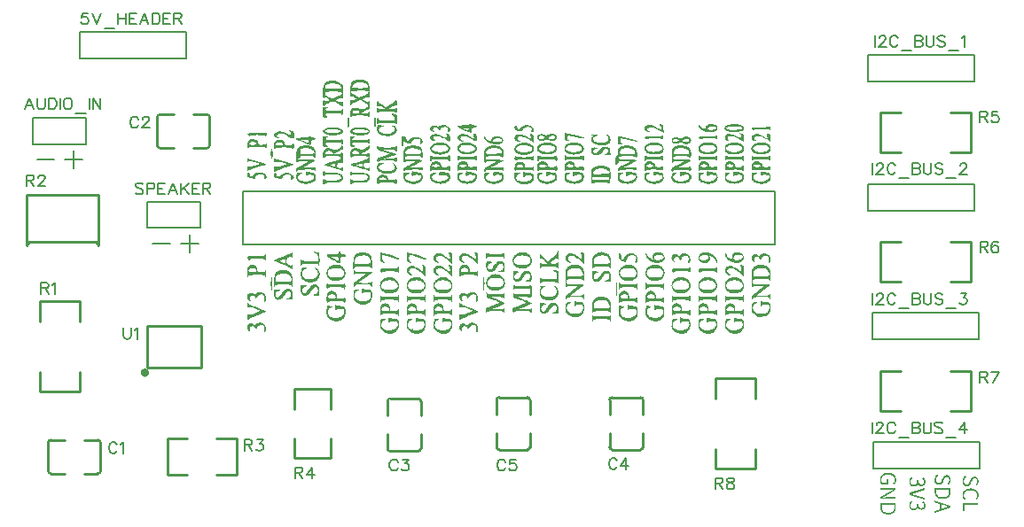
<source format=gto>
G04 Layer: TopSilkLayer*
G04 EasyEDA v6.4.19.5, 2021-05-30T15:20:28--7:00*
G04 00a0cf8a2f6945cda59000bd480c23e2,9479053ce0554845bf9291591982ae42,10*
G04 Gerber Generator version 0.2*
G04 Scale: 100 percent, Rotated: No, Reflected: No *
G04 Dimensions in millimeters *
G04 leading zeros omitted , absolute positions ,4 integer and 5 decimal *
%FSLAX45Y45*%
%MOMM*%

%ADD10C,0.2540*%
%ADD23C,0.2032*%
%ADD24C,0.2030*%
%ADD25C,0.4000*%
%ADD26C,0.1524*%

%LPD*%
G36*
X6170015Y7219899D02*
G01*
X6154166Y7193229D01*
X6148171Y7185152D01*
X6140348Y7175906D01*
X6131255Y7166000D01*
X6121400Y7155992D01*
X6111189Y7146391D01*
X6069533Y7110323D01*
X6017412Y7164679D01*
X5998972Y7184898D01*
X5996635Y7186726D01*
X5994857Y7187031D01*
X5993587Y7185659D01*
X5992723Y7182459D01*
X5992164Y7177278D01*
X5991860Y7169861D01*
X5991758Y7160209D01*
X5992164Y7146544D01*
X5993384Y7137908D01*
X5995416Y7134453D01*
X5998210Y7136231D01*
X6000445Y7138568D01*
X6003188Y7139990D01*
X6006388Y7140549D01*
X6009995Y7140244D01*
X6014008Y7139127D01*
X6018428Y7137146D01*
X6023254Y7134301D01*
X6028334Y7130694D01*
X6033770Y7126274D01*
X6039510Y7121093D01*
X6045504Y7115098D01*
X6067552Y7090562D01*
X6029960Y7090714D01*
X6023406Y7091273D01*
X6017615Y7092137D01*
X6012586Y7093356D01*
X6008319Y7094981D01*
X6004712Y7096963D01*
X6001816Y7099350D01*
X5997549Y7104735D01*
X5995924Y7105700D01*
X5994603Y7105040D01*
X5993587Y7102652D01*
X5992876Y7098436D01*
X5992418Y7092340D01*
X5992215Y7074001D01*
X5992723Y7059320D01*
X5993739Y7048804D01*
X5994450Y7045401D01*
X5995212Y7043420D01*
X5996025Y7042962D01*
X5996889Y7044131D01*
X5999734Y7049617D01*
X6001461Y7051954D01*
X6003442Y7053935D01*
X6005830Y7055713D01*
X6008674Y7057237D01*
X6012078Y7058507D01*
X6016091Y7059625D01*
X6020816Y7060539D01*
X6032754Y7061860D01*
X6048451Y7062673D01*
X6068669Y7063181D01*
X6092444Y7063384D01*
X6112510Y7063231D01*
X6128359Y7062622D01*
X6140551Y7061352D01*
X6145428Y7060387D01*
X6149644Y7059269D01*
X6153251Y7057948D01*
X6156299Y7056323D01*
X6158890Y7054494D01*
X6161074Y7052360D01*
X6162954Y7049922D01*
X6164580Y7047179D01*
X6166053Y7044131D01*
X6166916Y7042962D01*
X6167729Y7043420D01*
X6168491Y7045401D01*
X6169761Y7053478D01*
X6170523Y7066178D01*
X6170676Y7084212D01*
X6170472Y7092340D01*
X6170015Y7098436D01*
X6169304Y7102652D01*
X6168339Y7105040D01*
X6167018Y7105700D01*
X6165392Y7104735D01*
X6161125Y7099401D01*
X6158230Y7097014D01*
X6154674Y7094981D01*
X6150406Y7093407D01*
X6145479Y7092137D01*
X6139789Y7091273D01*
X6133338Y7090714D01*
X6126124Y7090562D01*
X6117742Y7090664D01*
X6110884Y7091070D01*
X6105499Y7091781D01*
X6101588Y7092899D01*
X6099149Y7094474D01*
X6098184Y7096556D01*
X6098641Y7099147D01*
X6100521Y7102398D01*
X6103874Y7106310D01*
X6108700Y7110984D01*
X6122517Y7122668D01*
X6131864Y7129881D01*
X6140145Y7135571D01*
X6147257Y7139686D01*
X6153150Y7142327D01*
X6157823Y7143343D01*
X6161227Y7142835D01*
X6163310Y7140702D01*
X6164427Y7134402D01*
X6165646Y7132320D01*
X6167424Y7130846D01*
X6169609Y7130338D01*
X6170726Y7131253D01*
X6171590Y7133894D01*
X6172301Y7138009D01*
X6172860Y7143496D01*
X6173216Y7157720D01*
X6172657Y7175093D01*
G37*
G36*
X3631844Y7205878D02*
G01*
X3629507Y7205014D01*
X3626307Y7202424D01*
X3620363Y7196886D01*
X3614724Y7193178D01*
X3606546Y7188657D01*
X3596132Y7183424D01*
X3583889Y7177735D01*
X3570224Y7171690D01*
X3539947Y7159345D01*
X3502202Y7144766D01*
X3485134Y7137806D01*
X3471214Y7131812D01*
X3461207Y7127087D01*
X3455822Y7124039D01*
X3455111Y7123226D01*
X3455822Y7122363D01*
X3457752Y7121042D01*
X3466843Y7116368D01*
X3516376Y7116368D01*
X3516985Y7118603D01*
X3518814Y7120788D01*
X3521964Y7122972D01*
X3526332Y7125208D01*
X3531971Y7127443D01*
X3538880Y7129729D01*
X3548379Y7132523D01*
X3555644Y7134199D01*
X3560927Y7134656D01*
X3564432Y7133640D01*
X3566515Y7131050D01*
X3567379Y7126731D01*
X3567226Y7120483D01*
X3565499Y7105903D01*
X3564534Y7101230D01*
X3563162Y7098131D01*
X3561079Y7096455D01*
X3557981Y7096099D01*
X3553561Y7096912D01*
X3547516Y7098792D01*
X3532530Y7104380D01*
X3526739Y7106970D01*
X3522268Y7109409D01*
X3519017Y7111796D01*
X3517087Y7114133D01*
X3516376Y7116368D01*
X3466843Y7116368D01*
X3476599Y7111847D01*
X3491433Y7105345D01*
X3508908Y7098080D01*
X3550767Y7081215D01*
X3578606Y7069074D01*
X3590848Y7063384D01*
X3601465Y7058152D01*
X3610051Y7053630D01*
X3616248Y7049922D01*
X3635197Y7035190D01*
X3634841Y7072325D01*
X3634536Y7078370D01*
X3634028Y7082739D01*
X3633266Y7085533D01*
X3632200Y7086803D01*
X3630879Y7086600D01*
X3629202Y7085075D01*
X3624630Y7078776D01*
X3622344Y7076236D01*
X3619957Y7074662D01*
X3617163Y7074052D01*
X3613708Y7074408D01*
X3609390Y7075678D01*
X3596792Y7081012D01*
X3589934Y7084314D01*
X3584651Y7087412D01*
X3580790Y7090562D01*
X3578199Y7094169D01*
X3576675Y7098487D01*
X3576015Y7103821D01*
X3576116Y7110628D01*
X3576777Y7119061D01*
X3577691Y7127036D01*
X3578910Y7133488D01*
X3580536Y7138720D01*
X3582771Y7142835D01*
X3585667Y7146188D01*
X3589477Y7148880D01*
X3594303Y7151166D01*
X3600246Y7153249D01*
X3610610Y7155891D01*
X3618179Y7156297D01*
X3623716Y7154367D01*
X3629710Y7148220D01*
X3631133Y7147814D01*
X3632352Y7148830D01*
X3633317Y7151268D01*
X3634079Y7155180D01*
X3634638Y7160564D01*
X3634994Y7167473D01*
X3635095Y7187234D01*
X3634892Y7195667D01*
X3634384Y7201408D01*
X3633419Y7204760D01*
G37*
G36*
X3834079Y7205167D02*
G01*
X3854704Y7190486D01*
X3860444Y7186168D01*
X3865067Y7181951D01*
X3868674Y7177633D01*
X3871366Y7173010D01*
X3873246Y7167778D01*
X3874515Y7161784D01*
X3875125Y7154773D01*
X3875328Y7146442D01*
X3875328Y7117080D01*
X3766667Y7117283D01*
X3750818Y7117740D01*
X3739235Y7118603D01*
X3734765Y7119264D01*
X3731107Y7120077D01*
X3728059Y7121093D01*
X3725570Y7122312D01*
X3723538Y7123734D01*
X3721862Y7125411D01*
X3720439Y7127341D01*
X3716223Y7135317D01*
X3714800Y7136841D01*
X3713632Y7136536D01*
X3712718Y7134199D01*
X3712006Y7129881D01*
X3711549Y7123430D01*
X3711194Y7103821D01*
X3711549Y7084212D01*
X3712006Y7077760D01*
X3712718Y7073442D01*
X3713632Y7071156D01*
X3714800Y7070801D01*
X3716223Y7072325D01*
X3720439Y7080351D01*
X3721862Y7082231D01*
X3723538Y7083907D01*
X3725570Y7085330D01*
X3728059Y7086549D01*
X3731107Y7087565D01*
X3734815Y7088378D01*
X3744620Y7089546D01*
X3758285Y7090206D01*
X3776573Y7090511D01*
X3833825Y7090409D01*
X3849674Y7089952D01*
X3861308Y7089038D01*
X3865778Y7088378D01*
X3869486Y7087565D01*
X3872534Y7086549D01*
X3875024Y7085330D01*
X3877056Y7083907D01*
X3878732Y7082231D01*
X3880154Y7080351D01*
X3883660Y7073696D01*
X3884676Y7072528D01*
X3885590Y7072172D01*
X3886454Y7072528D01*
X3887266Y7073646D01*
X3888028Y7075525D01*
X3889298Y7081266D01*
X3890314Y7089546D01*
X3890975Y7100265D01*
X3891330Y7113219D01*
X3891381Y7128205D01*
X3891076Y7145020D01*
X3889400Y7183526D01*
X3888790Y7187742D01*
X3887825Y7190994D01*
X3886403Y7193483D01*
X3884320Y7195312D01*
X3881475Y7196683D01*
X3877767Y7197750D01*
G37*
G36*
X4081678Y7203287D02*
G01*
X4077309Y7202525D01*
X4073753Y7200392D01*
X4071315Y7197242D01*
X4070197Y7191502D01*
X4069384Y7189876D01*
X4067962Y7188453D01*
X4065879Y7187234D01*
X4062933Y7186218D01*
X4059174Y7185406D01*
X4054500Y7184745D01*
X4041952Y7183831D01*
X4024731Y7183475D01*
X4006596Y7183374D01*
X3993083Y7183069D01*
X3981856Y7182459D01*
X3972864Y7181392D01*
X3969258Y7180681D01*
X3966210Y7179818D01*
X3963670Y7178852D01*
X3961739Y7177735D01*
X3960368Y7176414D01*
X3959555Y7174992D01*
X3959351Y7173366D01*
X3959656Y7171537D01*
X3960571Y7169505D01*
X3962044Y7167321D01*
X3964076Y7164933D01*
X3969867Y7159447D01*
X3975819Y7154672D01*
X4002887Y7154672D01*
X4005579Y7155535D01*
X4012844Y7156246D01*
X4023563Y7156703D01*
X4047794Y7156856D01*
X4056176Y7156500D01*
X4062171Y7155637D01*
X4066184Y7153909D01*
X4068622Y7151116D01*
X4069892Y7146899D01*
X4070350Y7141057D01*
X4070451Y7109663D01*
X4029913Y7135418D01*
X4017822Y7143394D01*
X4008678Y7149795D01*
X4003598Y7153808D01*
X4002887Y7154672D01*
X3975819Y7154672D01*
X3982821Y7149439D01*
X3994302Y7141514D01*
X4008069Y7132421D01*
X4043934Y7109866D01*
X4058259Y7101535D01*
X4064254Y7098385D01*
X4069537Y7095896D01*
X4074109Y7094067D01*
X4078071Y7092899D01*
X4081424Y7092442D01*
X4084218Y7092594D01*
X4086555Y7093458D01*
X4088434Y7094981D01*
X4089908Y7097115D01*
X4091025Y7099909D01*
X4091838Y7103414D01*
X4092397Y7107529D01*
X4092905Y7117689D01*
X4093006Y7134453D01*
X4093362Y7142581D01*
X4094276Y7148474D01*
X4095953Y7152487D01*
X4098645Y7154925D01*
X4102658Y7156246D01*
X4108196Y7156805D01*
X4115460Y7156907D01*
X4126382Y7157516D01*
X4133291Y7159650D01*
X4136898Y7163714D01*
X4137964Y7170166D01*
X4136898Y7176566D01*
X4133291Y7180630D01*
X4126382Y7182815D01*
X4105605Y7184034D01*
X4098594Y7185914D01*
X4094378Y7189012D01*
X4092956Y7193381D01*
X4092041Y7197242D01*
X4089654Y7200392D01*
X4086047Y7202525D01*
G37*
G36*
X6582664Y7202728D02*
G01*
X6577025Y7202678D01*
X6571488Y7202271D01*
X6565950Y7201509D01*
X6560464Y7200442D01*
X6555028Y7199020D01*
X6549644Y7197293D01*
X6544208Y7195210D01*
X6533388Y7190028D01*
X6524447Y7184745D01*
X6520535Y7181951D01*
X6516928Y7179056D01*
X6513626Y7176058D01*
X6510680Y7172807D01*
X6508038Y7169353D01*
X6505651Y7165644D01*
X6503568Y7161631D01*
X6501739Y7157313D01*
X6500114Y7152589D01*
X6498742Y7147509D01*
X6497624Y7141972D01*
X6495948Y7129525D01*
X6495034Y7114946D01*
X6494768Y7090562D01*
X6509156Y7090562D01*
X6509156Y7109917D01*
X6509562Y7118299D01*
X6510528Y7126731D01*
X6512052Y7134301D01*
X6513830Y7139990D01*
X6515912Y7143699D01*
X6518808Y7147204D01*
X6522516Y7150506D01*
X6526834Y7153656D01*
X6531813Y7156500D01*
X6537350Y7159142D01*
X6543294Y7161530D01*
X6549694Y7163663D01*
X6556349Y7165492D01*
X6563309Y7167016D01*
X6570421Y7168286D01*
X6577634Y7169150D01*
X6584899Y7169759D01*
X6592112Y7169962D01*
X6599174Y7169810D01*
X6606082Y7169251D01*
X6612737Y7168337D01*
X6619036Y7166965D01*
X6624929Y7165187D01*
X6630365Y7163003D01*
X6634937Y7160259D01*
X6639458Y7156399D01*
X6643827Y7151725D01*
X6648043Y7146290D01*
X6651904Y7140397D01*
X6655409Y7134148D01*
X6658356Y7127798D01*
X6660692Y7121550D01*
X6662369Y7115505D01*
X6663232Y7109917D01*
X6663181Y7104989D01*
X6662115Y7100874D01*
X6660946Y7098944D01*
X6659219Y7097217D01*
X6656781Y7095744D01*
X6653479Y7094474D01*
X6649262Y7093458D01*
X6643979Y7092594D01*
X6637528Y7091883D01*
X6620611Y7091019D01*
X6597548Y7090613D01*
X6494768Y7090562D01*
X6494983Y7077760D01*
X6495846Y7059879D01*
X6496456Y7053072D01*
X6497167Y7047890D01*
X6497929Y7044588D01*
X6498742Y7043267D01*
X6499656Y7044131D01*
X6502400Y7049516D01*
X6504025Y7051802D01*
X6505956Y7053732D01*
X6508242Y7055459D01*
X6510985Y7056932D01*
X6514236Y7058202D01*
X6522821Y7060133D01*
X6534607Y7061453D01*
X6550355Y7062266D01*
X6594754Y7063130D01*
X6614972Y7063079D01*
X6630924Y7062520D01*
X6643166Y7061301D01*
X6648094Y7060387D01*
X6652361Y7059269D01*
X6655968Y7057948D01*
X6659016Y7056323D01*
X6661658Y7054494D01*
X6663842Y7052360D01*
X6665722Y7049922D01*
X6667347Y7047179D01*
X6668770Y7044131D01*
X6669684Y7043267D01*
X6670497Y7044639D01*
X6671259Y7048042D01*
X6671970Y7053275D01*
X6673088Y7068667D01*
X6673646Y7089241D01*
X6673697Y7098741D01*
X6673088Y7116064D01*
X6671665Y7131202D01*
X6670548Y7138060D01*
X6669227Y7144410D01*
X6667652Y7150353D01*
X6665823Y7155840D01*
X6663740Y7160920D01*
X6661302Y7165594D01*
X6658609Y7169912D01*
X6655612Y7173874D01*
X6652310Y7177531D01*
X6648653Y7180884D01*
X6644690Y7183983D01*
X6640372Y7186777D01*
X6635699Y7189368D01*
X6630619Y7191705D01*
X6625234Y7193889D01*
X6612432Y7198055D01*
X6606235Y7199680D01*
X6600190Y7200950D01*
X6594246Y7201865D01*
X6588404Y7202474D01*
G37*
G36*
X4468164Y7202322D02*
G01*
X4468164Y7147712D01*
X4468622Y7132523D01*
X4469130Y7126731D01*
X4469942Y7122007D01*
X4471060Y7118096D01*
X4472584Y7114895D01*
X4474565Y7112304D01*
X4477004Y7110120D01*
X4480001Y7108240D01*
X4487875Y7104634D01*
X4495800Y7101738D01*
X4502150Y7099909D01*
X4506823Y7099198D01*
X4509770Y7099503D01*
X4510887Y7100824D01*
X4510024Y7103059D01*
X4507128Y7106259D01*
X4502099Y7110323D01*
X4499559Y7112711D01*
X4497273Y7115860D01*
X4495342Y7119823D01*
X4493717Y7124395D01*
X4492396Y7129627D01*
X4491431Y7135418D01*
X4490872Y7141718D01*
X4490669Y7148474D01*
X4490770Y7157059D01*
X4491126Y7163765D01*
X4491837Y7168743D01*
X4492955Y7172147D01*
X4494631Y7174179D01*
X4496968Y7174992D01*
X4499965Y7174738D01*
X4534662Y7164120D01*
X4590897Y7147610D01*
X4616094Y7139940D01*
X4635093Y7133793D01*
X4641037Y7132218D01*
X4645101Y7132523D01*
X4647488Y7134758D01*
X4648250Y7139025D01*
X4647895Y7140346D01*
X4646930Y7141819D01*
X4645253Y7143394D01*
X4642916Y7145121D01*
X4636160Y7148830D01*
X4626559Y7153046D01*
X4614062Y7157821D01*
X4598568Y7163155D01*
X4579924Y7169150D01*
G37*
G36*
X4723282Y7202017D02*
G01*
X4723282Y7147610D01*
X4723739Y7132472D01*
X4724298Y7126681D01*
X4725060Y7121956D01*
X4726228Y7118045D01*
X4727702Y7114895D01*
X4729683Y7112304D01*
X4732121Y7110120D01*
X4735118Y7108240D01*
X4742992Y7104634D01*
X4750917Y7101738D01*
X4757267Y7099909D01*
X4761941Y7099198D01*
X4764887Y7099503D01*
X4766005Y7100824D01*
X4765141Y7103059D01*
X4762246Y7106259D01*
X4757216Y7110323D01*
X4754473Y7113016D01*
X4752086Y7116572D01*
X4750003Y7120940D01*
X4748326Y7125919D01*
X4747006Y7131354D01*
X4746040Y7137095D01*
X4745431Y7142886D01*
X4745177Y7148728D01*
X4745329Y7154316D01*
X4745837Y7159548D01*
X4746701Y7164273D01*
X4747920Y7168337D01*
X4749495Y7171537D01*
X4751476Y7173772D01*
X4753864Y7174788D01*
X4756556Y7174534D01*
X4774438Y7168896D01*
X4838242Y7149896D01*
X4896459Y7133183D01*
X4907330Y7130338D01*
X4908194Y7131100D01*
X4908296Y7133132D01*
X4907635Y7136180D01*
X4906264Y7139889D01*
X4905552Y7141006D01*
X4904333Y7142225D01*
X4900371Y7144969D01*
X4894478Y7148068D01*
X4886604Y7151624D01*
X4876749Y7155535D01*
X4865014Y7159853D01*
X4835804Y7169505D01*
X4799126Y7180681D01*
X4755184Y7193178D01*
G37*
G36*
X7120686Y7201916D02*
G01*
X7114082Y7201763D01*
X7107936Y7201103D01*
X7102195Y7199934D01*
X7096912Y7198207D01*
X7092086Y7196074D01*
X7087768Y7193381D01*
X7083958Y7190282D01*
X7080656Y7186726D01*
X7077964Y7182764D01*
X7075779Y7178395D01*
X7074204Y7173569D01*
X7073239Y7168388D01*
X7072934Y7162850D01*
X7073239Y7156958D01*
X7073987Y7150049D01*
X7086853Y7150049D01*
X7087463Y7153909D01*
X7088784Y7157669D01*
X7090816Y7161225D01*
X7093610Y7164476D01*
X7097166Y7167422D01*
X7101484Y7169912D01*
X7107529Y7172401D01*
X7113778Y7174331D01*
X7120128Y7175753D01*
X7126579Y7176566D01*
X7132980Y7176922D01*
X7139228Y7176770D01*
X7145274Y7176160D01*
X7151065Y7175093D01*
X7156450Y7173569D01*
X7161428Y7171639D01*
X7165848Y7169302D01*
X7169658Y7166609D01*
X7172756Y7163562D01*
X7175042Y7160158D01*
X7176516Y7156450D01*
X7177024Y7152386D01*
X7176211Y7149541D01*
X7174026Y7146493D01*
X7170572Y7143343D01*
X7166051Y7140143D01*
X7160666Y7136993D01*
X7154570Y7133996D01*
X7148017Y7131202D01*
X7141108Y7128713D01*
X7134098Y7126681D01*
X7127189Y7125106D01*
X7120483Y7124090D01*
X7114235Y7123734D01*
X7109104Y7124090D01*
X7104430Y7125208D01*
X7100265Y7126935D01*
X7096607Y7129272D01*
X7093508Y7132015D01*
X7090968Y7135164D01*
X7088987Y7138619D01*
X7087616Y7142327D01*
X7086904Y7146137D01*
X7086853Y7150049D01*
X7073987Y7150049D01*
X7075982Y7131608D01*
X7055307Y7141057D01*
X7050887Y7143445D01*
X7046112Y7146696D01*
X7041235Y7150557D01*
X7036409Y7154976D01*
X7031685Y7159802D01*
X7027265Y7164882D01*
X7023252Y7170064D01*
X7011720Y7188453D01*
X7009079Y7192060D01*
X7007250Y7193737D01*
X7006031Y7193584D01*
X7005320Y7191654D01*
X7004913Y7187996D01*
X7004761Y7182713D01*
X7005015Y7178802D01*
X7005980Y7174331D01*
X7007453Y7169353D01*
X7009485Y7164120D01*
X7011924Y7158786D01*
X7014768Y7153452D01*
X7017918Y7148372D01*
X7021322Y7143597D01*
X7025487Y7138517D01*
X7030008Y7133691D01*
X7034733Y7129170D01*
X7039762Y7124903D01*
X7044994Y7120940D01*
X7050430Y7117232D01*
X7056018Y7113879D01*
X7061758Y7110780D01*
X7067651Y7108037D01*
X7073646Y7105599D01*
X7079742Y7103465D01*
X7085838Y7101687D01*
X7091984Y7100265D01*
X7098182Y7099147D01*
X7104278Y7098385D01*
X7110374Y7098030D01*
X7116419Y7097979D01*
X7122363Y7098334D01*
X7128205Y7099046D01*
X7133894Y7100163D01*
X7139381Y7101687D01*
X7144715Y7103567D01*
X7149846Y7105853D01*
X7154722Y7108596D01*
X7168794Y7117486D01*
X7174077Y7121194D01*
X7178344Y7124598D01*
X7181646Y7127798D01*
X7184034Y7130897D01*
X7185609Y7134047D01*
X7186422Y7137450D01*
X7186625Y7141108D01*
X7186269Y7145172D01*
X7185406Y7149846D01*
X7182103Y7162241D01*
X7179919Y7168591D01*
X7177430Y7174179D01*
X7174687Y7179106D01*
X7171537Y7183424D01*
X7167981Y7187184D01*
X7163968Y7190435D01*
X7159396Y7193229D01*
X7154265Y7195566D01*
X7148525Y7197547D01*
X7142124Y7199172D01*
X7134961Y7200544D01*
X7127646Y7201509D01*
G37*
G36*
X7878927Y7201865D02*
G01*
X7872272Y7201763D01*
X7866024Y7201103D01*
X7860233Y7199934D01*
X7854899Y7198258D01*
X7850073Y7196124D01*
X7845704Y7193483D01*
X7841894Y7190384D01*
X7838592Y7186828D01*
X7835849Y7182866D01*
X7833664Y7178446D01*
X7832090Y7173671D01*
X7831124Y7168438D01*
X7830820Y7162901D01*
X7831124Y7156958D01*
X7831872Y7150049D01*
X7844739Y7150049D01*
X7845348Y7153909D01*
X7846669Y7157669D01*
X7848701Y7161225D01*
X7851495Y7164476D01*
X7855000Y7167422D01*
X7859369Y7169912D01*
X7865414Y7172401D01*
X7871663Y7174331D01*
X7878013Y7175753D01*
X7884464Y7176566D01*
X7890865Y7176922D01*
X7897114Y7176770D01*
X7903159Y7176160D01*
X7908950Y7175093D01*
X7914335Y7173569D01*
X7919313Y7171639D01*
X7923733Y7169302D01*
X7927543Y7166609D01*
X7930642Y7163562D01*
X7932928Y7160158D01*
X7934401Y7156450D01*
X7934909Y7152386D01*
X7934096Y7149541D01*
X7931912Y7146493D01*
X7928457Y7143343D01*
X7923936Y7140143D01*
X7918551Y7136993D01*
X7912455Y7133996D01*
X7905902Y7131202D01*
X7898993Y7128713D01*
X7891983Y7126681D01*
X7885074Y7125106D01*
X7878368Y7124090D01*
X7872120Y7123734D01*
X7866989Y7124090D01*
X7862316Y7125208D01*
X7858150Y7126935D01*
X7854492Y7129272D01*
X7851394Y7132015D01*
X7848853Y7135164D01*
X7846872Y7138619D01*
X7845501Y7142327D01*
X7844790Y7146137D01*
X7844739Y7150049D01*
X7831872Y7150049D01*
X7833868Y7131608D01*
X7813192Y7141057D01*
X7808772Y7143445D01*
X7803997Y7146696D01*
X7799120Y7150557D01*
X7794244Y7154976D01*
X7789570Y7159802D01*
X7785150Y7164882D01*
X7781137Y7170064D01*
X7769606Y7188453D01*
X7766964Y7192060D01*
X7765135Y7193737D01*
X7763916Y7193584D01*
X7763205Y7191654D01*
X7762798Y7187996D01*
X7762646Y7182713D01*
X7762900Y7178802D01*
X7763865Y7174331D01*
X7765338Y7169353D01*
X7767370Y7164120D01*
X7769809Y7158786D01*
X7772653Y7153452D01*
X7775803Y7148372D01*
X7779207Y7143597D01*
X7783068Y7138873D01*
X7787182Y7134402D01*
X7791500Y7130135D01*
X7796072Y7126173D01*
X7800797Y7122464D01*
X7805674Y7119010D01*
X7810703Y7115809D01*
X7821168Y7110222D01*
X7831988Y7105700D01*
X7837525Y7103872D01*
X7843113Y7102297D01*
X7848752Y7100976D01*
X7860030Y7099198D01*
X7871256Y7098538D01*
X7876794Y7098639D01*
X7882280Y7099046D01*
X7887665Y7099706D01*
X7892948Y7100671D01*
X7898130Y7101941D01*
X7903159Y7103516D01*
X7908036Y7105345D01*
X7912760Y7107478D01*
X7917281Y7109917D01*
X7921650Y7112660D01*
X7925765Y7115708D01*
X7929625Y7119061D01*
X7933283Y7122718D01*
X7936636Y7126681D01*
X7939328Y7130592D01*
X7941360Y7134707D01*
X7942732Y7139025D01*
X7943545Y7143445D01*
X7943748Y7148017D01*
X7943392Y7152589D01*
X7942529Y7157212D01*
X7941157Y7161784D01*
X7939278Y7166254D01*
X7936992Y7170674D01*
X7934198Y7174941D01*
X7931048Y7179056D01*
X7927441Y7182916D01*
X7923530Y7186523D01*
X7919212Y7189825D01*
X7914589Y7192772D01*
X7909712Y7195362D01*
X7904480Y7197547D01*
X7899044Y7199274D01*
X7893354Y7200493D01*
X7885938Y7201458D01*
G37*
G36*
X7576464Y7201712D02*
G01*
X7570571Y7201357D01*
X7564780Y7200544D01*
X7558024Y7199122D01*
X7551674Y7197242D01*
X7545679Y7195007D01*
X7540040Y7192416D01*
X7534808Y7189520D01*
X7529982Y7186320D01*
X7525562Y7182815D01*
X7521600Y7179106D01*
X7518095Y7175144D01*
X7515047Y7171029D01*
X7512405Y7166762D01*
X7510322Y7162393D01*
X7508697Y7157923D01*
X7507579Y7153351D01*
X7506970Y7148779D01*
X7506946Y7146645D01*
X7518857Y7146645D01*
X7519060Y7150100D01*
X7520127Y7153300D01*
X7522057Y7156297D01*
X7524851Y7159142D01*
X7528559Y7161784D01*
X7533233Y7164324D01*
X7538770Y7166660D01*
X7545273Y7168946D01*
X7552740Y7171080D01*
X7560614Y7172909D01*
X7567879Y7174026D01*
X7574584Y7174484D01*
X7580680Y7174230D01*
X7586167Y7173366D01*
X7590942Y7171893D01*
X7595057Y7169708D01*
X7598511Y7166914D01*
X7601203Y7163511D01*
X7603134Y7159498D01*
X7604353Y7154875D01*
X7604709Y7149693D01*
X7604252Y7146086D01*
X7602829Y7142683D01*
X7600594Y7139482D01*
X7597597Y7136536D01*
X7593990Y7133894D01*
X7589774Y7131456D01*
X7585151Y7129322D01*
X7580122Y7127494D01*
X7574788Y7125970D01*
X7569301Y7124801D01*
X7563662Y7123938D01*
X7558024Y7123480D01*
X7552486Y7123379D01*
X7547102Y7123734D01*
X7541971Y7124446D01*
X7537196Y7125614D01*
X7532827Y7127240D01*
X7529017Y7129322D01*
X7525816Y7131862D01*
X7523327Y7134910D01*
X7521041Y7139076D01*
X7519517Y7142988D01*
X7518857Y7146645D01*
X7506946Y7146645D01*
X7506919Y7144207D01*
X7507376Y7139686D01*
X7508392Y7135164D01*
X7510018Y7130745D01*
X7512202Y7126427D01*
X7514945Y7122261D01*
X7518349Y7118299D01*
X7522311Y7114489D01*
X7526934Y7110933D01*
X7532268Y7107529D01*
X7537653Y7104634D01*
X7543139Y7102195D01*
X7548676Y7100265D01*
X7554163Y7098741D01*
X7559649Y7097725D01*
X7565085Y7097115D01*
X7570368Y7096963D01*
X7575600Y7097217D01*
X7580680Y7097877D01*
X7585557Y7098944D01*
X7590180Y7100366D01*
X7594600Y7102195D01*
X7598765Y7104380D01*
X7602626Y7106920D01*
X7606131Y7109815D01*
X7609230Y7113016D01*
X7612024Y7116521D01*
X7614310Y7120381D01*
X7616190Y7124496D01*
X7617561Y7128916D01*
X7618425Y7133640D01*
X7618730Y7138568D01*
X7618425Y7143800D01*
X7615732Y7168896D01*
X7637068Y7159142D01*
X7641793Y7156551D01*
X7646670Y7153148D01*
X7651546Y7148982D01*
X7656423Y7144258D01*
X7661046Y7138974D01*
X7665415Y7133386D01*
X7669326Y7127544D01*
X7672679Y7121601D01*
X7680807Y7106259D01*
X7683296Y7102144D01*
X7685024Y7100265D01*
X7686141Y7100620D01*
X7686751Y7103008D01*
X7687005Y7107428D01*
X7687056Y7113778D01*
X7686852Y7118858D01*
X7686141Y7123938D01*
X7684922Y7128967D01*
X7683246Y7133996D01*
X7681112Y7138924D01*
X7678572Y7143851D01*
X7675676Y7148626D01*
X7672374Y7153351D01*
X7668717Y7157923D01*
X7664754Y7162342D01*
X7660487Y7166660D01*
X7655966Y7170775D01*
X7651191Y7174738D01*
X7640929Y7182002D01*
X7635544Y7185304D01*
X7624267Y7191095D01*
X7618475Y7193584D01*
X7612532Y7195769D01*
X7606588Y7197648D01*
X7600543Y7199172D01*
X7594498Y7200392D01*
X7588453Y7201204D01*
X7582458Y7201662D01*
G37*
G36*
X4299559Y7201560D02*
G01*
X4293260Y7201357D01*
X4287113Y7200849D01*
X4281068Y7199985D01*
X4275124Y7198868D01*
X4269384Y7197445D01*
X4263796Y7195769D01*
X4258411Y7193737D01*
X4253230Y7191502D01*
X4248302Y7188962D01*
X4243628Y7186168D01*
X4239260Y7183120D01*
X4235196Y7179818D01*
X4231487Y7176262D01*
X4228134Y7172502D01*
X4225137Y7168489D01*
X4222496Y7164222D01*
X4220311Y7159752D01*
X4219244Y7156805D01*
X4217365Y7148830D01*
X4215790Y7138365D01*
X4214520Y7125970D01*
X4213606Y7112000D01*
X4212736Y7090562D01*
X4228033Y7090562D01*
X4228033Y7109917D01*
X4228388Y7118299D01*
X4229404Y7126731D01*
X4230878Y7134301D01*
X4232656Y7139990D01*
X4234738Y7143699D01*
X4237685Y7147204D01*
X4241342Y7150506D01*
X4245711Y7153656D01*
X4250690Y7156500D01*
X4256176Y7159142D01*
X4262170Y7161530D01*
X4268520Y7163663D01*
X4275226Y7165492D01*
X4282135Y7167016D01*
X4289298Y7168286D01*
X4303725Y7169759D01*
X4310938Y7169962D01*
X4318050Y7169810D01*
X4324959Y7169251D01*
X4331563Y7168337D01*
X4337913Y7166965D01*
X4343806Y7165187D01*
X4349191Y7163003D01*
X4353763Y7160259D01*
X4358284Y7156399D01*
X4362704Y7151725D01*
X4366869Y7146290D01*
X4370781Y7140397D01*
X4374235Y7134148D01*
X4377182Y7127798D01*
X4379569Y7121550D01*
X4381195Y7115505D01*
X4382058Y7109917D01*
X4382008Y7104989D01*
X4380992Y7100874D01*
X4379823Y7098944D01*
X4378045Y7097217D01*
X4375607Y7095744D01*
X4372356Y7094474D01*
X4368139Y7093458D01*
X4362856Y7092594D01*
X4356404Y7091883D01*
X4339437Y7091019D01*
X4316374Y7090613D01*
X4212736Y7090562D01*
X4212488Y7065467D01*
X4212691Y7049871D01*
X4213148Y7034987D01*
X4213910Y7021322D01*
X4214926Y7009231D01*
X4216196Y6999173D01*
X4217720Y6991654D01*
X4218584Y6989013D01*
X4219498Y6987133D01*
X4220464Y6986117D01*
X4221480Y6985965D01*
X4222597Y6986828D01*
X4224629Y6989013D01*
X4226864Y6990943D01*
X4229506Y6992518D01*
X4232503Y6993890D01*
X4236110Y6994956D01*
X4240276Y6995769D01*
X4245152Y6996379D01*
X4257446Y6996938D01*
X4273702Y6996734D01*
X4335018Y6994398D01*
X4263847Y6944004D01*
X4246880Y6931761D01*
X4234180Y6922008D01*
X4229252Y6917842D01*
X4225188Y6914083D01*
X4221835Y6910527D01*
X4219194Y6907225D01*
X4217162Y6903974D01*
X4215638Y6900722D01*
X4214622Y6897420D01*
X4213910Y6893966D01*
X4213402Y6886143D01*
X4213606Y6855155D01*
X4226763Y6876542D01*
X4230522Y6881723D01*
X4232503Y6883755D01*
X4234688Y6885533D01*
X4237278Y6887006D01*
X4240276Y6888225D01*
X4243882Y6889191D01*
X4248200Y6889953D01*
X4253331Y6890562D01*
X4266387Y6891274D01*
X4284065Y6891578D01*
X4335881Y6891477D01*
X4355846Y6890867D01*
X4363212Y6890258D01*
X4369054Y6889394D01*
X4373626Y6888276D01*
X4377182Y6886752D01*
X4379874Y6884924D01*
X4382008Y6882638D01*
X4383786Y6879894D01*
X4387240Y6872935D01*
X4388764Y6870700D01*
X4389983Y6870090D01*
X4390898Y6871208D01*
X4391609Y6874154D01*
X4392117Y6878929D01*
X4392625Y6894525D01*
X4392523Y6911086D01*
X4392117Y6916216D01*
X4391304Y6919366D01*
X4390136Y6920788D01*
X4388510Y6920585D01*
X4386326Y6918858D01*
X4381500Y6913524D01*
X4379163Y6911644D01*
X4376470Y6910019D01*
X4373321Y6908698D01*
X4369612Y6907631D01*
X4365142Y6906818D01*
X4359910Y6906209D01*
X4346600Y6905650D01*
X4328820Y6905853D01*
X4261866Y6908190D01*
X4336592Y6963816D01*
X4367377Y6987489D01*
X4378858Y6996734D01*
X4386884Y7003592D01*
X4390847Y7007555D01*
X4391152Y7008266D01*
X4387799Y7008926D01*
X4367479Y7010146D01*
X4333900Y7011212D01*
X4291939Y7012127D01*
X4273550Y7012889D01*
X4258564Y7014006D01*
X4246575Y7015632D01*
X4237278Y7017867D01*
X4233570Y7019239D01*
X4230420Y7020763D01*
X4227779Y7022490D01*
X4225594Y7024420D01*
X4223867Y7026605D01*
X4222546Y7028992D01*
X4221632Y7031634D01*
X4220972Y7034580D01*
X4220616Y7037730D01*
X4220616Y7044537D01*
X4221073Y7047484D01*
X4221886Y7050125D01*
X4223156Y7052462D01*
X4225036Y7054443D01*
X4227525Y7056221D01*
X4230725Y7057694D01*
X4234789Y7058964D01*
X4239717Y7059980D01*
X4245660Y7060844D01*
X4260850Y7062114D01*
X4280966Y7062876D01*
X4306824Y7063384D01*
X4327702Y7063486D01*
X4344416Y7063130D01*
X4357522Y7062165D01*
X4362907Y7061453D01*
X4367580Y7060488D01*
X4371594Y7059371D01*
X4375048Y7057999D01*
X4377994Y7056374D01*
X4380534Y7054545D01*
X4382719Y7052360D01*
X4384548Y7049922D01*
X4386173Y7047230D01*
X4387646Y7044131D01*
X4388510Y7043267D01*
X4389323Y7044639D01*
X4390136Y7048042D01*
X4390847Y7053275D01*
X4391964Y7068667D01*
X4392523Y7089241D01*
X4392320Y7107681D01*
X4391964Y7116064D01*
X4390491Y7131202D01*
X4389424Y7138060D01*
X4388104Y7144410D01*
X4386529Y7150353D01*
X4384700Y7155840D01*
X4382566Y7160920D01*
X4380179Y7165594D01*
X4377436Y7169912D01*
X4374438Y7173874D01*
X4371136Y7177531D01*
X4367479Y7180884D01*
X4363516Y7183983D01*
X4359198Y7186777D01*
X4354525Y7189368D01*
X4349496Y7191705D01*
X4344060Y7193889D01*
X4337812Y7196023D01*
X4331462Y7197801D01*
X4325061Y7199223D01*
X4318660Y7200290D01*
X4312259Y7201052D01*
X4305858Y7201458D01*
G37*
G36*
X5823000Y7201408D02*
G01*
X5817362Y7201153D01*
X5811774Y7200595D01*
X5806338Y7199731D01*
X5801055Y7198614D01*
X5790844Y7195566D01*
X5785967Y7193635D01*
X5776722Y7189165D01*
X5768238Y7183780D01*
X5764276Y7180783D01*
X5757011Y7174179D01*
X5753760Y7170674D01*
X5750712Y7166965D01*
X5747918Y7163104D01*
X5745378Y7159091D01*
X5743092Y7154925D01*
X5741111Y7150658D01*
X5739384Y7146290D01*
X5737961Y7141819D01*
X5736844Y7137247D01*
X5736082Y7132574D01*
X5735624Y7127798D01*
X5735529Y7121652D01*
X5744260Y7121652D01*
X5744616Y7123379D01*
X5748121Y7132777D01*
X5750814Y7139228D01*
X5752896Y7143038D01*
X5755690Y7146645D01*
X5759145Y7150049D01*
X5763260Y7153198D01*
X5767984Y7156145D01*
X5773267Y7158786D01*
X5779058Y7161174D01*
X5785307Y7163308D01*
X5791962Y7165086D01*
X5799023Y7166609D01*
X5806389Y7167778D01*
X5814060Y7168591D01*
X5821984Y7169099D01*
X5830062Y7169251D01*
X5838342Y7168997D01*
X5846775Y7168337D01*
X5854090Y7167473D01*
X5860897Y7166406D01*
X5867146Y7165086D01*
X5872835Y7163511D01*
X5878068Y7161733D01*
X5882741Y7159650D01*
X5886907Y7157364D01*
X5890564Y7154773D01*
X5893765Y7151878D01*
X5896508Y7148677D01*
X5898845Y7145223D01*
X5900674Y7141464D01*
X5902096Y7137349D01*
X5903061Y7132929D01*
X5903671Y7128154D01*
X5903874Y7123023D01*
X5903569Y7117384D01*
X5902756Y7112152D01*
X5901283Y7107275D01*
X5899302Y7102805D01*
X5896711Y7098690D01*
X5893562Y7094931D01*
X5889802Y7091527D01*
X5885434Y7088530D01*
X5880455Y7085888D01*
X5874918Y7083602D01*
X5868771Y7081672D01*
X5862015Y7080097D01*
X5854598Y7078878D01*
X5846622Y7078014D01*
X5837986Y7077456D01*
X5828741Y7077303D01*
X5809894Y7077709D01*
X5801766Y7078268D01*
X5794349Y7079132D01*
X5787644Y7080300D01*
X5781548Y7081774D01*
X5776112Y7083653D01*
X5771134Y7085888D01*
X5766714Y7088581D01*
X5762650Y7091680D01*
X5758992Y7095286D01*
X5755640Y7099401D01*
X5752541Y7104075D01*
X5749696Y7109307D01*
X5746902Y7115149D01*
X5744260Y7121652D01*
X5735529Y7121652D01*
X5735675Y7118146D01*
X5736234Y7113219D01*
X5737148Y7108240D01*
X5738469Y7103262D01*
X5740146Y7098284D01*
X5742178Y7093254D01*
X5744667Y7088225D01*
X5747512Y7083247D01*
X5750509Y7078776D01*
X5753811Y7074560D01*
X5757418Y7070598D01*
X5761329Y7066889D01*
X5765495Y7063435D01*
X5769914Y7060234D01*
X5774588Y7057339D01*
X5779465Y7054697D01*
X5784494Y7052360D01*
X5789726Y7050278D01*
X5795111Y7048500D01*
X5800598Y7046975D01*
X5806236Y7045807D01*
X5811977Y7044893D01*
X5817768Y7044334D01*
X5823610Y7044080D01*
X5829554Y7044080D01*
X5841390Y7045147D01*
X5847283Y7046163D01*
X5853176Y7047534D01*
X5859018Y7049211D01*
X5864758Y7051243D01*
X5870397Y7053630D01*
X5875426Y7056120D01*
X5880201Y7058812D01*
X5884672Y7061657D01*
X5888888Y7064705D01*
X5892800Y7067905D01*
X5899759Y7074814D01*
X5902807Y7078472D01*
X5905601Y7082231D01*
X5908141Y7086092D01*
X5910376Y7090054D01*
X5913983Y7098233D01*
X5915406Y7102449D01*
X5917387Y7110984D01*
X5917996Y7115302D01*
X5918301Y7119620D01*
X5918352Y7123988D01*
X5918149Y7128306D01*
X5916879Y7136942D01*
X5915863Y7141209D01*
X5914593Y7145375D01*
X5911240Y7153605D01*
X5909157Y7157567D01*
X5904230Y7165238D01*
X5898235Y7172401D01*
X5894882Y7175753D01*
X5891225Y7179005D01*
X5887364Y7182053D01*
X5883198Y7184948D01*
X5874156Y7190130D01*
X5864148Y7194448D01*
X5858713Y7196277D01*
X5852617Y7197953D01*
X5846572Y7199325D01*
X5840526Y7200341D01*
X5834634Y7201001D01*
X5828741Y7201357D01*
G37*
G36*
X6385560Y7199579D02*
G01*
X6382816Y7198969D01*
X6381597Y7197547D01*
X6382004Y7195312D01*
X6384036Y7192314D01*
X6387744Y7188606D01*
X6391198Y7183577D01*
X6393992Y7175652D01*
X6395923Y7165898D01*
X6396634Y7155484D01*
X6396634Y7130186D01*
X6347663Y7165340D01*
X6340805Y7170013D01*
X6328308Y7177684D01*
X6322618Y7180732D01*
X6317234Y7183323D01*
X6312103Y7185507D01*
X6307226Y7187184D01*
X6302451Y7188453D01*
X6297828Y7189368D01*
X6293256Y7189876D01*
X6288684Y7190028D01*
X6282690Y7189774D01*
X6277051Y7189012D01*
X6271717Y7187742D01*
X6266738Y7186066D01*
X6262116Y7183983D01*
X6257848Y7181494D01*
X6253988Y7178649D01*
X6250482Y7175550D01*
X6247434Y7172147D01*
X6244742Y7168489D01*
X6242558Y7164628D01*
X6240780Y7160615D01*
X6239459Y7156450D01*
X6238595Y7152182D01*
X6238240Y7147864D01*
X6238392Y7143445D01*
X6239002Y7139076D01*
X6240170Y7134707D01*
X6241897Y7130389D01*
X6244132Y7126173D01*
X6246926Y7122109D01*
X6250279Y7118197D01*
X6254242Y7114438D01*
X6258814Y7110933D01*
X6266992Y7105599D01*
X6274663Y7101230D01*
X6281013Y7098284D01*
X6285077Y7097217D01*
X6288633Y7097623D01*
X6290767Y7098842D01*
X6291478Y7100773D01*
X6290919Y7103160D01*
X6289090Y7106005D01*
X6286042Y7109104D01*
X6281826Y7112304D01*
X6272174Y7118502D01*
X6268567Y7122109D01*
X6265773Y7126173D01*
X6263741Y7130592D01*
X6262471Y7135215D01*
X6261963Y7139940D01*
X6262268Y7144613D01*
X6263335Y7149185D01*
X6265214Y7153402D01*
X6267907Y7157212D01*
X6271361Y7160463D01*
X6275578Y7163053D01*
X6279235Y7164527D01*
X6283096Y7165644D01*
X6287160Y7166356D01*
X6291376Y7166660D01*
X6295796Y7166609D01*
X6300419Y7166203D01*
X6305194Y7165390D01*
X6310122Y7164222D01*
X6315202Y7162698D01*
X6320434Y7160818D01*
X6331305Y7155942D01*
X6342735Y7149592D01*
X6354572Y7141921D01*
X6360668Y7137552D01*
X6373063Y7127748D01*
X6419138Y7087717D01*
X6419088Y7150049D01*
X6418681Y7167168D01*
X6418224Y7173671D01*
X6417513Y7179056D01*
X6416497Y7183374D01*
X6415176Y7186777D01*
X6413500Y7189520D01*
X6411417Y7191654D01*
X6408877Y7193381D01*
X6405829Y7194803D01*
X6402222Y7196124D01*
X6395313Y7198156D01*
X6389725Y7199325D01*
G37*
G36*
X5372557Y7199579D02*
G01*
X5369814Y7198969D01*
X5368594Y7197547D01*
X5369001Y7195312D01*
X5370982Y7192314D01*
X5374741Y7188606D01*
X5378196Y7183577D01*
X5380990Y7175652D01*
X5382920Y7165898D01*
X5383631Y7155484D01*
X5383631Y7130186D01*
X5334660Y7165340D01*
X5321350Y7174077D01*
X5315305Y7177684D01*
X5309616Y7180732D01*
X5304231Y7183323D01*
X5299100Y7185507D01*
X5294172Y7187184D01*
X5289448Y7188453D01*
X5284825Y7189368D01*
X5280253Y7189876D01*
X5275681Y7190028D01*
X5269687Y7189774D01*
X5264048Y7189012D01*
X5258714Y7187742D01*
X5253736Y7186066D01*
X5249113Y7183983D01*
X5244846Y7181494D01*
X5240934Y7178649D01*
X5237480Y7175550D01*
X5234381Y7172147D01*
X5231739Y7168489D01*
X5229555Y7164628D01*
X5227777Y7160615D01*
X5226456Y7156450D01*
X5225592Y7152182D01*
X5225237Y7147864D01*
X5225338Y7143445D01*
X5225999Y7139076D01*
X5227167Y7134707D01*
X5228844Y7130389D01*
X5231130Y7126173D01*
X5233924Y7122109D01*
X5237276Y7118197D01*
X5241239Y7114438D01*
X5245811Y7110933D01*
X5253990Y7105599D01*
X5261660Y7101230D01*
X5267960Y7098284D01*
X5272074Y7097217D01*
X5275630Y7097623D01*
X5277764Y7098842D01*
X5278475Y7100773D01*
X5277916Y7103160D01*
X5276037Y7106005D01*
X5272989Y7109104D01*
X5268823Y7112304D01*
X5259171Y7118502D01*
X5255564Y7122109D01*
X5252770Y7126173D01*
X5250688Y7130592D01*
X5249418Y7135215D01*
X5248960Y7139940D01*
X5249265Y7144613D01*
X5250332Y7149185D01*
X5252212Y7153402D01*
X5254853Y7157212D01*
X5258308Y7160463D01*
X5262575Y7163053D01*
X5266232Y7164527D01*
X5270093Y7165644D01*
X5274106Y7166356D01*
X5278374Y7166660D01*
X5282793Y7166609D01*
X5287416Y7166203D01*
X5292140Y7165390D01*
X5297119Y7164222D01*
X5302199Y7162698D01*
X5307431Y7160818D01*
X5318302Y7155942D01*
X5329732Y7149592D01*
X5341569Y7141921D01*
X5347665Y7137552D01*
X5360060Y7127748D01*
X5406136Y7087717D01*
X5406085Y7150049D01*
X5405678Y7167168D01*
X5405170Y7173671D01*
X5404459Y7179056D01*
X5403494Y7183374D01*
X5402173Y7186777D01*
X5400497Y7189520D01*
X5398414Y7191654D01*
X5395874Y7193381D01*
X5392826Y7194803D01*
X5389219Y7196124D01*
X5382310Y7198156D01*
X5376722Y7199325D01*
G37*
G36*
X5124907Y7199579D02*
G01*
X5122164Y7198969D01*
X5120995Y7197547D01*
X5121351Y7195312D01*
X5123383Y7192314D01*
X5127091Y7188606D01*
X5130546Y7183577D01*
X5133390Y7175652D01*
X5135270Y7165898D01*
X5135981Y7155484D01*
X5135981Y7130186D01*
X5084622Y7167118D01*
X5068824Y7177938D01*
X5062372Y7181900D01*
X5056632Y7185050D01*
X5051399Y7187438D01*
X5046522Y7189114D01*
X5041696Y7190231D01*
X5036820Y7190790D01*
X5031689Y7190943D01*
X5019649Y7190181D01*
X5013452Y7189266D01*
X5007660Y7187692D01*
X5002377Y7185507D01*
X4997551Y7182764D01*
X4993233Y7179564D01*
X4989423Y7175957D01*
X4986172Y7171944D01*
X4983429Y7167625D01*
X4981244Y7163053D01*
X4979619Y7158278D01*
X4978603Y7153300D01*
X4978146Y7148271D01*
X4978349Y7143191D01*
X4979162Y7138111D01*
X4980635Y7133081D01*
X4982768Y7128205D01*
X4985562Y7123480D01*
X4989068Y7119010D01*
X4993233Y7114794D01*
X4998161Y7110933D01*
X5006340Y7105599D01*
X5014061Y7101230D01*
X5020360Y7098284D01*
X5024424Y7097217D01*
X5028031Y7097623D01*
X5030165Y7098893D01*
X5030876Y7100773D01*
X5030216Y7103211D01*
X5028336Y7106056D01*
X5025186Y7109206D01*
X5020868Y7112508D01*
X5015433Y7115809D01*
X5010454Y7119213D01*
X5006594Y7123226D01*
X5003850Y7127697D01*
X5002123Y7132472D01*
X5001412Y7137400D01*
X5001717Y7142327D01*
X5003038Y7147102D01*
X5005273Y7151624D01*
X5008473Y7155688D01*
X5012588Y7159193D01*
X5017566Y7161936D01*
X5023408Y7163816D01*
X5028692Y7164781D01*
X5033873Y7165390D01*
X5039055Y7165492D01*
X5044236Y7165238D01*
X5049418Y7164476D01*
X5054701Y7163257D01*
X5060086Y7161580D01*
X5065623Y7159345D01*
X5071313Y7156653D01*
X5077206Y7153402D01*
X5083403Y7149592D01*
X5089804Y7145274D01*
X5096560Y7140346D01*
X5111191Y7128662D01*
X5158486Y7087717D01*
X5158435Y7150049D01*
X5158028Y7167168D01*
X5157571Y7173671D01*
X5156860Y7179056D01*
X5155844Y7183374D01*
X5154574Y7186777D01*
X5152898Y7189520D01*
X5150764Y7191654D01*
X5148224Y7193381D01*
X5145176Y7194803D01*
X5141620Y7196124D01*
X5134711Y7198156D01*
X5129123Y7199325D01*
G37*
G36*
X5485638Y7198563D02*
G01*
X5484317Y7197902D01*
X5483301Y7195515D01*
X5482590Y7191298D01*
X5482132Y7185202D01*
X5481878Y7177074D01*
X5481980Y7156551D01*
X5482285Y7148474D01*
X5482793Y7142581D01*
X5483504Y7138720D01*
X5484418Y7136790D01*
X5485638Y7136739D01*
X5487111Y7138517D01*
X5491327Y7146645D01*
X5492750Y7148575D01*
X5494426Y7150252D01*
X5496458Y7151674D01*
X5498947Y7152894D01*
X5501995Y7153859D01*
X5505704Y7154722D01*
X5515508Y7155891D01*
X5529173Y7156551D01*
X5571185Y7156907D01*
X5613247Y7156551D01*
X5626912Y7155891D01*
X5636666Y7154722D01*
X5640425Y7153859D01*
X5643473Y7152894D01*
X5645962Y7151674D01*
X5647994Y7150252D01*
X5649620Y7148575D01*
X5651042Y7146645D01*
X5655310Y7138517D01*
X5656783Y7136739D01*
X5657951Y7136790D01*
X5658916Y7138720D01*
X5659577Y7142581D01*
X5660085Y7148474D01*
X5660542Y7166813D01*
X5660288Y7185202D01*
X5659831Y7191298D01*
X5659069Y7195515D01*
X5658053Y7197902D01*
X5656783Y7198563D01*
X5655106Y7197547D01*
X5651347Y7192721D01*
X5649163Y7190740D01*
X5646420Y7189063D01*
X5642965Y7187641D01*
X5638647Y7186472D01*
X5633313Y7185558D01*
X5626760Y7184796D01*
X5609590Y7183831D01*
X5585866Y7183475D01*
X5556504Y7183475D01*
X5532780Y7183831D01*
X5515610Y7184796D01*
X5509107Y7185558D01*
X5503722Y7186472D01*
X5499404Y7187641D01*
X5495950Y7189063D01*
X5493207Y7190740D01*
X5491022Y7192721D01*
X5487263Y7197547D01*
G37*
G36*
X6757466Y7193178D02*
G01*
X6754977Y7192975D01*
X6753047Y7191705D01*
X6751523Y7189216D01*
X6750456Y7185406D01*
X6749796Y7180122D01*
X6749389Y7173264D01*
X6749491Y7151522D01*
X6749948Y7146442D01*
X6750710Y7142124D01*
X6751929Y7138517D01*
X6753707Y7135368D01*
X6756196Y7132574D01*
X6759397Y7130034D01*
X6763512Y7127544D01*
X6768541Y7124953D01*
X6814820Y7104888D01*
X6823354Y7130084D01*
X6825589Y7136028D01*
X6828078Y7141514D01*
X6830822Y7146645D01*
X6833819Y7151370D01*
X6837019Y7155637D01*
X6840423Y7159498D01*
X6844030Y7162901D01*
X6847789Y7165898D01*
X6851700Y7168388D01*
X6855764Y7170470D01*
X6859981Y7172045D01*
X6864248Y7173214D01*
X6868617Y7173823D01*
X6873087Y7173975D01*
X6877558Y7173671D01*
X6882079Y7172807D01*
X6886651Y7171436D01*
X6891172Y7169556D01*
X6895693Y7167168D01*
X6900214Y7164222D01*
X6905650Y7160209D01*
X6909663Y7156703D01*
X6912406Y7153402D01*
X6913880Y7150049D01*
X6914184Y7146340D01*
X6913473Y7141921D01*
X6911695Y7136587D01*
X6905752Y7121601D01*
X6903821Y7114590D01*
X6903110Y7108901D01*
X6903669Y7104634D01*
X6905498Y7101738D01*
X6908546Y7100214D01*
X6912864Y7100163D01*
X6918350Y7101535D01*
X6923024Y7104786D01*
X6926478Y7110780D01*
X6928662Y7119315D01*
X6929374Y7130084D01*
X6929170Y7135317D01*
X6928561Y7140397D01*
X6927494Y7145223D01*
X6926072Y7149846D01*
X6924344Y7154265D01*
X6922211Y7158481D01*
X6919772Y7162495D01*
X6917080Y7166254D01*
X6914032Y7169759D01*
X6910781Y7173061D01*
X6907275Y7176109D01*
X6903567Y7178852D01*
X6899656Y7181342D01*
X6895541Y7183577D01*
X6891274Y7185558D01*
X6886854Y7187234D01*
X6882333Y7188606D01*
X6877710Y7189673D01*
X6873036Y7190486D01*
X6868261Y7190943D01*
X6863486Y7191095D01*
X6858660Y7190892D01*
X6853834Y7190384D01*
X6849008Y7189520D01*
X6844284Y7188301D01*
X6839559Y7186777D01*
X6834936Y7184847D01*
X6830415Y7182561D01*
X6826046Y7179919D01*
X6821779Y7176871D01*
X6817664Y7173468D01*
X6813753Y7169658D01*
X6806184Y7160971D01*
X6800037Y7152538D01*
X6795871Y7145172D01*
X6793484Y7136536D01*
X6791198Y7134402D01*
X6787642Y7133691D01*
X6783070Y7134606D01*
X6778244Y7137857D01*
X6774738Y7143902D01*
X6772554Y7152487D01*
X6771081Y7174534D01*
X6768896Y7183120D01*
X6765391Y7189165D01*
X6760565Y7192467D01*
G37*
G36*
X8135264Y7190536D02*
G01*
X8130743Y7190231D01*
X8126272Y7189571D01*
X8121853Y7188453D01*
X8117484Y7186980D01*
X8113268Y7185050D01*
X8109153Y7182662D01*
X8105190Y7179868D01*
X8093557Y7169759D01*
X8087969Y7167067D01*
X8083143Y7168286D01*
X8077657Y7173264D01*
X8072729Y7177278D01*
X8066633Y7180275D01*
X8059775Y7182205D01*
X8052511Y7183069D01*
X8045145Y7182815D01*
X8038134Y7181494D01*
X8031784Y7179056D01*
X8026450Y7175449D01*
X8023352Y7171944D01*
X8020964Y7167625D01*
X8019237Y7162647D01*
X8018119Y7157110D01*
X8017662Y7151268D01*
X8017814Y7145274D01*
X8018627Y7139228D01*
X8019999Y7133386D01*
X8021929Y7127849D01*
X8024469Y7122769D01*
X8027517Y7118400D01*
X8031175Y7114794D01*
X8037220Y7110323D01*
X8042605Y7107021D01*
X8047075Y7104989D01*
X8050428Y7104125D01*
X8052409Y7104532D01*
X8052765Y7106208D01*
X8051292Y7109155D01*
X8044383Y7117689D01*
X8041944Y7122159D01*
X8040522Y7126731D01*
X8039963Y7131253D01*
X8040319Y7135723D01*
X8041487Y7139940D01*
X8043519Y7143851D01*
X8046262Y7147356D01*
X8049768Y7150404D01*
X8053984Y7152894D01*
X8058861Y7154672D01*
X8064347Y7155688D01*
X8070088Y7156043D01*
X8074964Y7155942D01*
X8079028Y7155180D01*
X8082534Y7153706D01*
X8085480Y7151420D01*
X8088172Y7148322D01*
X8090611Y7144207D01*
X8093049Y7139076D01*
X8101126Y7120432D01*
X8111337Y7141718D01*
X8114639Y7147509D01*
X8118551Y7152690D01*
X8123072Y7157212D01*
X8128050Y7161072D01*
X8133384Y7164222D01*
X8138922Y7166609D01*
X8144662Y7168235D01*
X8150402Y7169048D01*
X8156092Y7168997D01*
X8161578Y7168032D01*
X8166811Y7166102D01*
X8171637Y7163257D01*
X8174583Y7160717D01*
X8176869Y7157770D01*
X8178495Y7154316D01*
X8179562Y7150252D01*
X8180019Y7145426D01*
X8179917Y7139736D01*
X8179257Y7133031D01*
X8178038Y7125157D01*
X8177123Y7117588D01*
X8176971Y7111085D01*
X8177580Y7105802D01*
X8178749Y7101738D01*
X8180476Y7098893D01*
X8182559Y7097369D01*
X8184997Y7097166D01*
X8187588Y7098334D01*
X8190280Y7100925D01*
X8192973Y7104989D01*
X8195564Y7110526D01*
X8197951Y7117588D01*
X8199120Y7122464D01*
X8199780Y7127290D01*
X8199983Y7132066D01*
X8199729Y7136739D01*
X8199069Y7141260D01*
X8198002Y7145731D01*
X8196580Y7150049D01*
X8194751Y7154214D01*
X8192617Y7158228D01*
X8190179Y7162088D01*
X8187436Y7165746D01*
X8184438Y7169200D01*
X8181187Y7172452D01*
X8177682Y7175500D01*
X8173974Y7178294D01*
X8170113Y7180834D01*
X8166100Y7183120D01*
X8161934Y7185101D01*
X8157667Y7186828D01*
X8153247Y7188250D01*
X8148828Y7189317D01*
X8144306Y7190079D01*
X8139785Y7190486D01*
G37*
G36*
X7371130Y7190486D02*
G01*
X7365542Y7190130D01*
X7360107Y7189266D01*
X7354824Y7187895D01*
X7349845Y7186015D01*
X7345222Y7183628D01*
X7340955Y7180732D01*
X7330338Y7171029D01*
X7325106Y7168489D01*
X7320127Y7169556D01*
X7314133Y7174026D01*
X7308646Y7177786D01*
X7302093Y7180580D01*
X7294880Y7182358D01*
X7287310Y7183069D01*
X7279792Y7182764D01*
X7272680Y7181392D01*
X7266330Y7178954D01*
X7261047Y7175449D01*
X7257999Y7171944D01*
X7255560Y7167625D01*
X7253833Y7162647D01*
X7252766Y7157110D01*
X7252258Y7151268D01*
X7252462Y7145274D01*
X7253224Y7139228D01*
X7254595Y7133386D01*
X7256525Y7127849D01*
X7259066Y7122769D01*
X7262164Y7118400D01*
X7265771Y7114794D01*
X7271867Y7110323D01*
X7277252Y7107021D01*
X7281722Y7104989D01*
X7285024Y7104125D01*
X7287006Y7104532D01*
X7287361Y7106208D01*
X7285939Y7109155D01*
X7278979Y7117689D01*
X7276592Y7122159D01*
X7275118Y7126731D01*
X7274559Y7131253D01*
X7274915Y7135723D01*
X7276084Y7139940D01*
X7278116Y7143851D01*
X7280859Y7147356D01*
X7284364Y7150404D01*
X7288580Y7152894D01*
X7293457Y7154672D01*
X7298944Y7155688D01*
X7304735Y7156043D01*
X7309561Y7155942D01*
X7313675Y7155180D01*
X7317130Y7153706D01*
X7320127Y7151420D01*
X7322769Y7148322D01*
X7325258Y7144207D01*
X7335774Y7120432D01*
X7345984Y7141718D01*
X7349236Y7147509D01*
X7353147Y7152690D01*
X7357668Y7157212D01*
X7362647Y7161072D01*
X7367981Y7164222D01*
X7373569Y7166609D01*
X7379258Y7168235D01*
X7384999Y7169048D01*
X7390688Y7168997D01*
X7396225Y7168032D01*
X7401407Y7166102D01*
X7406284Y7163257D01*
X7409180Y7160717D01*
X7411466Y7157770D01*
X7413142Y7154316D01*
X7414158Y7150252D01*
X7414615Y7145426D01*
X7414514Y7139736D01*
X7413853Y7133031D01*
X7411415Y7117130D01*
X7410653Y7110679D01*
X7410399Y7105700D01*
X7410754Y7102094D01*
X7411618Y7099655D01*
X7413142Y7098334D01*
X7415225Y7098030D01*
X7418019Y7098538D01*
X7421118Y7099960D01*
X7423810Y7102348D01*
X7426096Y7105497D01*
X7427925Y7109358D01*
X7429296Y7113778D01*
X7430312Y7118705D01*
X7430871Y7124039D01*
X7430973Y7129627D01*
X7430668Y7135418D01*
X7429957Y7141260D01*
X7428839Y7147102D01*
X7427264Y7152792D01*
X7425334Y7158228D01*
X7422946Y7163358D01*
X7420152Y7168032D01*
X7416952Y7172147D01*
X7413040Y7176058D01*
X7408672Y7179513D01*
X7403896Y7182510D01*
X7398867Y7185050D01*
X7393533Y7187082D01*
X7388047Y7188657D01*
X7382459Y7189774D01*
X7376769Y7190384D01*
G37*
G36*
X3375660Y7178903D02*
G01*
X3373983Y7177735D01*
X3370681Y7173366D01*
X3369106Y7171791D01*
X3367278Y7170369D01*
X3365093Y7169099D01*
X3359251Y7167067D01*
X3355441Y7166254D01*
X3345789Y7165035D01*
X3332835Y7164222D01*
X3316020Y7163714D01*
X3258210Y7163460D01*
X3239008Y7163104D01*
X3224123Y7162342D01*
X3218230Y7161733D01*
X3213252Y7160971D01*
X3209188Y7160006D01*
X3205988Y7158786D01*
X3203600Y7157364D01*
X3202025Y7155688D01*
X3201111Y7153706D01*
X3200908Y7151471D01*
X3201314Y7148880D01*
X3202330Y7145934D01*
X3203854Y7142632D01*
X3208375Y7134859D01*
X3211271Y7130338D01*
X3216402Y7122972D01*
X3219754Y7119823D01*
X3221583Y7120636D01*
X3222498Y7127748D01*
X3223260Y7129780D01*
X3224682Y7131507D01*
X3226917Y7132929D01*
X3230168Y7134098D01*
X3234486Y7135012D01*
X3240176Y7135723D01*
X3255975Y7136587D01*
X3278936Y7136942D01*
X3307384Y7136942D01*
X3329940Y7136536D01*
X3346399Y7135571D01*
X3352647Y7134859D01*
X3357829Y7133894D01*
X3361994Y7132726D01*
X3365398Y7131303D01*
X3368090Y7129627D01*
X3370224Y7127646D01*
X3373983Y7122769D01*
X3375660Y7121601D01*
X3376980Y7121956D01*
X3377996Y7123988D01*
X3378758Y7127748D01*
X3379266Y7133336D01*
X3379571Y7140803D01*
X3379571Y7159701D01*
X3379266Y7167168D01*
X3378758Y7172756D01*
X3377996Y7176516D01*
X3376980Y7178548D01*
G37*
G36*
X5616041Y7117080D02*
G01*
X5611520Y7116978D01*
X5607202Y7116622D01*
X5603138Y7115962D01*
X5599277Y7114946D01*
X5595518Y7113574D01*
X5591810Y7111796D01*
X5588152Y7109510D01*
X5584494Y7106767D01*
X5580684Y7103465D01*
X5576824Y7099604D01*
X5568391Y7089952D01*
X5558891Y7077456D01*
X5543245Y7055510D01*
X5538622Y7049668D01*
X5534050Y7044436D01*
X5529732Y7040016D01*
X5525770Y7036511D01*
X5522264Y7033971D01*
X5519318Y7032599D01*
X5517134Y7032447D01*
X5512054Y7034479D01*
X5507685Y7037324D01*
X5504129Y7040778D01*
X5501335Y7044791D01*
X5499252Y7049262D01*
X5497880Y7054088D01*
X5497271Y7059066D01*
X5497372Y7064146D01*
X5498185Y7069226D01*
X5499658Y7074153D01*
X5501792Y7078827D01*
X5504637Y7083145D01*
X5508142Y7087006D01*
X5512308Y7090257D01*
X5517134Y7092797D01*
X5522518Y7094524D01*
X5528919Y7096150D01*
X5533898Y7097877D01*
X5537504Y7099655D01*
X5539740Y7101433D01*
X5540654Y7103160D01*
X5540248Y7104837D01*
X5538622Y7106361D01*
X5535726Y7107732D01*
X5531612Y7108850D01*
X5526328Y7109714D01*
X5519877Y7110272D01*
X5512308Y7110475D01*
X5483453Y7110475D01*
X5482183Y7075627D01*
X5482082Y7067397D01*
X5482386Y7059675D01*
X5483148Y7052513D01*
X5484266Y7045909D01*
X5485790Y7039914D01*
X5487720Y7034530D01*
X5490006Y7029856D01*
X5492699Y7025894D01*
X5496356Y7021677D01*
X5500268Y7018121D01*
X5504281Y7015225D01*
X5508498Y7012889D01*
X5512816Y7011212D01*
X5517286Y7010146D01*
X5521858Y7009638D01*
X5526481Y7009739D01*
X5531205Y7010450D01*
X5535930Y7011720D01*
X5540705Y7013600D01*
X5545480Y7015988D01*
X5550204Y7018985D01*
X5554929Y7022541D01*
X5559602Y7026605D01*
X5564174Y7031278D01*
X5568645Y7036460D01*
X5573014Y7042150D01*
X5577281Y7048347D01*
X5586018Y7062927D01*
X5590540Y7069785D01*
X5594858Y7075728D01*
X5599125Y7080758D01*
X5603240Y7084872D01*
X5607304Y7088124D01*
X5611368Y7090562D01*
X5615381Y7092137D01*
X5619394Y7092848D01*
X5623458Y7092797D01*
X5627573Y7091934D01*
X5631738Y7090308D01*
X5635599Y7088073D01*
X5638800Y7085279D01*
X5641390Y7082028D01*
X5643372Y7078421D01*
X5644794Y7074458D01*
X5645708Y7070242D01*
X5646064Y7065873D01*
X5645912Y7061403D01*
X5645251Y7056881D01*
X5644134Y7052360D01*
X5642559Y7047941D01*
X5640578Y7043724D01*
X5638190Y7039711D01*
X5635447Y7036053D01*
X5632297Y7032701D01*
X5628843Y7029856D01*
X5625033Y7027519D01*
X5620918Y7025741D01*
X5616549Y7024624D01*
X5607761Y7023709D01*
X5604357Y7022287D01*
X5602071Y7020204D01*
X5601208Y7017613D01*
X5603494Y7015022D01*
X5609691Y7012940D01*
X5618886Y7011517D01*
X5630062Y7010958D01*
X5658916Y7010958D01*
X5660288Y7048296D01*
X5660440Y7056780D01*
X5660186Y7064705D01*
X5659577Y7072020D01*
X5658612Y7078776D01*
X5657240Y7084974D01*
X5655462Y7090613D01*
X5653328Y7095693D01*
X5650738Y7100214D01*
X5647842Y7104227D01*
X5644489Y7107681D01*
X5640781Y7110577D01*
X5636615Y7112914D01*
X5632094Y7114743D01*
X5627166Y7116064D01*
X5621832Y7116825D01*
G37*
G36*
X4044035Y7083958D02*
G01*
X4037990Y7083755D01*
X4032046Y7083145D01*
X4026255Y7082231D01*
X4020667Y7080910D01*
X4015232Y7079284D01*
X4009999Y7077354D01*
X4004970Y7075068D01*
X4000144Y7072528D01*
X3995521Y7069734D01*
X3991101Y7066635D01*
X3986936Y7063282D01*
X3983024Y7059726D01*
X3979367Y7055967D01*
X3975963Y7051954D01*
X3972814Y7047788D01*
X3969969Y7043470D01*
X3967378Y7039000D01*
X3965092Y7034326D01*
X3963111Y7029602D01*
X3961485Y7024725D01*
X3960164Y7019747D01*
X3959148Y7014667D01*
X3958488Y7009587D01*
X3958183Y7004405D01*
X3968546Y7004405D01*
X3969613Y7009841D01*
X3971950Y7017816D01*
X3972610Y7021626D01*
X3972864Y7024624D01*
X3973423Y7027367D01*
X3974998Y7030008D01*
X3977589Y7032548D01*
X3980992Y7034987D01*
X3985209Y7037324D01*
X3990187Y7039457D01*
X3995775Y7041489D01*
X4001922Y7043318D01*
X4015638Y7046417D01*
X4030675Y7048652D01*
X4046423Y7049871D01*
X4062171Y7050024D01*
X4069892Y7049617D01*
X4077360Y7048957D01*
X4084574Y7047890D01*
X4091381Y7046518D01*
X4097020Y7044791D01*
X4102150Y7042454D01*
X4106773Y7039508D01*
X4110888Y7036104D01*
X4114495Y7032244D01*
X4117594Y7028027D01*
X4120134Y7023506D01*
X4122165Y7018731D01*
X4123588Y7013752D01*
X4124502Y7008622D01*
X4124858Y7003491D01*
X4124604Y6998360D01*
X4123842Y6993280D01*
X4122420Y6988302D01*
X4120438Y6983577D01*
X4117848Y6979107D01*
X4114647Y6974890D01*
X4110837Y6971131D01*
X4106367Y6967778D01*
X4101287Y6964934D01*
X4097172Y6963359D01*
X4091990Y6961987D01*
X4085945Y6960819D01*
X4079189Y6959853D01*
X4071874Y6959092D01*
X4056075Y6958228D01*
X4039717Y6958279D01*
X4023918Y6959092D01*
X4016603Y6959853D01*
X4009847Y6960819D01*
X4003801Y6961987D01*
X3998671Y6963409D01*
X3994505Y6964984D01*
X3988409Y6968642D01*
X3982821Y6973468D01*
X3977944Y6979158D01*
X3973880Y6985406D01*
X3970883Y6991858D01*
X3969054Y6998309D01*
X3968546Y7004405D01*
X3958183Y7004405D01*
X3958285Y6999173D01*
X3958691Y6993940D01*
X3959504Y6988708D01*
X3960723Y6983526D01*
X3962349Y6978294D01*
X3964330Y6973112D01*
X3966768Y6968032D01*
X3969613Y6963003D01*
X3972560Y6958533D01*
X3975760Y6954367D01*
X3979214Y6950506D01*
X3982872Y6946950D01*
X3986733Y6943648D01*
X3990797Y6940600D01*
X3995013Y6937857D01*
X3999382Y6935368D01*
X4003903Y6933184D01*
X4008577Y6931253D01*
X4018229Y6928103D01*
X4023207Y6926935D01*
X4028236Y6926021D01*
X4038498Y6924954D01*
X4043629Y6924751D01*
X4053992Y6925106D01*
X4064254Y6926427D01*
X4074312Y6928612D01*
X4084065Y6931659D01*
X4088790Y6933488D01*
X4097832Y6937806D01*
X4106265Y6942988D01*
X4113936Y6948881D01*
X4117492Y6952132D01*
X4120794Y6955586D01*
X4123842Y6959193D01*
X4126636Y6963003D01*
X4129176Y6966966D01*
X4131411Y6971131D01*
X4133342Y6975449D01*
X4134967Y6979970D01*
X4136288Y6984593D01*
X4137202Y6989419D01*
X4137761Y6994398D01*
X4137964Y6999528D01*
X4137761Y7005624D01*
X4137202Y7011568D01*
X4136186Y7017359D01*
X4134815Y7022947D01*
X4133138Y7028332D01*
X4131056Y7033564D01*
X4128617Y7038594D01*
X4125874Y7043369D01*
X4122775Y7047941D01*
X4119372Y7052309D01*
X4115663Y7056424D01*
X4111650Y7060285D01*
X4107332Y7063892D01*
X4102760Y7067194D01*
X4097934Y7070242D01*
X4092854Y7073036D01*
X4087520Y7075525D01*
X4081932Y7077709D01*
X4076141Y7079589D01*
X4070096Y7081113D01*
X4063898Y7082332D01*
X4057446Y7083196D01*
X4050842Y7083755D01*
G37*
G36*
X5276850Y7083501D02*
G01*
X5272227Y7083399D01*
X5267655Y7082840D01*
X5263032Y7081875D01*
X5258511Y7080351D01*
X5254040Y7078421D01*
X5249672Y7075931D01*
X5245404Y7072934D01*
X5241340Y7069429D01*
X5238343Y7066381D01*
X5235752Y7063333D01*
X5233568Y7060082D01*
X5231739Y7056577D01*
X5230215Y7052614D01*
X5228996Y7048195D01*
X5228082Y7043166D01*
X5227370Y7037374D01*
X5226766Y7026402D01*
X5239308Y7026402D01*
X5240172Y7030110D01*
X5242204Y7034072D01*
X5245455Y7038340D01*
X5250027Y7042810D01*
X5253888Y7045502D01*
X5258460Y7047636D01*
X5263642Y7049211D01*
X5269179Y7050176D01*
X5274970Y7050633D01*
X5280863Y7050531D01*
X5286552Y7049871D01*
X5291988Y7048753D01*
X5296966Y7047077D01*
X5301284Y7044893D01*
X5304790Y7042302D01*
X5307279Y7039152D01*
X5309768Y7034428D01*
X5311292Y7030161D01*
X5311952Y7026351D01*
X5311648Y7022998D01*
X5310428Y7020102D01*
X5308244Y7017613D01*
X5305044Y7015530D01*
X5300929Y7013854D01*
X5295747Y7012584D01*
X5289600Y7011670D01*
X5282387Y7011162D01*
X5274157Y7010958D01*
X5266029Y7011263D01*
X5258866Y7012076D01*
X5252821Y7013346D01*
X5247843Y7015124D01*
X5243982Y7017359D01*
X5241290Y7020001D01*
X5239715Y7022998D01*
X5239308Y7026402D01*
X5226766Y7026402D01*
X5226558Y7014565D01*
X5226812Y6994906D01*
X5227675Y6978497D01*
X5228285Y6972249D01*
X5228996Y6967575D01*
X5229809Y6964629D01*
X5230622Y6963562D01*
X5231485Y6964578D01*
X5232857Y6967474D01*
X5234381Y6970064D01*
X5236108Y6972401D01*
X5238140Y6974433D01*
X5240528Y6976211D01*
X5243423Y6977735D01*
X5246827Y6979005D01*
X5250891Y6980123D01*
X5255615Y6981037D01*
X5261152Y6981799D01*
X5274919Y6982815D01*
X5292750Y6983425D01*
X5337810Y6983780D01*
X5355640Y6983374D01*
X5369560Y6982409D01*
X5375249Y6981698D01*
X5380126Y6980783D01*
X5384342Y6979615D01*
X5387949Y6978294D01*
X5390946Y6976668D01*
X5393537Y6974840D01*
X5395722Y6972706D01*
X5397601Y6970318D01*
X5399227Y6967575D01*
X5400649Y6964578D01*
X5401513Y6963359D01*
X5402326Y6963816D01*
X5403088Y6965797D01*
X5403799Y6969201D01*
X5404815Y6979716D01*
X5405272Y6994398D01*
X5405323Y7004608D01*
X5404662Y7018832D01*
X5403951Y7023049D01*
X5402935Y7025436D01*
X5401614Y7026097D01*
X5399989Y7025131D01*
X5395671Y7019696D01*
X5392674Y7017258D01*
X5388914Y7015276D01*
X5384393Y7013651D01*
X5379008Y7012482D01*
X5372709Y7011619D01*
X5365343Y7011162D01*
X5356961Y7010958D01*
X5345988Y7011009D01*
X5337759Y7011365D01*
X5331815Y7012228D01*
X5327853Y7013956D01*
X5325414Y7016699D01*
X5324144Y7020864D01*
X5323636Y7026554D01*
X5323586Y7034174D01*
X5323332Y7039559D01*
X5322570Y7044690D01*
X5321350Y7049566D01*
X5319674Y7054138D01*
X5317642Y7058456D01*
X5315204Y7062470D01*
X5312410Y7066178D01*
X5309362Y7069581D01*
X5305958Y7072630D01*
X5302351Y7075322D01*
X5298490Y7077659D01*
X5294426Y7079640D01*
X5290210Y7081215D01*
X5285841Y7082383D01*
X5281371Y7083145D01*
G37*
G36*
X3250793Y7083501D02*
G01*
X3246221Y7083399D01*
X3241598Y7082840D01*
X3237026Y7081875D01*
X3232454Y7080351D01*
X3227984Y7078421D01*
X3223615Y7075931D01*
X3219399Y7072934D01*
X3215284Y7069429D01*
X3212338Y7066381D01*
X3209747Y7063333D01*
X3207562Y7060082D01*
X3205734Y7056577D01*
X3204210Y7052614D01*
X3202990Y7048195D01*
X3202025Y7043166D01*
X3201365Y7037374D01*
X3200732Y7026402D01*
X3213303Y7026402D01*
X3214116Y7030110D01*
X3216148Y7034072D01*
X3219450Y7038340D01*
X3224022Y7042810D01*
X3227832Y7045502D01*
X3232454Y7047636D01*
X3237585Y7049211D01*
X3243173Y7050176D01*
X3248964Y7050633D01*
X3254806Y7050531D01*
X3260547Y7049871D01*
X3265982Y7048753D01*
X3270961Y7047077D01*
X3275279Y7044893D01*
X3278784Y7042302D01*
X3281273Y7039152D01*
X3283712Y7034428D01*
X3285286Y7030161D01*
X3285896Y7026351D01*
X3285642Y7022998D01*
X3284372Y7020102D01*
X3282187Y7017613D01*
X3279038Y7015530D01*
X3274872Y7013854D01*
X3269742Y7012584D01*
X3263595Y7011670D01*
X3256381Y7011162D01*
X3248152Y7010958D01*
X3239973Y7011263D01*
X3232861Y7012076D01*
X3226816Y7013346D01*
X3221837Y7015124D01*
X3217976Y7017359D01*
X3215233Y7020001D01*
X3213709Y7022998D01*
X3213303Y7026402D01*
X3200732Y7026402D01*
X3200552Y7014565D01*
X3200806Y6994906D01*
X3201670Y6978497D01*
X3202279Y6972249D01*
X3202990Y6967575D01*
X3203752Y6964629D01*
X3204616Y6963562D01*
X3205480Y6964578D01*
X3208223Y6969963D01*
X3209848Y6972198D01*
X3211779Y6974179D01*
X3214065Y6975856D01*
X3216808Y6977329D01*
X3220110Y6978599D01*
X3224022Y6979666D01*
X3228644Y6980529D01*
X3240430Y6981850D01*
X3256178Y6982663D01*
X3276549Y6983222D01*
X3300577Y6983526D01*
X3320796Y6983475D01*
X3336747Y6982917D01*
X3343300Y6982409D01*
X3348990Y6981698D01*
X3353917Y6980783D01*
X3358184Y6979666D01*
X3361791Y6978345D01*
X3364890Y6976770D01*
X3367481Y6974890D01*
X3369665Y6972757D01*
X3371545Y6970369D01*
X3373170Y6967626D01*
X3374644Y6964578D01*
X3375507Y6963359D01*
X3376320Y6963816D01*
X3377082Y6965797D01*
X3378352Y6973874D01*
X3379114Y6986625D01*
X3379266Y7004608D01*
X3379063Y7012736D01*
X3378606Y7018832D01*
X3377895Y7023049D01*
X3376879Y7025436D01*
X3375609Y7026097D01*
X3373983Y7025131D01*
X3369614Y7019696D01*
X3366617Y7017258D01*
X3362909Y7015276D01*
X3358387Y7013651D01*
X3353003Y7012482D01*
X3346653Y7011619D01*
X3339337Y7011162D01*
X3330956Y7010958D01*
X3319983Y7011009D01*
X3311753Y7011365D01*
X3305810Y7012228D01*
X3301796Y7013956D01*
X3299358Y7016699D01*
X3298088Y7020864D01*
X3297631Y7026554D01*
X3297275Y7039559D01*
X3296513Y7044690D01*
X3295345Y7049566D01*
X3293668Y7054138D01*
X3291636Y7058456D01*
X3289198Y7062470D01*
X3286404Y7066178D01*
X3283305Y7069581D01*
X3279952Y7072630D01*
X3276295Y7075322D01*
X3272434Y7077659D01*
X3268370Y7079640D01*
X3264153Y7081215D01*
X3259785Y7082383D01*
X3255365Y7083145D01*
G37*
G36*
X6840474Y7082231D02*
G01*
X6835038Y7082180D01*
X6824421Y7081367D01*
X6814261Y7079538D01*
X6809333Y7078268D01*
X6799935Y7075068D01*
X6795414Y7073138D01*
X6786880Y7068718D01*
X6779056Y7063486D01*
X6771894Y7057593D01*
X6768642Y7054443D01*
X6762750Y7047636D01*
X6757771Y7040270D01*
X6755638Y7036409D01*
X6752081Y7028332D01*
X6750710Y7024116D01*
X6749643Y7019848D01*
X6748830Y7015480D01*
X6748272Y7011009D01*
X6748064Y7004405D01*
X6759956Y7004405D01*
X6761022Y7009841D01*
X6763359Y7017969D01*
X6764070Y7021931D01*
X6764324Y7025131D01*
X6764883Y7027672D01*
X6766509Y7030161D01*
X6769150Y7032599D01*
X6772656Y7034936D01*
X6777024Y7037120D01*
X6782104Y7039203D01*
X6787794Y7041134D01*
X6794093Y7042912D01*
X6800900Y7044537D01*
X6808063Y7045959D01*
X6823202Y7048195D01*
X6838950Y7049465D01*
X6854596Y7049719D01*
X6862165Y7049414D01*
X6869430Y7048753D01*
X6876338Y7047788D01*
X6882790Y7046518D01*
X6888429Y7044791D01*
X6893559Y7042454D01*
X6898182Y7039508D01*
X6902297Y7036104D01*
X6905904Y7032244D01*
X6909003Y7028027D01*
X6911543Y7023506D01*
X6913575Y7018731D01*
X6915048Y7013752D01*
X6915912Y7008622D01*
X6916267Y7003491D01*
X6916064Y6998360D01*
X6915251Y6993280D01*
X6913829Y6988302D01*
X6911848Y6983577D01*
X6909257Y6979107D01*
X6906056Y6974890D01*
X6902246Y6971131D01*
X6897776Y6967778D01*
X6892747Y6964934D01*
X6888581Y6963359D01*
X6883400Y6961987D01*
X6877354Y6960819D01*
X6870649Y6959853D01*
X6863283Y6959092D01*
X6847484Y6958228D01*
X6831126Y6958279D01*
X6815328Y6959092D01*
X6808012Y6959853D01*
X6801256Y6960819D01*
X6795211Y6961987D01*
X6790080Y6963409D01*
X6785914Y6964984D01*
X6779818Y6968642D01*
X6774230Y6973468D01*
X6769353Y6979158D01*
X6765290Y6985406D01*
X6762292Y6991858D01*
X6760464Y6998309D01*
X6759956Y7004405D01*
X6748064Y7004405D01*
X6748475Y6997293D01*
X6749186Y6992569D01*
X6750202Y6987844D01*
X6751574Y6983120D01*
X6753301Y6978294D01*
X6755333Y6973519D01*
X6757771Y6968693D01*
X6760514Y6963867D01*
X6763562Y6959346D01*
X6766915Y6955078D01*
X6770573Y6951116D01*
X6774484Y6947458D01*
X6778701Y6944055D01*
X6783120Y6940905D01*
X6787794Y6938060D01*
X6792671Y6935520D01*
X6797700Y6933234D01*
X6802881Y6931202D01*
X6808216Y6929475D01*
X6813702Y6928053D01*
X6819290Y6926884D01*
X6824929Y6926021D01*
X6830618Y6925411D01*
X6836359Y6925106D01*
X6847941Y6925360D01*
X6859422Y6926732D01*
X6865061Y6927850D01*
X6870649Y6929272D01*
X6876135Y6930999D01*
X6881469Y6932980D01*
X6886702Y6935266D01*
X6891781Y6937806D01*
X6896658Y6940702D01*
X6901332Y6943852D01*
X6905802Y6947255D01*
X6910019Y6951014D01*
X6913981Y6955028D01*
X6917690Y6959346D01*
X6920890Y6963867D01*
X6923582Y6968591D01*
X6925767Y6973620D01*
X6927545Y6978802D01*
X6928815Y6984187D01*
X6929678Y6989724D01*
X6930034Y6995363D01*
X6930034Y7001052D01*
X6929577Y7006793D01*
X6928713Y7012482D01*
X6927494Y7018223D01*
X6925868Y7023862D01*
X6923836Y7029399D01*
X6921500Y7034834D01*
X6918807Y7040067D01*
X6915708Y7045147D01*
X6912356Y7049973D01*
X6908647Y7054545D01*
X6904634Y7058812D01*
X6900316Y7062724D01*
X6895744Y7066330D01*
X6890867Y7069480D01*
X6885736Y7072223D01*
X6880352Y7074509D01*
X6868718Y7078218D01*
X6862927Y7079589D01*
X6851599Y7081469D01*
G37*
G36*
X8101685Y7082180D02*
G01*
X8096148Y7081977D01*
X8085226Y7080758D01*
X8079892Y7079792D01*
X8074659Y7078573D01*
X8064550Y7075424D01*
X8059724Y7073442D01*
X8055102Y7071258D01*
X8050682Y7068820D01*
X8046466Y7066127D01*
X8042503Y7063181D01*
X8038795Y7059980D01*
X8035340Y7056526D01*
X8032191Y7052868D01*
X8029397Y7048957D01*
X8026908Y7044791D01*
X8024774Y7040372D01*
X8023707Y7037425D01*
X8022691Y7033768D01*
X8020964Y7024522D01*
X8019542Y7013041D01*
X8018475Y6999782D01*
X8017662Y6985253D01*
X8017190Y6971182D01*
X8032445Y6971182D01*
X8032445Y6990537D01*
X8032800Y6998919D01*
X8033816Y7007352D01*
X8035290Y7014921D01*
X8037118Y7020610D01*
X8039201Y7024319D01*
X8042097Y7027824D01*
X8045754Y7031126D01*
X8050123Y7034275D01*
X8055102Y7037120D01*
X8060588Y7039762D01*
X8066582Y7042150D01*
X8072932Y7044283D01*
X8079638Y7046112D01*
X8086598Y7047687D01*
X8093709Y7048906D01*
X8100923Y7049820D01*
X8108188Y7050379D01*
X8115350Y7050582D01*
X8122462Y7050430D01*
X8129371Y7049871D01*
X8136026Y7048957D01*
X8142325Y7047585D01*
X8148218Y7045807D01*
X8153653Y7043623D01*
X8158175Y7040880D01*
X8162696Y7037019D01*
X8167116Y7032345D01*
X8171332Y7026909D01*
X8175193Y7021017D01*
X8178647Y7014768D01*
X8181644Y7008418D01*
X8183981Y7002170D01*
X8185658Y6996125D01*
X8186470Y6990537D01*
X8186420Y6985609D01*
X8185403Y6981494D01*
X8184235Y6979564D01*
X8182508Y6977837D01*
X8180019Y6976364D01*
X8176768Y6975094D01*
X8172551Y6974078D01*
X8167268Y6973214D01*
X8160816Y6972503D01*
X8143900Y6971639D01*
X8120837Y6971233D01*
X8017190Y6971182D01*
X8016900Y6946087D01*
X8017103Y6930491D01*
X8018322Y6901942D01*
X8019338Y6889851D01*
X8020608Y6879793D01*
X8022132Y6872274D01*
X8022996Y6869633D01*
X8023910Y6867753D01*
X8024875Y6866737D01*
X8025892Y6866585D01*
X8027009Y6867448D01*
X8029041Y6869633D01*
X8031327Y6871563D01*
X8033918Y6873138D01*
X8036966Y6874509D01*
X8040471Y6875576D01*
X8044637Y6876389D01*
X8049514Y6876999D01*
X8061756Y6877558D01*
X8077962Y6877354D01*
X8138972Y6875018D01*
X8067954Y6824725D01*
X8051038Y6812483D01*
X8038388Y6802729D01*
X8033461Y6798564D01*
X8029397Y6794804D01*
X8026095Y6791299D01*
X8023453Y6787946D01*
X8021421Y6784695D01*
X8019948Y6781495D01*
X8018881Y6778193D01*
X8018221Y6774688D01*
X8017713Y6766864D01*
X8018018Y6735775D01*
X8031225Y6757162D01*
X8034934Y6762343D01*
X8036915Y6764375D01*
X8039150Y6766153D01*
X8041690Y6767626D01*
X8044738Y6768846D01*
X8048345Y6769811D01*
X8052612Y6770573D01*
X8057743Y6771182D01*
X8070850Y6771894D01*
X8088528Y6772198D01*
X8140293Y6772097D01*
X8160308Y6771487D01*
X8167624Y6770878D01*
X8173466Y6770014D01*
X8178038Y6768896D01*
X8181594Y6767423D01*
X8184337Y6765544D01*
X8186420Y6763258D01*
X8188198Y6760565D01*
X8191652Y6753606D01*
X8193176Y6751421D01*
X8194344Y6750862D01*
X8195259Y6752031D01*
X8195919Y6754977D01*
X8196427Y6759854D01*
X8196834Y6775551D01*
X8196580Y6790994D01*
X8196122Y6795973D01*
X8195411Y6799275D01*
X8194395Y6800951D01*
X8193125Y6801103D01*
X8191449Y6799783D01*
X8187740Y6794855D01*
X8185658Y6792925D01*
X8183118Y6791248D01*
X8180019Y6789877D01*
X8176209Y6788658D01*
X8171637Y6787743D01*
X8166201Y6786981D01*
X8159699Y6786372D01*
X8143240Y6785711D01*
X8121446Y6785508D01*
X8061096Y6785508D01*
X8138871Y6842912D01*
X8170925Y6867347D01*
X8187537Y6880809D01*
X8193836Y6886448D01*
X8195309Y6888124D01*
X8195614Y6888886D01*
X8192262Y6889546D01*
X8171891Y6890766D01*
X8138414Y6891832D01*
X8094268Y6892544D01*
X8074558Y6893052D01*
X8058962Y6893814D01*
X8047024Y6895033D01*
X8042300Y6895795D01*
X8038287Y6896760D01*
X8034934Y6897827D01*
X8032191Y6899148D01*
X8030006Y6900621D01*
X8028279Y6902348D01*
X8027009Y6904278D01*
X8026095Y6906463D01*
X8025485Y6908952D01*
X8024977Y6914743D01*
X8025028Y6922211D01*
X8025282Y6925818D01*
X8025892Y6928967D01*
X8026857Y6931710D01*
X8028330Y6934098D01*
X8030413Y6936130D01*
X8033156Y6937857D01*
X8036712Y6939229D01*
X8041131Y6940397D01*
X8046516Y6941362D01*
X8060588Y6942683D01*
X8079689Y6943445D01*
X8104581Y6943953D01*
X8127796Y6944156D01*
X8146643Y6943801D01*
X8161477Y6942836D01*
X8167573Y6942124D01*
X8172805Y6941210D01*
X8177275Y6940092D01*
X8181035Y6938721D01*
X8184134Y6937197D01*
X8186572Y6935419D01*
X8188502Y6933387D01*
X8189874Y6931101D01*
X8190839Y6928561D01*
X8191753Y6924598D01*
X8192262Y6925665D01*
X8192922Y6928713D01*
X8194446Y6940143D01*
X8196173Y6957415D01*
X8197799Y6978396D01*
X8198662Y6995871D01*
X8198662Y7003084D01*
X8198408Y7009536D01*
X8197850Y7015276D01*
X8196935Y7020509D01*
X8195716Y7025284D01*
X8194090Y7029856D01*
X8192109Y7034275D01*
X8186877Y7043318D01*
X8183829Y7047585D01*
X8180527Y7051649D01*
X8176920Y7055459D01*
X8173008Y7059015D01*
X8168894Y7062317D01*
X8164575Y7065365D01*
X8160003Y7068159D01*
X8150352Y7072934D01*
X8145272Y7074966D01*
X8140090Y7076744D01*
X8129371Y7079589D01*
X8118398Y7081367D01*
X8107273Y7082180D01*
G37*
G36*
X6325565Y7082180D02*
G01*
X6319316Y7081977D01*
X6313119Y7081469D01*
X6307074Y7080605D01*
X6301130Y7079488D01*
X6295390Y7078065D01*
X6289802Y7076389D01*
X6284417Y7074357D01*
X6279235Y7072122D01*
X6274308Y7069581D01*
X6269685Y7066788D01*
X6265316Y7063740D01*
X6261252Y7060438D01*
X6257493Y7056881D01*
X6254140Y7053122D01*
X6251143Y7049109D01*
X6248552Y7044842D01*
X6246368Y7040372D01*
X6245301Y7037425D01*
X6244285Y7033768D01*
X6242558Y7024522D01*
X6241186Y7013041D01*
X6240068Y6999782D01*
X6239256Y6985253D01*
X6238783Y6971182D01*
X6254038Y6971182D01*
X6254038Y6990537D01*
X6254394Y6998919D01*
X6255410Y7007352D01*
X6256883Y7014921D01*
X6258712Y7020610D01*
X6260795Y7024319D01*
X6263690Y7027824D01*
X6267348Y7031126D01*
X6271717Y7034275D01*
X6276695Y7037120D01*
X6282182Y7039762D01*
X6288176Y7042150D01*
X6294577Y7044283D01*
X6301232Y7046112D01*
X6308191Y7047687D01*
X6315303Y7048906D01*
X6322517Y7049820D01*
X6329781Y7050379D01*
X6336995Y7050582D01*
X6344056Y7050430D01*
X6350965Y7049871D01*
X6357620Y7048957D01*
X6363919Y7047585D01*
X6369812Y7045807D01*
X6375247Y7043623D01*
X6379768Y7040880D01*
X6384290Y7037019D01*
X6388709Y7032345D01*
X6392926Y7026909D01*
X6396786Y7021017D01*
X6400292Y7014768D01*
X6403238Y7008418D01*
X6405575Y7002170D01*
X6407251Y6996125D01*
X6408115Y6990537D01*
X6408064Y6985609D01*
X6406997Y6981494D01*
X6405829Y6979564D01*
X6404102Y6977837D01*
X6401612Y6976364D01*
X6398361Y6975094D01*
X6394145Y6974078D01*
X6388862Y6973214D01*
X6382410Y6972503D01*
X6365494Y6971639D01*
X6342430Y6971233D01*
X6238783Y6971182D01*
X6238494Y6946087D01*
X6238697Y6930491D01*
X6239916Y6901942D01*
X6240932Y6889851D01*
X6242202Y6879793D01*
X6243726Y6872274D01*
X6244590Y6869633D01*
X6245504Y6867753D01*
X6246469Y6866737D01*
X6247485Y6866585D01*
X6248603Y6867448D01*
X6250635Y6869633D01*
X6252921Y6871563D01*
X6255512Y6873138D01*
X6258560Y6874509D01*
X6262116Y6875576D01*
X6266281Y6876389D01*
X6271158Y6876999D01*
X6283452Y6877558D01*
X6299758Y6877354D01*
X6361074Y6875018D01*
X6289852Y6824624D01*
X6272885Y6812381D01*
X6260236Y6802628D01*
X6251194Y6794703D01*
X6247892Y6791147D01*
X6245250Y6787845D01*
X6243167Y6784594D01*
X6241694Y6781342D01*
X6240627Y6778040D01*
X6239967Y6774586D01*
X6239560Y6770827D01*
X6239408Y6762292D01*
X6239662Y6735775D01*
X6252819Y6757162D01*
X6256528Y6762343D01*
X6258509Y6764375D01*
X6260744Y6766153D01*
X6263284Y6767626D01*
X6266332Y6768846D01*
X6269939Y6769811D01*
X6274206Y6770573D01*
X6279337Y6771182D01*
X6292443Y6771894D01*
X6310122Y6772198D01*
X6361887Y6772097D01*
X6381902Y6771487D01*
X6389217Y6770878D01*
X6395059Y6770014D01*
X6399631Y6768896D01*
X6403187Y6767423D01*
X6405930Y6765544D01*
X6408064Y6763258D01*
X6409791Y6760565D01*
X6413246Y6753606D01*
X6414770Y6751421D01*
X6415938Y6750862D01*
X6416852Y6752031D01*
X6417564Y6754977D01*
X6418021Y6759854D01*
X6418427Y6775551D01*
X6418427Y6784187D01*
X6418173Y6790994D01*
X6417716Y6795973D01*
X6417005Y6799275D01*
X6416040Y6800951D01*
X6414719Y6801103D01*
X6413042Y6799783D01*
X6409334Y6794855D01*
X6407251Y6792925D01*
X6404711Y6791248D01*
X6401612Y6789877D01*
X6397853Y6788658D01*
X6393281Y6787743D01*
X6387795Y6786981D01*
X6381292Y6786372D01*
X6364833Y6785711D01*
X6343040Y6785508D01*
X6282690Y6785508D01*
X6360464Y6842912D01*
X6392570Y6867347D01*
X6404508Y6876846D01*
X6412890Y6883908D01*
X6417106Y6887972D01*
X6417411Y6888734D01*
X6414211Y6889343D01*
X6406438Y6889953D01*
X6380022Y6891070D01*
X6298539Y6892899D01*
X6282436Y6893763D01*
X6270040Y6894982D01*
X6265062Y6895795D01*
X6260846Y6896760D01*
X6257290Y6897878D01*
X6254394Y6899148D01*
X6252057Y6900621D01*
X6250228Y6902348D01*
X6248857Y6904278D01*
X6247841Y6906412D01*
X6247180Y6908850D01*
X6246571Y6914540D01*
X6246622Y6922008D01*
X6246926Y6925716D01*
X6247536Y6928916D01*
X6248552Y6931761D01*
X6250127Y6934149D01*
X6252311Y6936231D01*
X6255207Y6937959D01*
X6258864Y6939381D01*
X6263487Y6940550D01*
X6269075Y6941464D01*
X6275832Y6942226D01*
X6292951Y6943191D01*
X6315710Y6943699D01*
X6341059Y6943953D01*
X6360769Y6943801D01*
X6376365Y6943191D01*
X6388404Y6941921D01*
X6393230Y6941007D01*
X6397396Y6939889D01*
X6400952Y6938518D01*
X6404000Y6936943D01*
X6406540Y6935063D01*
X6408724Y6932930D01*
X6410604Y6930542D01*
X6412230Y6927799D01*
X6413652Y6924751D01*
X6414516Y6923887D01*
X6415379Y6925259D01*
X6416141Y6928662D01*
X6416852Y6933895D01*
X6417970Y6949287D01*
X6418529Y6969861D01*
X6418376Y6988302D01*
X6417360Y7004507D01*
X6416497Y7011873D01*
X6415430Y7018680D01*
X6414109Y7025030D01*
X6412534Y7030974D01*
X6410706Y7036460D01*
X6408572Y7041540D01*
X6406184Y7046214D01*
X6403492Y7050531D01*
X6400495Y7054545D01*
X6397142Y7058152D01*
X6393535Y7061555D01*
X6389522Y7064603D01*
X6385204Y7067397D01*
X6380530Y7069988D01*
X6375501Y7072325D01*
X6370116Y7074509D01*
X6363817Y7076643D01*
X6357467Y7078421D01*
X6351066Y7079843D01*
X6344666Y7080910D01*
X6338265Y7081672D01*
X6331915Y7082078D01*
G37*
G36*
X7094880Y7082028D02*
G01*
X7089140Y7081926D01*
X7083501Y7081520D01*
X7078014Y7080808D01*
X7072630Y7079843D01*
X7062266Y7077100D01*
X7057339Y7075373D01*
X7052513Y7073392D01*
X7047890Y7071207D01*
X7039203Y7066127D01*
X7035139Y7063333D01*
X7031278Y7060285D01*
X7024217Y7053732D01*
X7021017Y7050176D01*
X7018070Y7046468D01*
X7015378Y7042658D01*
X7012940Y7038695D01*
X7010755Y7034580D01*
X7008825Y7030364D01*
X7007199Y7025995D01*
X7005878Y7021575D01*
X7004812Y7017054D01*
X7004100Y7012431D01*
X7003694Y7007758D01*
X7003622Y7004405D01*
X7015124Y7004405D01*
X7016140Y7009841D01*
X7018477Y7017969D01*
X7019188Y7021931D01*
X7019442Y7025131D01*
X7020001Y7027672D01*
X7021626Y7030161D01*
X7024268Y7032599D01*
X7027773Y7034936D01*
X7032142Y7037120D01*
X7037222Y7039203D01*
X7042962Y7041134D01*
X7049211Y7042912D01*
X7056018Y7044537D01*
X7063181Y7045959D01*
X7078370Y7048195D01*
X7086193Y7048957D01*
X7101941Y7049719D01*
X7109714Y7049719D01*
X7117283Y7049414D01*
X7124547Y7048753D01*
X7131456Y7047788D01*
X7137908Y7046518D01*
X7143546Y7044791D01*
X7148677Y7042454D01*
X7153300Y7039508D01*
X7157466Y7036104D01*
X7161072Y7032244D01*
X7164120Y7028027D01*
X7166660Y7023506D01*
X7168692Y7018731D01*
X7170166Y7013752D01*
X7171080Y7008622D01*
X7171385Y7003491D01*
X7171181Y6998360D01*
X7170369Y6993280D01*
X7168946Y6988302D01*
X7166965Y6983577D01*
X7164374Y6979107D01*
X7161174Y6974890D01*
X7157364Y6971131D01*
X7152944Y6967778D01*
X7147864Y6964934D01*
X7143699Y6963359D01*
X7138517Y6961987D01*
X7132472Y6960819D01*
X7125766Y6959853D01*
X7118451Y6959092D01*
X7102652Y6958228D01*
X7094423Y6958126D01*
X7078218Y6958584D01*
X7070445Y6959092D01*
X7063130Y6959853D01*
X7056374Y6960819D01*
X7050379Y6961987D01*
X7045198Y6963409D01*
X7041032Y6964984D01*
X7034936Y6968642D01*
X7029348Y6973468D01*
X7024471Y6979158D01*
X7020407Y6985406D01*
X7017410Y6991858D01*
X7015581Y6998309D01*
X7015124Y7004405D01*
X7003622Y7004405D01*
X7003846Y6998208D01*
X7004456Y6993381D01*
X7005370Y6988505D01*
X7006691Y6983577D01*
X7008368Y6978650D01*
X7010400Y6973722D01*
X7012838Y6968794D01*
X7015683Y6963867D01*
X7018680Y6959346D01*
X7021982Y6955129D01*
X7025640Y6951116D01*
X7029551Y6947408D01*
X7033717Y6943953D01*
X7038187Y6940753D01*
X7042861Y6937806D01*
X7047687Y6935216D01*
X7052767Y6932828D01*
X7057999Y6930796D01*
X7063435Y6929018D01*
X7068921Y6927545D01*
X7074611Y6926376D01*
X7080351Y6925513D01*
X7086193Y6924954D01*
X7092086Y6924751D01*
X7098030Y6924802D01*
X7104024Y6925208D01*
X7109968Y6925970D01*
X7115962Y6927037D01*
X7121906Y6928408D01*
X7127798Y6930136D01*
X7133640Y6932218D01*
X7139431Y6934657D01*
X7144359Y6937095D01*
X7148982Y6939788D01*
X7153351Y6942632D01*
X7157415Y6945680D01*
X7161225Y6948931D01*
X7164730Y6952335D01*
X7167930Y6955891D01*
X7170877Y6959600D01*
X7173569Y6963460D01*
X7175957Y6967423D01*
X7179919Y6975652D01*
X7182764Y6984187D01*
X7184542Y6992924D01*
X7185202Y7001814D01*
X7185152Y7006285D01*
X7184847Y7010704D01*
X7183424Y7019493D01*
X7182307Y7023862D01*
X7180935Y7028129D01*
X7179309Y7032345D01*
X7177430Y7036460D01*
X7175296Y7040473D01*
X7172909Y7044385D01*
X7170267Y7048144D01*
X7167372Y7051802D01*
X7164222Y7055307D01*
X7160818Y7058659D01*
X7157212Y7061809D01*
X7153300Y7064806D01*
X7149185Y7067550D01*
X7144766Y7070140D01*
X7140143Y7072477D01*
X7135317Y7074560D01*
X7130186Y7076389D01*
X7124852Y7078014D01*
X7112609Y7080605D01*
X7100671Y7081875D01*
G37*
G36*
X7908848Y7080199D02*
G01*
X7906105Y7079589D01*
X7904886Y7078167D01*
X7905242Y7075931D01*
X7907274Y7072934D01*
X7911033Y7069226D01*
X7914436Y7064197D01*
X7917281Y7056272D01*
X7919212Y7046518D01*
X7919872Y7036104D01*
X7919872Y7010806D01*
X7870952Y7045959D01*
X7864043Y7050633D01*
X7851597Y7058304D01*
X7840522Y7063994D01*
X7835392Y7066127D01*
X7830464Y7067803D01*
X7825740Y7069074D01*
X7821066Y7069988D01*
X7816494Y7070496D01*
X7811973Y7070648D01*
X7805978Y7070394D01*
X7800340Y7069632D01*
X7795006Y7068362D01*
X7790027Y7066686D01*
X7785353Y7064603D01*
X7781137Y7062114D01*
X7777225Y7059269D01*
X7773771Y7056170D01*
X7770672Y7052767D01*
X7768031Y7049109D01*
X7765796Y7045248D01*
X7764018Y7041235D01*
X7762748Y7037070D01*
X7761884Y7032802D01*
X7761528Y7028484D01*
X7761630Y7024065D01*
X7762290Y7019696D01*
X7763459Y7015327D01*
X7765135Y7011009D01*
X7767370Y7006793D01*
X7770215Y7002729D01*
X7773568Y6998817D01*
X7777530Y6995058D01*
X7782102Y6991553D01*
X7790281Y6986219D01*
X7797952Y6981850D01*
X7804251Y6978903D01*
X7808366Y6977837D01*
X7811922Y6978243D01*
X7814056Y6979462D01*
X7814767Y6981393D01*
X7814208Y6983780D01*
X7812328Y6986625D01*
X7809280Y6989724D01*
X7805115Y6992924D01*
X7795006Y6999376D01*
X7791196Y7003034D01*
X7788351Y7007098D01*
X7786420Y7011365D01*
X7785353Y7015835D01*
X7785150Y7020356D01*
X7785760Y7024827D01*
X7787081Y7029196D01*
X7789164Y7033310D01*
X7791907Y7037070D01*
X7795310Y7040422D01*
X7799324Y7043216D01*
X7803845Y7045350D01*
X7808925Y7046823D01*
X7814462Y7047382D01*
X7820456Y7047077D01*
X7830566Y7045909D01*
X7841640Y7044994D01*
X7843672Y7044537D01*
X7849768Y7041692D01*
X7858150Y7036612D01*
X7868361Y7029703D01*
X7879740Y7021271D01*
X7891830Y7011720D01*
X7942427Y6969150D01*
X7942376Y7030974D01*
X7941919Y7047992D01*
X7941462Y7054443D01*
X7940751Y7059726D01*
X7939786Y7064044D01*
X7938465Y7067448D01*
X7936788Y7070140D01*
X7934706Y7072274D01*
X7932166Y7074001D01*
X7929118Y7075424D01*
X7925511Y7076744D01*
X7918602Y7078776D01*
X7913014Y7079945D01*
G37*
G36*
X5124907Y7080199D02*
G01*
X5122164Y7079589D01*
X5120995Y7078167D01*
X5121351Y7075931D01*
X5123383Y7072934D01*
X5127091Y7069226D01*
X5130546Y7064197D01*
X5133390Y7056272D01*
X5135270Y7046518D01*
X5135981Y7036104D01*
X5135981Y7010806D01*
X5084622Y7047738D01*
X5068824Y7058558D01*
X5062372Y7062520D01*
X5056632Y7065670D01*
X5051399Y7068058D01*
X5046522Y7069734D01*
X5041696Y7070852D01*
X5036820Y7071410D01*
X5031689Y7071563D01*
X5019649Y7070801D01*
X5013452Y7069886D01*
X5007660Y7068312D01*
X5002377Y7066127D01*
X4997551Y7063435D01*
X4993233Y7060234D01*
X4989423Y7056577D01*
X4986172Y7052564D01*
X4983429Y7048246D01*
X4981244Y7043674D01*
X4979619Y7038898D01*
X4978603Y7033971D01*
X4978146Y7028891D01*
X4978349Y7023811D01*
X4979162Y7018731D01*
X4980635Y7013702D01*
X4982768Y7008825D01*
X4985562Y7004100D01*
X4989068Y6999630D01*
X4993233Y6995414D01*
X4998161Y6991553D01*
X5006340Y6986219D01*
X5014061Y6981850D01*
X5020360Y6978903D01*
X5024424Y6977837D01*
X5028031Y6978243D01*
X5030165Y6979513D01*
X5030876Y6981393D01*
X5030216Y6983831D01*
X5028336Y6986727D01*
X5025186Y6989825D01*
X5020868Y6993128D01*
X5015433Y6996430D01*
X5010454Y6999833D01*
X5006594Y7003846D01*
X5003850Y7008317D01*
X5002123Y7013092D01*
X5001412Y7018020D01*
X5001717Y7022947D01*
X5003038Y7027722D01*
X5005273Y7032244D01*
X5008473Y7036308D01*
X5012588Y7039813D01*
X5017566Y7042556D01*
X5023408Y7044436D01*
X5028692Y7045401D01*
X5033873Y7046010D01*
X5039055Y7046163D01*
X5044236Y7045858D01*
X5049418Y7045096D01*
X5054701Y7043877D01*
X5060086Y7042200D01*
X5065623Y7039965D01*
X5071313Y7037273D01*
X5077206Y7034022D01*
X5083403Y7030212D01*
X5089804Y7025894D01*
X5096560Y7020966D01*
X5111191Y7009282D01*
X5158486Y6968337D01*
X5158435Y7030669D01*
X5158028Y7047788D01*
X5157571Y7054342D01*
X5156860Y7059675D01*
X5155844Y7063994D01*
X5154574Y7067397D01*
X5152898Y7070140D01*
X5150764Y7072274D01*
X5148224Y7074001D01*
X5145176Y7075424D01*
X5141620Y7076744D01*
X5134711Y7078776D01*
X5129123Y7079945D01*
G37*
G36*
X4872126Y7079792D02*
G01*
X4868519Y7079132D01*
X4866233Y7077709D01*
X4865471Y7075678D01*
X4866284Y7073138D01*
X4868875Y7070344D01*
X4873345Y7067346D01*
X4876241Y7063689D01*
X4878628Y7056780D01*
X4880254Y7047534D01*
X4880864Y7037019D01*
X4880864Y7010806D01*
X4831892Y7045959D01*
X4825034Y7050633D01*
X4812538Y7058304D01*
X4801463Y7063994D01*
X4796332Y7066127D01*
X4791456Y7067803D01*
X4786680Y7069074D01*
X4782058Y7069988D01*
X4777486Y7070496D01*
X4772914Y7070648D01*
X4766919Y7070394D01*
X4761280Y7069632D01*
X4755946Y7068362D01*
X4750968Y7066686D01*
X4746345Y7064603D01*
X4742078Y7062114D01*
X4738217Y7059269D01*
X4734712Y7056170D01*
X4731664Y7052767D01*
X4728972Y7049109D01*
X4726787Y7045248D01*
X4725009Y7041235D01*
X4723688Y7037070D01*
X4722825Y7032802D01*
X4722469Y7028484D01*
X4722622Y7024065D01*
X4723231Y7019696D01*
X4724400Y7015327D01*
X4726127Y7011009D01*
X4728362Y7006793D01*
X4731156Y7002729D01*
X4734509Y6998817D01*
X4738471Y6995058D01*
X4743043Y6991553D01*
X4751222Y6986219D01*
X4758893Y6981850D01*
X4765243Y6978903D01*
X4769307Y6977837D01*
X4772863Y6978243D01*
X4774996Y6979462D01*
X4775708Y6981393D01*
X4775149Y6983780D01*
X4773320Y6986625D01*
X4770272Y6989724D01*
X4766056Y6992924D01*
X4755946Y6999376D01*
X4752136Y7003034D01*
X4749292Y7007098D01*
X4747361Y7011365D01*
X4746294Y7015835D01*
X4746091Y7020356D01*
X4746701Y7024827D01*
X4748072Y7029196D01*
X4750104Y7033310D01*
X4752898Y7037070D01*
X4756251Y7040422D01*
X4760264Y7043216D01*
X4764836Y7045350D01*
X4769866Y7046823D01*
X4775454Y7047382D01*
X4781397Y7047077D01*
X4791506Y7045909D01*
X4802632Y7044994D01*
X4804613Y7044537D01*
X4810658Y7041743D01*
X4818938Y7036765D01*
X4828997Y7029958D01*
X4840173Y7021677D01*
X4852060Y7012330D01*
X4901692Y6970572D01*
X4905197Y7004151D01*
X4905654Y7012178D01*
X4905705Y7027062D01*
X4905298Y7033920D01*
X4904587Y7040321D01*
X4903622Y7046264D01*
X4902352Y7051802D01*
X4900828Y7056831D01*
X4899050Y7061403D01*
X4896967Y7065467D01*
X4894630Y7069074D01*
X4892040Y7072122D01*
X4889195Y7074611D01*
X4886096Y7076592D01*
X4882743Y7078014D01*
X4876901Y7079437D01*
G37*
G36*
X7682788Y7059472D02*
G01*
X7681163Y7058355D01*
X7677861Y7053986D01*
X7676337Y7052411D01*
X7674457Y7050989D01*
X7672273Y7049719D01*
X7666431Y7047687D01*
X7662621Y7046874D01*
X7652969Y7045655D01*
X7640015Y7044842D01*
X7623200Y7044385D01*
X7555230Y7043928D01*
X7538212Y7043420D01*
X7525410Y7042353D01*
X7520431Y7041591D01*
X7516368Y7040625D01*
X7513167Y7039406D01*
X7510780Y7037984D01*
X7509205Y7036308D01*
X7508290Y7034377D01*
X7508087Y7032091D01*
X7508494Y7029500D01*
X7509509Y7026554D01*
X7511034Y7023252D01*
X7515555Y7015480D01*
X7518450Y7010958D01*
X7523581Y7003643D01*
X7526934Y7000443D01*
X7528763Y7001256D01*
X7529677Y7008368D01*
X7530490Y7010450D01*
X7531963Y7012127D01*
X7534300Y7013549D01*
X7537653Y7014718D01*
X7542225Y7015632D01*
X7548118Y7016343D01*
X7555585Y7016902D01*
X7575803Y7017461D01*
X7604201Y7017613D01*
X7632192Y7017461D01*
X7652461Y7016851D01*
X7660081Y7016292D01*
X7666278Y7015581D01*
X7671155Y7014667D01*
X7674914Y7013498D01*
X7677759Y7012076D01*
X7679791Y7010349D01*
X7681163Y7008368D01*
X7682077Y7006031D01*
X7683500Y7004354D01*
X7684719Y7008520D01*
X7685633Y7017613D01*
X7686192Y7030872D01*
X7686090Y7047738D01*
X7685684Y7053275D01*
X7685024Y7057034D01*
X7684058Y7059066D01*
G37*
G36*
X7427671Y7059472D02*
G01*
X7426045Y7058355D01*
X7422743Y7053986D01*
X7421168Y7052411D01*
X7419340Y7050989D01*
X7417155Y7049719D01*
X7411313Y7047687D01*
X7407503Y7046874D01*
X7397851Y7045655D01*
X7384897Y7044842D01*
X7368082Y7044385D01*
X7300112Y7043928D01*
X7283094Y7043420D01*
X7270292Y7042353D01*
X7265314Y7041591D01*
X7261250Y7040625D01*
X7258050Y7039406D01*
X7255662Y7037984D01*
X7254036Y7036308D01*
X7253173Y7034377D01*
X7252970Y7032091D01*
X7253376Y7029500D01*
X7254392Y7026554D01*
X7255916Y7023252D01*
X7260437Y7015480D01*
X7263333Y7010958D01*
X7268464Y7003643D01*
X7271816Y7000443D01*
X7273645Y7001256D01*
X7274559Y7008368D01*
X7275322Y7010450D01*
X7276795Y7012127D01*
X7279131Y7013549D01*
X7282535Y7014718D01*
X7287056Y7015632D01*
X7293000Y7016343D01*
X7300468Y7016902D01*
X7320686Y7017461D01*
X7349032Y7017613D01*
X7377074Y7017461D01*
X7397292Y7016851D01*
X7404963Y7016292D01*
X7411110Y7015581D01*
X7416038Y7014667D01*
X7419797Y7013498D01*
X7422642Y7012076D01*
X7424674Y7010349D01*
X7426045Y7008368D01*
X7426959Y7006031D01*
X7428331Y7004354D01*
X7429601Y7008520D01*
X7430516Y7017613D01*
X7431024Y7030872D01*
X7431125Y7040270D01*
X7430973Y7047738D01*
X7430566Y7053275D01*
X7429906Y7057034D01*
X7428941Y7059066D01*
G37*
G36*
X4643729Y7059472D02*
G01*
X4642104Y7058355D01*
X4638802Y7053986D01*
X4637278Y7052411D01*
X4635449Y7050989D01*
X4633214Y7049719D01*
X4630572Y7048652D01*
X4627372Y7047687D01*
X4623612Y7046874D01*
X4613960Y7045655D01*
X4601006Y7044842D01*
X4584141Y7044385D01*
X4516170Y7043928D01*
X4499203Y7043420D01*
X4486351Y7042353D01*
X4481423Y7041591D01*
X4477359Y7040625D01*
X4474159Y7039406D01*
X4471771Y7037984D01*
X4470146Y7036308D01*
X4469282Y7034377D01*
X4469028Y7032091D01*
X4469485Y7029500D01*
X4470450Y7026554D01*
X4474057Y7019594D01*
X4479391Y7010958D01*
X4484522Y7003643D01*
X4487875Y7000443D01*
X4489754Y7001256D01*
X4490364Y7006031D01*
X4490974Y7007809D01*
X4492599Y7009485D01*
X4495190Y7011060D01*
X4498695Y7012482D01*
X4503013Y7013752D01*
X4513681Y7015886D01*
X4526635Y7017512D01*
X4541266Y7018578D01*
X4556912Y7019137D01*
X4572965Y7019137D01*
X4588764Y7018578D01*
X4603648Y7017512D01*
X4617059Y7015886D01*
X4628337Y7013752D01*
X4633010Y7012482D01*
X4636871Y7011060D01*
X4639868Y7009485D01*
X4641951Y7007809D01*
X4643069Y7006031D01*
X4644440Y7004354D01*
X4645660Y7008520D01*
X4646625Y7017613D01*
X4647133Y7030872D01*
X4647234Y7040270D01*
X4647082Y7047738D01*
X4646676Y7053275D01*
X4646015Y7057034D01*
X4645050Y7059066D01*
G37*
G36*
X3849979Y7054494D02*
G01*
X3848100Y7054392D01*
X3847236Y7053275D01*
X3847388Y7051192D01*
X3848658Y7048144D01*
X3851046Y7044232D01*
X3854653Y7039356D01*
X3862933Y7029500D01*
X3865879Y7025386D01*
X3868420Y7021220D01*
X3870502Y7017105D01*
X3872179Y7013041D01*
X3873449Y7008977D01*
X3874312Y7004964D01*
X3874770Y7000951D01*
X3874820Y6997039D01*
X3874566Y6993178D01*
X3873906Y6989419D01*
X3872941Y6985711D01*
X3871620Y6982155D01*
X3869944Y6978650D01*
X3868013Y6975246D01*
X3865778Y6971995D01*
X3863238Y6968845D01*
X3857345Y6963003D01*
X3850436Y6957771D01*
X3846626Y6955383D01*
X3842613Y6953199D01*
X3833977Y6949389D01*
X3829405Y6947814D01*
X3819702Y6945274D01*
X3814622Y6944359D01*
X3809390Y6943699D01*
X3804056Y6943293D01*
X3798570Y6943140D01*
X3787394Y6943598D01*
X3781653Y6944258D01*
X3775862Y6945223D01*
X3770020Y6946493D01*
X3764127Y6948068D01*
X3752240Y6952183D01*
X3747515Y6954418D01*
X3743248Y6957059D01*
X3739387Y6960108D01*
X3735933Y6963511D01*
X3732936Y6967220D01*
X3730345Y6971182D01*
X3728212Y6975348D01*
X3726484Y6979716D01*
X3725164Y6984238D01*
X3724300Y6988860D01*
X3723792Y6993534D01*
X3723741Y6998208D01*
X3724148Y7002881D01*
X3724910Y7007504D01*
X3726078Y7011974D01*
X3727704Y7016343D01*
X3729736Y7020509D01*
X3732123Y7024420D01*
X3734968Y7028078D01*
X3738219Y7031431D01*
X3741826Y7034377D01*
X3745890Y7036968D01*
X3750360Y7039152D01*
X3760876Y7042607D01*
X3765194Y7044334D01*
X3768140Y7045959D01*
X3769715Y7047484D01*
X3770071Y7048855D01*
X3769156Y7050074D01*
X3767074Y7051040D01*
X3763822Y7051802D01*
X3759454Y7052309D01*
X3753967Y7052513D01*
X3747515Y7052360D01*
X3740048Y7051903D01*
X3726332Y7050278D01*
X3718255Y7048144D01*
X3715308Y7045299D01*
X3717086Y7041540D01*
X3719677Y7037628D01*
X3720592Y7033209D01*
X3719880Y7028637D01*
X3715207Y7020052D01*
X3713429Y7015124D01*
X3712108Y7009485D01*
X3711295Y7003288D01*
X3710889Y6996684D01*
X3710940Y6989825D01*
X3711448Y6982866D01*
X3712413Y6975957D01*
X3713784Y6969353D01*
X3715562Y6963105D01*
X3717798Y6957466D01*
X3720388Y6952538D01*
X3723487Y6948017D01*
X3726942Y6943750D01*
X3730650Y6939686D01*
X3734663Y6935927D01*
X3738930Y6932371D01*
X3743451Y6929120D01*
X3748176Y6926173D01*
X3753104Y6923430D01*
X3758234Y6920992D01*
X3763518Y6918807D01*
X3768902Y6916928D01*
X3774440Y6915302D01*
X3780078Y6913981D01*
X3785768Y6912965D01*
X3791508Y6912203D01*
X3797300Y6911746D01*
X3803091Y6911594D01*
X3814673Y6912254D01*
X3820363Y6913016D01*
X3826001Y6914083D01*
X3831539Y6915454D01*
X3837025Y6917181D01*
X3842308Y6919214D01*
X3847490Y6921550D01*
X3852468Y6924243D01*
X3857244Y6927291D01*
X3861815Y6930644D01*
X3866184Y6934301D01*
X3870198Y6938264D01*
X3873906Y6942429D01*
X3877310Y6946747D01*
X3880358Y6951268D01*
X3883101Y6955942D01*
X3885488Y6960768D01*
X3887571Y6965645D01*
X3889248Y6970623D01*
X3890619Y6975652D01*
X3891686Y6980732D01*
X3892346Y6985812D01*
X3892702Y6990892D01*
X3892651Y6995922D01*
X3892296Y7000900D01*
X3891584Y7005777D01*
X3890467Y7010603D01*
X3889044Y7015276D01*
X3887215Y7019848D01*
X3885082Y7024217D01*
X3882542Y7028383D01*
X3879646Y7032396D01*
X3876344Y7036104D01*
X3872687Y7039609D01*
X3866540Y7044740D01*
X3861155Y7048753D01*
X3856583Y7051751D01*
X3852824Y7053630D01*
G37*
G36*
X6130645Y7030110D02*
G01*
X6126937Y7030008D01*
X6124295Y7029551D01*
X6122822Y7028688D01*
X6122416Y7027367D01*
X6123178Y7025690D01*
X6125006Y7023608D01*
X6128054Y7021118D01*
X6132220Y7018274D01*
X6142786Y7011670D01*
X6147054Y7008317D01*
X6150406Y7004659D01*
X6152845Y7000494D01*
X6154623Y6995566D01*
X6155740Y6989775D01*
X6156299Y6982764D01*
X6156502Y6974331D01*
X6156502Y6944664D01*
X6057544Y6944715D01*
X6039307Y6945020D01*
X6025692Y6945680D01*
X6015939Y6946849D01*
X6012230Y6947662D01*
X6009182Y6948678D01*
X6006693Y6949897D01*
X6004661Y6951319D01*
X6003036Y6952996D01*
X6001613Y6954875D01*
X5997397Y6962902D01*
X5995974Y6964425D01*
X5994806Y6964070D01*
X5993892Y6961733D01*
X5993231Y6957415D01*
X5992774Y6950964D01*
X5992469Y6931406D01*
X5992876Y6915454D01*
X5993841Y6903872D01*
X5994450Y6900062D01*
X5995212Y6897776D01*
X5996025Y6897116D01*
X5996889Y6898233D01*
X5998311Y6901281D01*
X5999937Y6903974D01*
X6001766Y6906361D01*
X6003950Y6908495D01*
X6006490Y6910324D01*
X6009538Y6911949D01*
X6013094Y6913321D01*
X6017260Y6914489D01*
X6022136Y6915403D01*
X6034176Y6916775D01*
X6049873Y6917588D01*
X6069736Y6917893D01*
X6093155Y6917893D01*
X6113068Y6917588D01*
X6128715Y6916775D01*
X6140805Y6915403D01*
X6145682Y6914489D01*
X6149848Y6913321D01*
X6153404Y6911949D01*
X6156401Y6910324D01*
X6158992Y6908495D01*
X6161125Y6906361D01*
X6163005Y6903974D01*
X6164580Y6901281D01*
X6166053Y6898233D01*
X6166612Y6897522D01*
X6167170Y6898030D01*
X6167729Y6899706D01*
X6168796Y6906259D01*
X6169660Y6916674D01*
X6170320Y6930339D01*
X6170777Y6946696D01*
X6171488Y7023201D01*
X6141415Y7028891D01*
X6135522Y7029703D01*
G37*
G36*
X3551174Y7029958D02*
G01*
X3538474Y7029602D01*
X3524707Y7028230D01*
X3518103Y7027265D01*
X3506114Y7024776D01*
X3500780Y7023201D01*
X3495801Y7021423D01*
X3491179Y7019340D01*
X3486962Y7017003D01*
X3483051Y7014362D01*
X3479495Y7011416D01*
X3476294Y7008114D01*
X3473348Y7004507D01*
X3470706Y7000494D01*
X3468370Y6996074D01*
X3466287Y6991248D01*
X3464458Y6986016D01*
X3462883Y6980326D01*
X3461512Y6974179D01*
X3460343Y6967524D01*
X3458565Y6952691D01*
X3457498Y6935673D01*
X3457002Y6918147D01*
X3470148Y6918147D01*
X3470148Y6937502D01*
X3470503Y6945833D01*
X3471519Y6954316D01*
X3472992Y6961886D01*
X3474770Y6967575D01*
X3476853Y6971284D01*
X3479800Y6974789D01*
X3483457Y6978091D01*
X3487826Y6981190D01*
X3492804Y6984085D01*
X3498291Y6986727D01*
X3504285Y6989114D01*
X3510635Y6991248D01*
X3517341Y6993077D01*
X3524250Y6994601D01*
X3531412Y6995820D01*
X3538626Y6996734D01*
X3545840Y6997293D01*
X3553053Y6997496D01*
X3560165Y6997344D01*
X3567074Y6996836D01*
X3573678Y6995871D01*
X3580028Y6994550D01*
X3585921Y6992772D01*
X3591306Y6990537D01*
X3595878Y6987794D01*
X3600399Y6983984D01*
X3604818Y6979259D01*
X3608984Y6973874D01*
X3612896Y6967981D01*
X3616350Y6961733D01*
X3619296Y6955383D01*
X3621684Y6949084D01*
X3623310Y6943090D01*
X3624173Y6937502D01*
X3624122Y6932574D01*
X3623106Y6928459D01*
X3621938Y6926478D01*
X3620160Y6924802D01*
X3617722Y6923328D01*
X3614470Y6922058D01*
X3610254Y6920992D01*
X3604971Y6920128D01*
X3598519Y6919468D01*
X3581552Y6918553D01*
X3558489Y6918198D01*
X3457002Y6918147D01*
X3456990Y6895134D01*
X3457346Y6883653D01*
X3458057Y6875525D01*
X3458514Y6872935D01*
X3459022Y6871360D01*
X3459581Y6870953D01*
X3460191Y6871716D01*
X3461664Y6874611D01*
X3463290Y6877202D01*
X3465068Y6879539D01*
X3467150Y6881520D01*
X3469589Y6883298D01*
X3472484Y6884822D01*
X3475888Y6886092D01*
X3479901Y6887209D01*
X3484676Y6888124D01*
X3496564Y6889445D01*
X3512261Y6890258D01*
X3532378Y6890715D01*
X3556152Y6890969D01*
X3576269Y6890816D01*
X3592068Y6890156D01*
X3604260Y6888886D01*
X3609136Y6887972D01*
X3613353Y6886854D01*
X3616960Y6885482D01*
X3620008Y6883908D01*
X3622598Y6882028D01*
X3624783Y6879894D01*
X3626662Y6877507D01*
X3628288Y6874764D01*
X3629761Y6871716D01*
X3630625Y6870852D01*
X3631437Y6872173D01*
X3632250Y6875576D01*
X3632962Y6880859D01*
X3634079Y6896201D01*
X3634638Y6916826D01*
X3634435Y6932269D01*
X3633470Y6946544D01*
X3631742Y6959600D01*
X3629202Y6971538D01*
X3627628Y6977024D01*
X3625850Y6982256D01*
X3623868Y6987235D01*
X3621684Y6991908D01*
X3619296Y6996277D01*
X3616706Y7000392D01*
X3613912Y7004202D01*
X3610864Y7007758D01*
X3607612Y7011060D01*
X3604158Y7014057D01*
X3600450Y7016800D01*
X3596589Y7019290D01*
X3592423Y7021525D01*
X3588105Y7023455D01*
X3583533Y7025182D01*
X3578707Y7026605D01*
X3573678Y7027773D01*
X3562908Y7029399D01*
X3557168Y7029805D01*
G37*
G36*
X6630517Y7023201D02*
G01*
X6623913Y7022947D01*
X6618224Y7022439D01*
X6613194Y7021677D01*
X6608673Y7020661D01*
X6604558Y7019188D01*
X6600647Y7017258D01*
X6596888Y7014667D01*
X6593128Y7011416D01*
X6589217Y7007352D01*
X6585051Y7002373D01*
X6575450Y6989368D01*
X6563106Y6971690D01*
X6556959Y6963562D01*
X6551320Y6956806D01*
X6546088Y6951319D01*
X6541262Y6947153D01*
X6536791Y6944258D01*
X6532575Y6942581D01*
X6528663Y6942124D01*
X6524904Y6942836D01*
X6521348Y6944715D01*
X6517894Y6947763D01*
X6514490Y6951929D01*
X6512001Y6956348D01*
X6510426Y6961124D01*
X6509766Y6966153D01*
X6509918Y6971284D01*
X6510883Y6976364D01*
X6512559Y6981342D01*
X6514947Y6986066D01*
X6517995Y6990435D01*
X6521653Y6994296D01*
X6525818Y6997496D01*
X6530441Y6999986D01*
X6535572Y7001662D01*
X6541922Y7003288D01*
X6546900Y7005015D01*
X6550507Y7006793D01*
X6552742Y7008571D01*
X6553657Y7010349D01*
X6553250Y7011974D01*
X6551625Y7013498D01*
X6548729Y7014870D01*
X6544614Y7015988D01*
X6539331Y7016851D01*
X6532880Y7017410D01*
X6525361Y7017613D01*
X6496507Y7017613D01*
X6495186Y6982764D01*
X6495084Y6974535D01*
X6495389Y6966864D01*
X6496151Y6959650D01*
X6497269Y6953046D01*
X6498793Y6947052D01*
X6500723Y6941718D01*
X6503060Y6936994D01*
X6505702Y6933031D01*
X6509410Y6928866D01*
X6513271Y6925309D01*
X6517284Y6922363D01*
X6521500Y6920077D01*
X6525869Y6918350D01*
X6530289Y6917283D01*
X6534861Y6916775D01*
X6539534Y6916928D01*
X6544208Y6917588D01*
X6548932Y6918858D01*
X6553708Y6920738D01*
X6558483Y6923176D01*
X6563207Y6926122D01*
X6567931Y6929678D01*
X6572605Y6933793D01*
X6577177Y6938416D01*
X6581698Y6943598D01*
X6586067Y6949287D01*
X6590284Y6955536D01*
X6599021Y6970064D01*
X6603542Y6976922D01*
X6607860Y6982866D01*
X6612128Y6987895D01*
X6616242Y6992061D01*
X6620357Y6995312D01*
X6624370Y6997700D01*
X6628384Y6999274D01*
X6632397Y6999986D01*
X6636461Y6999935D01*
X6640575Y6999071D01*
X6644741Y6997446D01*
X6648602Y6995210D01*
X6651802Y6992416D01*
X6654393Y6989165D01*
X6656425Y6985558D01*
X6657848Y6981596D01*
X6658711Y6977430D01*
X6659067Y6973011D01*
X6658914Y6968540D01*
X6658254Y6964019D01*
X6657136Y6959498D01*
X6655562Y6955129D01*
X6653580Y6950862D01*
X6651193Y6946900D01*
X6648450Y6943191D01*
X6645300Y6939889D01*
X6641846Y6936994D01*
X6638036Y6934657D01*
X6633972Y6932879D01*
X6629603Y6931761D01*
X6620764Y6930898D01*
X6617360Y6929424D01*
X6615074Y6927342D01*
X6614210Y6924751D01*
X6616496Y6922211D01*
X6622694Y6920077D01*
X6631889Y6918655D01*
X6643065Y6918147D01*
X6671970Y6918147D01*
X6673342Y6955485D01*
X6673494Y6964578D01*
X6673240Y6973011D01*
X6672630Y6980732D01*
X6671564Y6987743D01*
X6670090Y6994093D01*
X6668211Y6999782D01*
X6665874Y7004812D01*
X6663131Y7009231D01*
X6659930Y7012990D01*
X6656222Y7016140D01*
X6652056Y7018731D01*
X6647434Y7020712D01*
X6642303Y7022084D01*
X6636664Y7022947D01*
G37*
G36*
X5872632Y7023201D02*
G01*
X5865977Y7022947D01*
X5860338Y7022439D01*
X5855309Y7021677D01*
X5850788Y7020661D01*
X5846673Y7019188D01*
X5842762Y7017258D01*
X5839002Y7014667D01*
X5835243Y7011416D01*
X5831332Y7007352D01*
X5827166Y7002373D01*
X5817565Y6989368D01*
X5805220Y6971690D01*
X5799074Y6963562D01*
X5793435Y6956806D01*
X5788202Y6951319D01*
X5783376Y6947153D01*
X5778906Y6944258D01*
X5774690Y6942581D01*
X5770778Y6942124D01*
X5767019Y6942836D01*
X5763463Y6944715D01*
X5760008Y6947763D01*
X5756656Y6951929D01*
X5754116Y6956348D01*
X5752541Y6961124D01*
X5751880Y6966153D01*
X5752033Y6971284D01*
X5752998Y6976364D01*
X5754674Y6981342D01*
X5757062Y6986066D01*
X5760110Y6990435D01*
X5763768Y6994296D01*
X5767933Y6997496D01*
X5772556Y6999986D01*
X5777687Y7001662D01*
X5784037Y7003288D01*
X5789015Y7005015D01*
X5792622Y7006793D01*
X5794857Y7008571D01*
X5795772Y7010349D01*
X5795365Y7011974D01*
X5793740Y7013498D01*
X5790844Y7014870D01*
X5786729Y7015988D01*
X5781446Y7016851D01*
X5774994Y7017410D01*
X5767476Y7017613D01*
X5738622Y7017613D01*
X5737301Y6982764D01*
X5737199Y6974535D01*
X5737504Y6966864D01*
X5738266Y6959650D01*
X5739384Y6953046D01*
X5740908Y6947052D01*
X5742838Y6941718D01*
X5745175Y6936994D01*
X5747816Y6933031D01*
X5751525Y6928866D01*
X5755386Y6925309D01*
X5759399Y6922363D01*
X5763615Y6920077D01*
X5767984Y6918350D01*
X5772404Y6917283D01*
X5776976Y6916775D01*
X5781649Y6916928D01*
X5786323Y6917588D01*
X5791047Y6918858D01*
X5795822Y6920738D01*
X5800598Y6923176D01*
X5805322Y6926122D01*
X5810046Y6929678D01*
X5814720Y6933793D01*
X5819292Y6938416D01*
X5823813Y6943598D01*
X5828182Y6949287D01*
X5832398Y6955536D01*
X5841136Y6970064D01*
X5845657Y6976922D01*
X5849975Y6982866D01*
X5854242Y6987895D01*
X5858357Y6992061D01*
X5862472Y6995312D01*
X5866485Y6997700D01*
X5870498Y6999274D01*
X5874512Y6999986D01*
X5878576Y6999935D01*
X5882690Y6999071D01*
X5886856Y6997446D01*
X5890717Y6995210D01*
X5893917Y6992416D01*
X5896508Y6989165D01*
X5898540Y6985558D01*
X5899962Y6981596D01*
X5900826Y6977430D01*
X5901182Y6973011D01*
X5901029Y6968540D01*
X5900369Y6964019D01*
X5899251Y6959498D01*
X5897676Y6955129D01*
X5895695Y6950862D01*
X5893308Y6946900D01*
X5890564Y6943191D01*
X5887415Y6939889D01*
X5883960Y6936994D01*
X5880150Y6934657D01*
X5876086Y6932879D01*
X5871718Y6931761D01*
X5862878Y6930898D01*
X5859475Y6929424D01*
X5857189Y6927342D01*
X5856325Y6924751D01*
X5858611Y6922211D01*
X5864809Y6920077D01*
X5874004Y6918655D01*
X5885180Y6918147D01*
X5914085Y6918147D01*
X5915456Y6955485D01*
X5915609Y6964578D01*
X5915355Y6973011D01*
X5914745Y6980732D01*
X5913678Y6987743D01*
X5912205Y6994093D01*
X5910326Y6999782D01*
X5908040Y7004812D01*
X5905246Y7009231D01*
X5902045Y7012990D01*
X5898337Y7016140D01*
X5894171Y7018731D01*
X5889548Y7020712D01*
X5884418Y7022084D01*
X5878779Y7022947D01*
G37*
G36*
X5567324Y6991096D02*
G01*
X5561228Y6990892D01*
X5555284Y6990334D01*
X5549544Y6989368D01*
X5543956Y6988098D01*
X5538520Y6986422D01*
X5533288Y6984492D01*
X5528259Y6982256D01*
X5523382Y6979666D01*
X5518759Y6976872D01*
X5514390Y6973773D01*
X5510225Y6970471D01*
X5502605Y6963105D01*
X5499201Y6959142D01*
X5496052Y6954977D01*
X5493207Y6950608D01*
X5490667Y6946138D01*
X5488381Y6941515D01*
X5486400Y6936740D01*
X5484723Y6931863D01*
X5483402Y6926884D01*
X5482437Y6921855D01*
X5481777Y6916724D01*
X5481472Y6911543D01*
X5481507Y6907987D01*
X5492546Y6907987D01*
X5492699Y6913270D01*
X5493613Y6918553D01*
X5495290Y6923735D01*
X5497728Y6928713D01*
X5500878Y6933488D01*
X5504789Y6937959D01*
X5509412Y6942074D01*
X5514797Y6945782D01*
X5520842Y6948982D01*
X5525414Y6950811D01*
X5530545Y6952386D01*
X5536133Y6953707D01*
X5542127Y6954824D01*
X5548477Y6955688D01*
X5561888Y6956704D01*
X5575808Y6956806D01*
X5589727Y6956094D01*
X5602986Y6954520D01*
X5615076Y6952132D01*
X5620512Y6950659D01*
X5625439Y6948982D01*
X5629808Y6947103D01*
X5633516Y6945071D01*
X5636514Y6942836D01*
X5640425Y6938568D01*
X5643473Y6933590D01*
X5645708Y6928053D01*
X5647131Y6922058D01*
X5647740Y6915759D01*
X5647588Y6909358D01*
X5646674Y6903008D01*
X5644946Y6896760D01*
X5642508Y6890918D01*
X5639358Y6885482D01*
X5635447Y6880707D01*
X5630824Y6876745D01*
X5627319Y6874611D01*
X5623102Y6872681D01*
X5618226Y6870953D01*
X5612841Y6869430D01*
X5600649Y6867042D01*
X5593994Y6866178D01*
X5580075Y6865112D01*
X5565800Y6864908D01*
X5551728Y6865620D01*
X5545023Y6866280D01*
X5538571Y6867194D01*
X5532475Y6868312D01*
X5526836Y6869684D01*
X5521706Y6871258D01*
X5517184Y6873036D01*
X5513374Y6875068D01*
X5507990Y6878878D01*
X5503418Y6883095D01*
X5499709Y6887616D01*
X5496712Y6892442D01*
X5494578Y6897522D01*
X5493156Y6902703D01*
X5492546Y6907987D01*
X5481507Y6907987D01*
X5481980Y6901129D01*
X5482793Y6895896D01*
X5484012Y6890664D01*
X5485587Y6885431D01*
X5487619Y6880301D01*
X5490057Y6875170D01*
X5492902Y6870141D01*
X5495848Y6865670D01*
X5499049Y6861556D01*
X5502503Y6857644D01*
X5506161Y6854088D01*
X5510022Y6850786D01*
X5514035Y6847738D01*
X5518302Y6844995D01*
X5527192Y6840321D01*
X5531866Y6838391D01*
X5536641Y6836714D01*
X5541518Y6835292D01*
X5546496Y6834124D01*
X5551525Y6833209D01*
X5561736Y6832092D01*
X5572099Y6831990D01*
X5582412Y6832803D01*
X5592572Y6834530D01*
X5602478Y6837172D01*
X5607304Y6838797D01*
X5616651Y6842709D01*
X5625388Y6847433D01*
X5633466Y6852970D01*
X5637225Y6856069D01*
X5644083Y6862724D01*
X5647131Y6866381D01*
X5649925Y6870141D01*
X5652465Y6874154D01*
X5654700Y6878269D01*
X5656630Y6882638D01*
X5658256Y6887108D01*
X5659526Y6891781D01*
X5660491Y6896557D01*
X5661050Y6901535D01*
X5661253Y6906666D01*
X5661050Y6912762D01*
X5660440Y6918706D01*
X5659475Y6924497D01*
X5658104Y6930085D01*
X5656376Y6935520D01*
X5654294Y6940702D01*
X5651906Y6945731D01*
X5649112Y6950557D01*
X5646013Y6955129D01*
X5642610Y6959447D01*
X5638901Y6963562D01*
X5634939Y6967423D01*
X5630621Y6971030D01*
X5626049Y6974331D01*
X5621223Y6977430D01*
X5616143Y6980174D01*
X5610758Y6982663D01*
X5605221Y6984847D01*
X5599379Y6986727D01*
X5593384Y6988251D01*
X5587136Y6989470D01*
X5580735Y6990384D01*
X5574131Y6990892D01*
G37*
G36*
X7593330Y6964578D02*
G01*
X7587284Y6964375D01*
X7581341Y6963765D01*
X7575550Y6962851D01*
X7569962Y6961530D01*
X7564526Y6959904D01*
X7559294Y6957974D01*
X7554264Y6955688D01*
X7549438Y6953148D01*
X7544816Y6950354D01*
X7540396Y6947255D01*
X7536230Y6943902D01*
X7532319Y6940346D01*
X7528661Y6936587D01*
X7525258Y6932625D01*
X7522108Y6928459D01*
X7519263Y6924090D01*
X7516672Y6919620D01*
X7514386Y6914946D01*
X7512405Y6910222D01*
X7510780Y6905345D01*
X7509459Y6900367D01*
X7508443Y6895287D01*
X7507782Y6890207D01*
X7507517Y6882993D01*
X7515148Y6882993D01*
X7515656Y6884822D01*
X7519822Y6894118D01*
X7523022Y6900519D01*
X7525207Y6904228D01*
X7527848Y6907682D01*
X7530896Y6910933D01*
X7534351Y6913930D01*
X7538161Y6916724D01*
X7542275Y6919315D01*
X7546695Y6921652D01*
X7551369Y6923786D01*
X7556296Y6925665D01*
X7561427Y6927342D01*
X7572248Y6929983D01*
X7577836Y6930948D01*
X7589316Y6932168D01*
X7595108Y6932472D01*
X7606690Y6932320D01*
X7618069Y6931202D01*
X7623556Y6930288D01*
X7628991Y6929120D01*
X7634173Y6927748D01*
X7639202Y6926122D01*
X7644028Y6924243D01*
X7648549Y6922160D01*
X7652816Y6919823D01*
X7656779Y6917232D01*
X7660335Y6914388D01*
X7663586Y6911289D01*
X7666380Y6907987D01*
X7668768Y6904380D01*
X7671358Y6899605D01*
X7673390Y6894982D01*
X7674864Y6890461D01*
X7675829Y6886092D01*
X7676337Y6881825D01*
X7676286Y6877761D01*
X7675727Y6873849D01*
X7674711Y6870090D01*
X7673187Y6866534D01*
X7671155Y6863130D01*
X7668717Y6859930D01*
X7665770Y6856933D01*
X7662418Y6854139D01*
X7658557Y6851548D01*
X7654290Y6849160D01*
X7649616Y6847027D01*
X7644434Y6845096D01*
X7638897Y6843369D01*
X7632953Y6841947D01*
X7626603Y6840728D01*
X7612684Y6839102D01*
X7605115Y6838696D01*
X7597241Y6838543D01*
X7587843Y6838645D01*
X7579207Y6839000D01*
X7571333Y6839661D01*
X7564120Y6840575D01*
X7557566Y6841794D01*
X7551572Y6843369D01*
X7546136Y6845350D01*
X7541259Y6847636D01*
X7536789Y6850380D01*
X7532776Y6853580D01*
X7529169Y6857187D01*
X7525867Y6861302D01*
X7522870Y6865924D01*
X7520076Y6871055D01*
X7517536Y6876745D01*
X7515148Y6882993D01*
X7507517Y6882993D01*
X7507986Y6874611D01*
X7508798Y6869328D01*
X7510018Y6864146D01*
X7511643Y6858914D01*
X7513624Y6853783D01*
X7516063Y6848652D01*
X7518908Y6843623D01*
X7521854Y6839153D01*
X7525054Y6834987D01*
X7528509Y6831126D01*
X7532166Y6827570D01*
X7536027Y6824268D01*
X7540091Y6821220D01*
X7544308Y6818477D01*
X7548676Y6815988D01*
X7557871Y6811873D01*
X7562646Y6810197D01*
X7572502Y6807606D01*
X7582662Y6805980D01*
X7592923Y6805371D01*
X7603286Y6805726D01*
X7613548Y6807047D01*
X7623606Y6809231D01*
X7633360Y6812280D01*
X7638084Y6814108D01*
X7647127Y6818477D01*
X7651394Y6820916D01*
X7655559Y6823608D01*
X7663230Y6829501D01*
X7666786Y6832752D01*
X7670088Y6836206D01*
X7673136Y6839813D01*
X7675930Y6843623D01*
X7678470Y6847636D01*
X7680706Y6851751D01*
X7682687Y6856069D01*
X7684262Y6860590D01*
X7685582Y6865213D01*
X7686497Y6870039D01*
X7687056Y6875018D01*
X7687259Y6880148D01*
X7687056Y6886244D01*
X7686497Y6892188D01*
X7685481Y6897979D01*
X7684160Y6903567D01*
X7682433Y6909003D01*
X7680350Y6914184D01*
X7677912Y6919214D01*
X7675168Y6923989D01*
X7672070Y6928561D01*
X7668666Y6932930D01*
X7664958Y6937044D01*
X7660944Y6940905D01*
X7656626Y6944512D01*
X7652054Y6947814D01*
X7647228Y6950862D01*
X7642148Y6953656D01*
X7636814Y6956145D01*
X7631226Y6958330D01*
X7625435Y6960209D01*
X7619390Y6961733D01*
X7613192Y6962952D01*
X7606741Y6963816D01*
X7600137Y6964375D01*
G37*
G36*
X7338212Y6964578D02*
G01*
X7332116Y6964375D01*
X7326223Y6963765D01*
X7320432Y6962851D01*
X7314844Y6961530D01*
X7309408Y6959904D01*
X7304176Y6957974D01*
X7299147Y6955688D01*
X7294321Y6953148D01*
X7289698Y6950354D01*
X7285278Y6947255D01*
X7281113Y6943902D01*
X7277201Y6940346D01*
X7273544Y6936587D01*
X7270089Y6932625D01*
X7266990Y6928459D01*
X7264095Y6924090D01*
X7261555Y6919620D01*
X7259269Y6914946D01*
X7257288Y6910222D01*
X7255662Y6905345D01*
X7254290Y6900367D01*
X7253325Y6895287D01*
X7252665Y6890207D01*
X7252399Y6882993D01*
X7260031Y6882993D01*
X7260488Y6884822D01*
X7264704Y6894118D01*
X7267905Y6900519D01*
X7270089Y6904228D01*
X7272731Y6907682D01*
X7275779Y6910933D01*
X7279233Y6913930D01*
X7282992Y6916724D01*
X7287158Y6919315D01*
X7291578Y6921652D01*
X7296251Y6923786D01*
X7301179Y6925665D01*
X7306309Y6927342D01*
X7317130Y6929983D01*
X7322718Y6930948D01*
X7334199Y6932168D01*
X7339990Y6932472D01*
X7351572Y6932320D01*
X7362901Y6931202D01*
X7368438Y6930288D01*
X7379055Y6927748D01*
X7384084Y6926122D01*
X7388910Y6924243D01*
X7393431Y6922160D01*
X7397699Y6919823D01*
X7401610Y6917232D01*
X7405217Y6914388D01*
X7408468Y6911289D01*
X7411262Y6907987D01*
X7413650Y6904380D01*
X7416241Y6899605D01*
X7418222Y6894982D01*
X7419746Y6890461D01*
X7420711Y6886092D01*
X7421168Y6881825D01*
X7421118Y6877761D01*
X7420609Y6873849D01*
X7419543Y6870090D01*
X7418070Y6866534D01*
X7416038Y6863130D01*
X7413599Y6859930D01*
X7410653Y6856933D01*
X7407249Y6854139D01*
X7403439Y6851548D01*
X7399172Y6849160D01*
X7394448Y6847027D01*
X7389317Y6845096D01*
X7383780Y6843369D01*
X7377836Y6841947D01*
X7371435Y6840728D01*
X7357516Y6839102D01*
X7349998Y6838696D01*
X7342073Y6838543D01*
X7332725Y6838645D01*
X7324090Y6839000D01*
X7316216Y6839661D01*
X7309002Y6840575D01*
X7302398Y6841794D01*
X7296454Y6843369D01*
X7291019Y6845350D01*
X7286142Y6847636D01*
X7281672Y6850380D01*
X7277658Y6853580D01*
X7274052Y6857187D01*
X7270750Y6861302D01*
X7267702Y6865924D01*
X7264958Y6871055D01*
X7262418Y6876745D01*
X7260031Y6882993D01*
X7252399Y6882993D01*
X7252868Y6874611D01*
X7253681Y6869328D01*
X7254900Y6864146D01*
X7256475Y6858914D01*
X7258507Y6853783D01*
X7260945Y6848652D01*
X7263790Y6843623D01*
X7266736Y6839153D01*
X7269937Y6834987D01*
X7273391Y6831126D01*
X7277049Y6827570D01*
X7280909Y6824268D01*
X7284974Y6821220D01*
X7289190Y6818477D01*
X7293559Y6815988D01*
X7298080Y6813803D01*
X7302753Y6811873D01*
X7307529Y6810197D01*
X7312406Y6808774D01*
X7317384Y6807606D01*
X7327493Y6805980D01*
X7337806Y6805371D01*
X7348169Y6805726D01*
X7358430Y6807047D01*
X7368489Y6809231D01*
X7378242Y6812280D01*
X7387539Y6816191D01*
X7396276Y6820916D01*
X7400442Y6823608D01*
X7408113Y6829501D01*
X7411669Y6832752D01*
X7414971Y6836206D01*
X7418019Y6839813D01*
X7420813Y6843623D01*
X7423353Y6847636D01*
X7425588Y6851751D01*
X7427518Y6856069D01*
X7429144Y6860590D01*
X7430414Y6865213D01*
X7431379Y6870039D01*
X7431938Y6875018D01*
X7432141Y6880148D01*
X7431938Y6886244D01*
X7431328Y6892188D01*
X7430363Y6897979D01*
X7428992Y6903567D01*
X7427264Y6909003D01*
X7425181Y6914184D01*
X7422794Y6919214D01*
X7420000Y6923989D01*
X7416952Y6928561D01*
X7413548Y6932930D01*
X7409840Y6937044D01*
X7405827Y6940905D01*
X7401509Y6944512D01*
X7396937Y6947814D01*
X7392111Y6950862D01*
X7387031Y6953656D01*
X7381697Y6956145D01*
X7376109Y6958330D01*
X7370318Y6960209D01*
X7364272Y6961733D01*
X7358024Y6962952D01*
X7351623Y6963816D01*
X7345019Y6964375D01*
G37*
G36*
X7853476Y6962851D02*
G01*
X7848041Y6962800D01*
X7837424Y6961987D01*
X7827264Y6960158D01*
X7822336Y6958888D01*
X7812938Y6955688D01*
X7808417Y6953758D01*
X7799882Y6949338D01*
X7792059Y6944106D01*
X7784947Y6938264D01*
X7781645Y6935063D01*
X7775752Y6928256D01*
X7770774Y6920890D01*
X7768640Y6917029D01*
X7765135Y6908952D01*
X7763764Y6904736D01*
X7762646Y6900468D01*
X7761833Y6896100D01*
X7761274Y6891629D01*
X7761117Y6882993D01*
X7770266Y6882993D01*
X7770774Y6884822D01*
X7774940Y6894118D01*
X7778140Y6900519D01*
X7780324Y6904228D01*
X7782966Y6907682D01*
X7786014Y6910933D01*
X7789468Y6913930D01*
X7793278Y6916724D01*
X7797393Y6919315D01*
X7801813Y6921652D01*
X7806486Y6923786D01*
X7811414Y6925665D01*
X7816596Y6927342D01*
X7827365Y6929983D01*
X7833004Y6930948D01*
X7844434Y6932168D01*
X7850225Y6932472D01*
X7861808Y6932320D01*
X7873187Y6931202D01*
X7878724Y6930288D01*
X7889341Y6927748D01*
X7894370Y6926122D01*
X7899146Y6924243D01*
X7903718Y6922160D01*
X7907934Y6919823D01*
X7911896Y6917232D01*
X7915503Y6914388D01*
X7918703Y6911289D01*
X7921548Y6907987D01*
X7923936Y6904380D01*
X7926476Y6899605D01*
X7928508Y6894982D01*
X7929981Y6890461D01*
X7930997Y6886092D01*
X7931454Y6881825D01*
X7931403Y6877761D01*
X7930845Y6873849D01*
X7929829Y6870090D01*
X7928305Y6866534D01*
X7926324Y6863130D01*
X7923834Y6859930D01*
X7920939Y6856933D01*
X7917535Y6854139D01*
X7913674Y6851548D01*
X7909407Y6849160D01*
X7904734Y6847027D01*
X7899603Y6845096D01*
X7894015Y6843369D01*
X7888071Y6841947D01*
X7881721Y6840728D01*
X7867802Y6839102D01*
X7860284Y6838696D01*
X7852359Y6838543D01*
X7842961Y6838645D01*
X7834325Y6839000D01*
X7826451Y6839661D01*
X7819237Y6840575D01*
X7812684Y6841794D01*
X7806690Y6843369D01*
X7801305Y6845350D01*
X7796377Y6847636D01*
X7791958Y6850380D01*
X7787944Y6853580D01*
X7784287Y6857187D01*
X7780985Y6861302D01*
X7777988Y6865924D01*
X7775244Y6871055D01*
X7772653Y6876745D01*
X7770266Y6882993D01*
X7761117Y6882993D01*
X7761478Y6877913D01*
X7762189Y6873189D01*
X7763205Y6868464D01*
X7764576Y6863740D01*
X7766303Y6858914D01*
X7768336Y6854139D01*
X7770774Y6849313D01*
X7773568Y6844487D01*
X7776565Y6839966D01*
X7779918Y6835698D01*
X7783575Y6831736D01*
X7787487Y6828078D01*
X7791703Y6824675D01*
X7796123Y6821525D01*
X7800797Y6818680D01*
X7805674Y6816140D01*
X7810703Y6813854D01*
X7815884Y6811822D01*
X7821269Y6810095D01*
X7826705Y6808673D01*
X7832293Y6807504D01*
X7837931Y6806641D01*
X7843621Y6806031D01*
X7849412Y6805726D01*
X7860944Y6805980D01*
X7872425Y6807352D01*
X7878064Y6808470D01*
X7883652Y6809892D01*
X7889138Y6811619D01*
X7894472Y6813600D01*
X7899704Y6815886D01*
X7904784Y6818426D01*
X7909661Y6821322D01*
X7914335Y6824472D01*
X7918805Y6827875D01*
X7923022Y6831634D01*
X7926984Y6835648D01*
X7930692Y6839966D01*
X7933893Y6844487D01*
X7936585Y6849262D01*
X7938820Y6854240D01*
X7940548Y6859422D01*
X7941818Y6864807D01*
X7942681Y6870344D01*
X7943088Y6875983D01*
X7943037Y6881672D01*
X7942580Y6887413D01*
X7941767Y6893153D01*
X7940497Y6898843D01*
X7938871Y6904481D01*
X7936890Y6910019D01*
X7934502Y6915454D01*
X7931810Y6920687D01*
X7928762Y6925767D01*
X7925358Y6930593D01*
X7921650Y6935165D01*
X7917637Y6939432D01*
X7913319Y6943344D01*
X7908747Y6946950D01*
X7903870Y6950100D01*
X7898739Y6952843D01*
X7893354Y6955129D01*
X7881721Y6958838D01*
X7875981Y6960209D01*
X7864602Y6962089D01*
G37*
G36*
X4559300Y6962851D02*
G01*
X4553864Y6962800D01*
X4543298Y6961987D01*
X4533087Y6960158D01*
X4528210Y6958888D01*
X4518761Y6955688D01*
X4509922Y6951624D01*
X4505756Y6949338D01*
X4497882Y6944106D01*
X4490770Y6938264D01*
X4484471Y6931710D01*
X4481626Y6928256D01*
X4476597Y6920890D01*
X4474464Y6917029D01*
X4470958Y6908952D01*
X4469587Y6904736D01*
X4468469Y6900468D01*
X4467656Y6896100D01*
X4467148Y6891629D01*
X4466894Y6887108D01*
X4466940Y6882993D01*
X4476140Y6882993D01*
X4476597Y6884822D01*
X4480763Y6894118D01*
X4483963Y6900519D01*
X4486148Y6904228D01*
X4488789Y6907682D01*
X4491888Y6910933D01*
X4495292Y6913930D01*
X4499102Y6916724D01*
X4503216Y6919315D01*
X4507636Y6921652D01*
X4512360Y6923786D01*
X4517288Y6925665D01*
X4522419Y6927342D01*
X4533188Y6929983D01*
X4538827Y6930948D01*
X4550257Y6932168D01*
X4556048Y6932472D01*
X4567631Y6932320D01*
X4579010Y6931202D01*
X4584547Y6930288D01*
X4595164Y6927748D01*
X4600194Y6926122D01*
X4604969Y6924243D01*
X4609541Y6922160D01*
X4613757Y6919823D01*
X4617720Y6917232D01*
X4621326Y6914388D01*
X4624527Y6911289D01*
X4627372Y6907987D01*
X4629759Y6904380D01*
X4632299Y6899605D01*
X4634331Y6894982D01*
X4635855Y6890461D01*
X4636820Y6886092D01*
X4637278Y6881825D01*
X4637227Y6877761D01*
X4636668Y6873849D01*
X4635652Y6870090D01*
X4634128Y6866534D01*
X4632147Y6863130D01*
X4629658Y6859930D01*
X4626762Y6856933D01*
X4623358Y6854139D01*
X4619548Y6851548D01*
X4615230Y6849160D01*
X4610557Y6847027D01*
X4605426Y6845096D01*
X4599889Y6843369D01*
X4593894Y6841947D01*
X4587544Y6840728D01*
X4573625Y6839102D01*
X4566107Y6838696D01*
X4558182Y6838543D01*
X4548784Y6838645D01*
X4540199Y6839000D01*
X4532274Y6839661D01*
X4525060Y6840575D01*
X4518507Y6841794D01*
X4512513Y6843369D01*
X4507128Y6845350D01*
X4502200Y6847636D01*
X4497781Y6850380D01*
X4493768Y6853580D01*
X4490110Y6857187D01*
X4486808Y6861302D01*
X4483811Y6865924D01*
X4481068Y6871055D01*
X4478528Y6876745D01*
X4476140Y6882993D01*
X4466940Y6882993D01*
X4467352Y6877913D01*
X4468012Y6873189D01*
X4470400Y6863740D01*
X4472127Y6858914D01*
X4474159Y6854139D01*
X4476597Y6849313D01*
X4479391Y6844487D01*
X4482388Y6839966D01*
X4485741Y6835698D01*
X4489399Y6831736D01*
X4493361Y6828078D01*
X4497527Y6824675D01*
X4501946Y6821525D01*
X4506620Y6818680D01*
X4511497Y6816140D01*
X4516526Y6813854D01*
X4521758Y6811822D01*
X4527092Y6810095D01*
X4532528Y6808673D01*
X4538116Y6807504D01*
X4543755Y6806641D01*
X4549495Y6806031D01*
X4555236Y6805726D01*
X4566767Y6805980D01*
X4578248Y6807352D01*
X4583887Y6808470D01*
X4589475Y6809892D01*
X4594961Y6811619D01*
X4600295Y6813600D01*
X4605528Y6815886D01*
X4610608Y6818426D01*
X4615484Y6821322D01*
X4620158Y6824472D01*
X4624628Y6827875D01*
X4628845Y6831634D01*
X4632807Y6835648D01*
X4636516Y6839966D01*
X4639716Y6844487D01*
X4642408Y6849262D01*
X4644644Y6854240D01*
X4646371Y6859422D01*
X4647641Y6864807D01*
X4648504Y6870344D01*
X4648911Y6875983D01*
X4648860Y6881672D01*
X4648403Y6887413D01*
X4647590Y6893153D01*
X4646320Y6898843D01*
X4644694Y6904481D01*
X4642713Y6910019D01*
X4640326Y6915454D01*
X4637633Y6920687D01*
X4634585Y6925767D01*
X4631182Y6930593D01*
X4627473Y6935165D01*
X4623460Y6939432D01*
X4619193Y6943344D01*
X4614570Y6946950D01*
X4609693Y6950100D01*
X4604562Y6952843D01*
X4599178Y6955129D01*
X4587544Y6958838D01*
X4581804Y6960209D01*
X4570425Y6962089D01*
G37*
G36*
X5068824Y6962648D02*
G01*
X5063083Y6962546D01*
X5057495Y6962140D01*
X5051958Y6961428D01*
X5046573Y6960463D01*
X5036261Y6957720D01*
X5031282Y6955993D01*
X5021884Y6951827D01*
X5017414Y6949389D01*
X5009134Y6943953D01*
X5001615Y6937705D01*
X4998212Y6934352D01*
X4995011Y6930796D01*
X4992065Y6927138D01*
X4986883Y6919315D01*
X4984699Y6915200D01*
X4982819Y6910984D01*
X4981194Y6906615D01*
X4979822Y6902196D01*
X4978806Y6897674D01*
X4978095Y6893052D01*
X4977638Y6888378D01*
X4977621Y6882993D01*
X4986375Y6882993D01*
X4986883Y6884822D01*
X4991150Y6894372D01*
X4994452Y6900925D01*
X4996586Y6904481D01*
X4999177Y6907885D01*
X5002225Y6911035D01*
X5005628Y6913981D01*
X5009388Y6916674D01*
X5013502Y6919163D01*
X5017922Y6921449D01*
X5022596Y6923531D01*
X5027523Y6925360D01*
X5038039Y6928307D01*
X5049113Y6930440D01*
X5060594Y6931609D01*
X5072227Y6931914D01*
X5078018Y6931710D01*
X5089448Y6930593D01*
X5100370Y6928561D01*
X5110632Y6925614D01*
X5115407Y6923786D01*
X5119979Y6921753D01*
X5124196Y6919417D01*
X5128107Y6916877D01*
X5131714Y6914134D01*
X5134914Y6911136D01*
X5137658Y6907885D01*
X5139994Y6904380D01*
X5142585Y6899605D01*
X5144617Y6894982D01*
X5146090Y6890461D01*
X5147056Y6886092D01*
X5147513Y6881825D01*
X5147513Y6877761D01*
X5146954Y6873849D01*
X5145887Y6870090D01*
X5144414Y6866534D01*
X5142382Y6863130D01*
X5139944Y6859930D01*
X5136997Y6856933D01*
X5133594Y6854139D01*
X5129784Y6851548D01*
X5125516Y6849160D01*
X5120792Y6847027D01*
X5115661Y6845096D01*
X5110124Y6843369D01*
X5104180Y6841947D01*
X5097780Y6840728D01*
X5083911Y6839102D01*
X5076342Y6838696D01*
X5068468Y6838543D01*
X5059070Y6838645D01*
X5050434Y6839000D01*
X5042560Y6839661D01*
X5035346Y6840575D01*
X5028742Y6841794D01*
X5022799Y6843369D01*
X5017363Y6845350D01*
X5012486Y6847636D01*
X5008016Y6850380D01*
X5004003Y6853580D01*
X5000396Y6857187D01*
X4997094Y6861302D01*
X4994046Y6865924D01*
X4991303Y6871055D01*
X4988763Y6876745D01*
X4986375Y6882993D01*
X4977621Y6882993D01*
X4977841Y6878828D01*
X4978400Y6874002D01*
X4979365Y6869125D01*
X4980635Y6864197D01*
X4982311Y6859270D01*
X4984394Y6854342D01*
X4986782Y6849414D01*
X4989626Y6844487D01*
X4992624Y6839966D01*
X4995976Y6835749D01*
X4999634Y6831736D01*
X5003546Y6828028D01*
X5007711Y6824573D01*
X5012131Y6821373D01*
X5016804Y6818477D01*
X5021681Y6815836D01*
X5026761Y6813499D01*
X5031994Y6811416D01*
X5037378Y6809638D01*
X5042916Y6808165D01*
X5048554Y6806996D01*
X5054346Y6806133D01*
X5060137Y6805574D01*
X5072024Y6805422D01*
X5077968Y6805828D01*
X5083962Y6806590D01*
X5089956Y6807657D01*
X5095900Y6809028D01*
X5101793Y6810756D01*
X5107635Y6812889D01*
X5113375Y6815277D01*
X5118303Y6817715D01*
X5122976Y6820408D01*
X5127345Y6823252D01*
X5131409Y6826300D01*
X5138724Y6832955D01*
X5141925Y6836511D01*
X5144871Y6840220D01*
X5149951Y6848043D01*
X5152034Y6852107D01*
X5153863Y6856272D01*
X5155438Y6860489D01*
X5156708Y6864807D01*
X5158486Y6873544D01*
X5158994Y6878015D01*
X5159197Y6882434D01*
X5159146Y6886905D01*
X5158232Y6895744D01*
X5156301Y6904481D01*
X5154930Y6908749D01*
X5153304Y6912965D01*
X5151424Y6917080D01*
X5149291Y6921093D01*
X5146903Y6925005D01*
X5144262Y6928764D01*
X5141366Y6932422D01*
X5138216Y6935927D01*
X5134813Y6939280D01*
X5127294Y6945426D01*
X5118760Y6950760D01*
X5114137Y6953097D01*
X5109260Y6955180D01*
X5104180Y6957009D01*
X5098796Y6958634D01*
X5086604Y6961225D01*
X5074666Y6962495D01*
G37*
G36*
X4813706Y6962648D02*
G01*
X4807966Y6962546D01*
X4802327Y6962140D01*
X4796840Y6961428D01*
X4791456Y6960463D01*
X4781092Y6957720D01*
X4776165Y6955993D01*
X4766767Y6951827D01*
X4762296Y6949389D01*
X4758029Y6946747D01*
X4754016Y6943953D01*
X4746498Y6937705D01*
X4743094Y6934352D01*
X4739894Y6930796D01*
X4736947Y6927138D01*
X4734204Y6923278D01*
X4731766Y6919315D01*
X4729581Y6915200D01*
X4727702Y6910984D01*
X4726076Y6906615D01*
X4724704Y6902196D01*
X4723688Y6897674D01*
X4722926Y6893052D01*
X4722520Y6888378D01*
X4722497Y6882993D01*
X4731258Y6882993D01*
X4731715Y6884822D01*
X4736033Y6894372D01*
X4739335Y6900925D01*
X4741468Y6904481D01*
X4744059Y6907885D01*
X4747056Y6911035D01*
X4750460Y6913981D01*
X4754270Y6916674D01*
X4758385Y6919163D01*
X4762804Y6921449D01*
X4767478Y6923531D01*
X4772406Y6925360D01*
X4782870Y6928307D01*
X4793996Y6930440D01*
X4799685Y6931152D01*
X4811268Y6931863D01*
X4817110Y6931914D01*
X4822901Y6931710D01*
X4834280Y6930593D01*
X4845253Y6928561D01*
X4855514Y6925614D01*
X4860290Y6923786D01*
X4864811Y6921753D01*
X4869078Y6919417D01*
X4872990Y6916877D01*
X4876546Y6914134D01*
X4879746Y6911136D01*
X4882540Y6907885D01*
X4884877Y6904380D01*
X4887417Y6899605D01*
X4889449Y6894982D01*
X4890973Y6890461D01*
X4891938Y6886092D01*
X4892395Y6881825D01*
X4892344Y6877761D01*
X4891836Y6873849D01*
X4890770Y6870090D01*
X4889246Y6866534D01*
X4887264Y6863130D01*
X4884826Y6859930D01*
X4881880Y6856933D01*
X4878476Y6854139D01*
X4874666Y6851548D01*
X4870399Y6849160D01*
X4865674Y6847027D01*
X4860544Y6845096D01*
X4855006Y6843369D01*
X4849012Y6841947D01*
X4842662Y6840728D01*
X4828743Y6839102D01*
X4821224Y6838696D01*
X4813300Y6838543D01*
X4803902Y6838645D01*
X4795316Y6839000D01*
X4787392Y6839661D01*
X4780229Y6840575D01*
X4773625Y6841794D01*
X4767681Y6843369D01*
X4762246Y6845350D01*
X4757318Y6847636D01*
X4752898Y6850380D01*
X4748885Y6853580D01*
X4745228Y6857187D01*
X4741926Y6861302D01*
X4738928Y6865924D01*
X4736185Y6871055D01*
X4733645Y6876745D01*
X4731258Y6882993D01*
X4722497Y6882993D01*
X4722672Y6878828D01*
X4723282Y6874002D01*
X4724196Y6869125D01*
X4725517Y6864197D01*
X4727194Y6859270D01*
X4729226Y6854342D01*
X4731664Y6849414D01*
X4734509Y6844487D01*
X4737506Y6839966D01*
X4740859Y6835749D01*
X4744466Y6831736D01*
X4748377Y6828028D01*
X4752594Y6824573D01*
X4757013Y6821373D01*
X4761687Y6818477D01*
X4766564Y6815836D01*
X4771593Y6813499D01*
X4776876Y6811416D01*
X4782261Y6809638D01*
X4787798Y6808165D01*
X4793437Y6806996D01*
X4799177Y6806133D01*
X4805019Y6805574D01*
X4810912Y6805371D01*
X4816856Y6805422D01*
X4822850Y6805828D01*
X4828844Y6806590D01*
X4834788Y6807657D01*
X4840782Y6809028D01*
X4846675Y6810756D01*
X4852517Y6812889D01*
X4858258Y6815277D01*
X4863185Y6817715D01*
X4867859Y6820408D01*
X4872177Y6823252D01*
X4876292Y6826300D01*
X4880051Y6829552D01*
X4883556Y6832955D01*
X4886807Y6836511D01*
X4889754Y6840220D01*
X4892395Y6844080D01*
X4894783Y6848043D01*
X4896916Y6852107D01*
X4898745Y6856272D01*
X4900320Y6860489D01*
X4901590Y6864807D01*
X4903368Y6873544D01*
X4904079Y6882434D01*
X4904028Y6886905D01*
X4903114Y6895744D01*
X4901133Y6904481D01*
X4899812Y6908749D01*
X4898186Y6912965D01*
X4896307Y6917080D01*
X4894173Y6921093D01*
X4889093Y6928764D01*
X4886198Y6932422D01*
X4879695Y6939280D01*
X4876038Y6942429D01*
X4872126Y6945426D01*
X4868011Y6948170D01*
X4863642Y6950760D01*
X4859020Y6953097D01*
X4854143Y6955180D01*
X4849012Y6957009D01*
X4843678Y6958634D01*
X4831486Y6961225D01*
X4819548Y6962495D01*
G37*
G36*
X5459780Y6961378D02*
G01*
X5458663Y6961225D01*
X5457647Y6960158D01*
X5456631Y6958025D01*
X5454853Y6951116D01*
X5453329Y6941058D01*
X5452160Y6928459D01*
X5451398Y6913981D01*
X5451144Y6898233D01*
X5451398Y6882485D01*
X5452160Y6868007D01*
X5453329Y6855409D01*
X5454853Y6845350D01*
X5456631Y6838442D01*
X5457647Y6836308D01*
X5458663Y6835241D01*
X5459780Y6835089D01*
X5460847Y6836003D01*
X5461863Y6837934D01*
X5462727Y6840829D01*
X5464200Y6849618D01*
X5465267Y6862165D01*
X5465927Y6878421D01*
X5466130Y6898233D01*
X5465927Y6918045D01*
X5465267Y6934301D01*
X5464200Y6946849D01*
X5462727Y6955637D01*
X5461863Y6958584D01*
X5460847Y6960463D01*
G37*
G36*
X3433775Y6961378D02*
G01*
X3432606Y6961225D01*
X3431590Y6960158D01*
X3430625Y6958025D01*
X3428847Y6951116D01*
X3427323Y6941058D01*
X3426155Y6928459D01*
X3425393Y6913981D01*
X3425088Y6898233D01*
X3425393Y6882485D01*
X3426155Y6868007D01*
X3427323Y6855409D01*
X3428847Y6845350D01*
X3430625Y6838442D01*
X3431590Y6836308D01*
X3432606Y6835241D01*
X3433775Y6835089D01*
X3434842Y6836003D01*
X3435807Y6837934D01*
X3436721Y6840829D01*
X3438194Y6849618D01*
X3439261Y6862165D01*
X3439922Y6878421D01*
X3440125Y6898233D01*
X3439922Y6918045D01*
X3439261Y6934301D01*
X3438194Y6946849D01*
X3436721Y6955637D01*
X3435807Y6958584D01*
X3434842Y6960463D01*
G37*
G36*
X6726783Y6911492D02*
G01*
X6725716Y6910984D01*
X6724700Y6909460D01*
X6723735Y6906971D01*
X6722059Y6899300D01*
X6720738Y6888327D01*
X6719824Y6874408D01*
X6719366Y6857949D01*
X6719366Y6840372D01*
X6719874Y6824167D01*
X6720840Y6809790D01*
X6722211Y6797700D01*
X6722973Y6792772D01*
X6724802Y6785508D01*
X6725767Y6783324D01*
X6726783Y6782155D01*
X6727952Y6782053D01*
X6729018Y6782917D01*
X6729984Y6784848D01*
X6730847Y6787743D01*
X6731660Y6791604D01*
X6732930Y6802221D01*
X6733794Y6816598D01*
X6734251Y6834530D01*
X6734251Y6854494D01*
X6733743Y6872122D01*
X6732828Y6886905D01*
X6731508Y6898589D01*
X6730746Y6903110D01*
X6729882Y6906717D01*
X6728917Y6909358D01*
X6727901Y6910933D01*
G37*
G36*
X7008977Y6911390D02*
G01*
X7007809Y6911035D01*
X7006844Y6908749D01*
X7006183Y6904380D01*
X7005726Y6897928D01*
X7005370Y6878320D01*
X7005726Y6858762D01*
X7006183Y6852310D01*
X7006844Y6847941D01*
X7007809Y6845655D01*
X7008977Y6845300D01*
X7010400Y6846824D01*
X7014616Y6854850D01*
X7016038Y6856780D01*
X7017715Y6858406D01*
X7019747Y6859879D01*
X7022236Y6861048D01*
X7025284Y6862064D01*
X7028992Y6862876D01*
X7038797Y6864045D01*
X7052411Y6864705D01*
X7070750Y6865010D01*
X7128002Y6864908D01*
X7143851Y6864451D01*
X7155484Y6863537D01*
X7159955Y6862876D01*
X7163663Y6862064D01*
X7166711Y6861048D01*
X7169200Y6859879D01*
X7171232Y6858406D01*
X7172909Y6856780D01*
X7174331Y6854850D01*
X7178548Y6846824D01*
X7179970Y6845300D01*
X7181138Y6845655D01*
X7182053Y6847941D01*
X7182764Y6852310D01*
X7183221Y6858762D01*
X7183577Y6878320D01*
X7183221Y6897928D01*
X7182764Y6904380D01*
X7182053Y6908749D01*
X7181138Y6911035D01*
X7179970Y6911390D01*
X7178548Y6909866D01*
X7174331Y6901840D01*
X7172909Y6899909D01*
X7171232Y6898233D01*
X7169200Y6896811D01*
X7166711Y6895592D01*
X7163663Y6894626D01*
X7159955Y6893763D01*
X7150150Y6892594D01*
X7136536Y6891934D01*
X7094474Y6891578D01*
X7052411Y6891934D01*
X7038797Y6892594D01*
X7028992Y6893763D01*
X7025284Y6894626D01*
X7022236Y6895592D01*
X7019747Y6896811D01*
X7017715Y6898233D01*
X7016038Y6899909D01*
X7014616Y6901840D01*
X7010400Y6909866D01*
G37*
G36*
X6753809Y6911390D02*
G01*
X6752640Y6911035D01*
X6751726Y6908749D01*
X6751066Y6904380D01*
X6750608Y6897928D01*
X6750253Y6878320D01*
X6750608Y6858762D01*
X6751066Y6852310D01*
X6751726Y6847941D01*
X6752640Y6845655D01*
X6753809Y6845300D01*
X6755282Y6846824D01*
X6759498Y6854850D01*
X6760921Y6856780D01*
X6762597Y6858406D01*
X6764578Y6859879D01*
X6767118Y6861048D01*
X6770166Y6862064D01*
X6773875Y6862876D01*
X6783679Y6864045D01*
X6797294Y6864705D01*
X6815581Y6865010D01*
X6872884Y6864908D01*
X6888734Y6864451D01*
X6900367Y6863537D01*
X6904837Y6862876D01*
X6908546Y6862064D01*
X6911594Y6861048D01*
X6914083Y6859879D01*
X6916115Y6858406D01*
X6917791Y6856780D01*
X6919214Y6854850D01*
X6923379Y6846824D01*
X6924852Y6845300D01*
X6926021Y6845655D01*
X6926935Y6847941D01*
X6927646Y6852310D01*
X6928103Y6858762D01*
X6928459Y6878320D01*
X6928103Y6897928D01*
X6927646Y6904380D01*
X6926935Y6908749D01*
X6926021Y6911035D01*
X6924852Y6911390D01*
X6923379Y6909866D01*
X6919214Y6901840D01*
X6917791Y6899909D01*
X6916115Y6898233D01*
X6914083Y6896811D01*
X6911594Y6895592D01*
X6908546Y6894626D01*
X6904837Y6893763D01*
X6895033Y6892594D01*
X6881368Y6891934D01*
X6839356Y6891578D01*
X6797294Y6891934D01*
X6783679Y6892594D01*
X6773875Y6893763D01*
X6770166Y6894626D01*
X6767118Y6895592D01*
X6764578Y6896811D01*
X6762597Y6898233D01*
X6760921Y6899909D01*
X6759498Y6901840D01*
X6755282Y6909866D01*
G37*
G36*
X3962400Y6911390D02*
G01*
X3961231Y6911035D01*
X3960317Y6908749D01*
X3959656Y6904380D01*
X3959199Y6897928D01*
X3958894Y6889292D01*
X3958894Y6867398D01*
X3959199Y6858762D01*
X3959656Y6852310D01*
X3960317Y6847941D01*
X3961231Y6845655D01*
X3962400Y6845300D01*
X3963873Y6846824D01*
X3966819Y6852666D01*
X3969461Y6856780D01*
X3971137Y6858406D01*
X3973169Y6859879D01*
X3975658Y6861048D01*
X3978706Y6862064D01*
X3982415Y6862876D01*
X3992219Y6864045D01*
X4005884Y6864705D01*
X4024172Y6865010D01*
X4081475Y6864908D01*
X4097324Y6864451D01*
X4108958Y6863537D01*
X4113428Y6862876D01*
X4117136Y6862064D01*
X4120184Y6861048D01*
X4122674Y6859879D01*
X4124706Y6858406D01*
X4126382Y6856780D01*
X4127804Y6854850D01*
X4131970Y6846824D01*
X4133443Y6845300D01*
X4134612Y6845655D01*
X4135526Y6847941D01*
X4136237Y6852310D01*
X4136694Y6858762D01*
X4136999Y6878320D01*
X4136694Y6897928D01*
X4136237Y6904380D01*
X4135526Y6908749D01*
X4134612Y6911035D01*
X4133443Y6911390D01*
X4131970Y6909866D01*
X4127804Y6901840D01*
X4126382Y6899909D01*
X4124706Y6898233D01*
X4122674Y6896811D01*
X4120184Y6895592D01*
X4117136Y6894626D01*
X4113428Y6893763D01*
X4103624Y6892594D01*
X4089958Y6891934D01*
X4047947Y6891578D01*
X4005884Y6891934D01*
X3992219Y6892594D01*
X3982415Y6893763D01*
X3978706Y6894626D01*
X3975658Y6895592D01*
X3973169Y6896811D01*
X3971137Y6898233D01*
X3969461Y6899909D01*
X3966819Y6904024D01*
X3963873Y6909866D01*
G37*
G36*
X5741720Y6892188D02*
G01*
X5740704Y6891832D01*
X5739841Y6890359D01*
X5739130Y6887768D01*
X5738571Y6884060D01*
X5737910Y6873087D01*
X5737809Y6857085D01*
X5738764Y6816140D01*
X5744616Y6816140D01*
X5744819Y6822948D01*
X5747562Y6848500D01*
X5905093Y6848500D01*
X5905093Y6802069D01*
X5821934Y6799834D01*
X5800496Y6799427D01*
X5783275Y6799427D01*
X5769864Y6800037D01*
X5764479Y6800596D01*
X5759856Y6801358D01*
X5755995Y6802272D01*
X5752795Y6803440D01*
X5750204Y6804863D01*
X5748172Y6806539D01*
X5746648Y6808520D01*
X5745581Y6810756D01*
X5744921Y6813296D01*
X5744616Y6816140D01*
X5738764Y6816140D01*
X5740044Y6770166D01*
X5810300Y6743344D01*
X5825998Y6737096D01*
X5839714Y6731355D01*
X5850890Y6726377D01*
X5858967Y6722465D01*
X5863285Y6719874D01*
X5863844Y6719112D01*
X5863285Y6718401D01*
X5861558Y6717182D01*
X5855106Y6713728D01*
X5845098Y6708952D01*
X5832195Y6703212D01*
X5800090Y6689902D01*
X5736285Y6664502D01*
X5736894Y6637121D01*
X5737453Y6627266D01*
X5738571Y6620713D01*
X5740044Y6617970D01*
X5741771Y6619697D01*
X5743092Y6622592D01*
X5744616Y6625183D01*
X5746343Y6627469D01*
X5748324Y6629501D01*
X5750712Y6631279D01*
X5753557Y6632752D01*
X5756960Y6634073D01*
X5760974Y6635140D01*
X5765698Y6636054D01*
X5777636Y6637426D01*
X5793333Y6638239D01*
X5813552Y6638696D01*
X5837326Y6638950D01*
X5857392Y6638798D01*
X5873242Y6638137D01*
X5879744Y6637629D01*
X5885434Y6636867D01*
X5890310Y6635953D01*
X5894527Y6634835D01*
X5898134Y6633464D01*
X5901182Y6631889D01*
X5903772Y6630009D01*
X5905957Y6627875D01*
X5907836Y6625488D01*
X5909462Y6622745D01*
X5910884Y6619697D01*
X5912612Y6618427D01*
X5914034Y6622389D01*
X5915101Y6630822D01*
X5915558Y6642912D01*
X5915355Y6658305D01*
X5914948Y6663334D01*
X5914237Y6666636D01*
X5913221Y6668312D01*
X5911951Y6668465D01*
X5910275Y6667144D01*
X5906566Y6662216D01*
X5904534Y6660286D01*
X5902096Y6658660D01*
X5899099Y6657238D01*
X5895441Y6656120D01*
X5891022Y6655155D01*
X5885738Y6654444D01*
X5872226Y6653580D01*
X5853988Y6653326D01*
X5785053Y6653936D01*
X5859576Y6684619D01*
X5876188Y6691782D01*
X5890768Y6698386D01*
X5902655Y6704075D01*
X5911189Y6708597D01*
X5915761Y6711645D01*
X5916371Y6712559D01*
X5915761Y6713423D01*
X5914034Y6714744D01*
X5907379Y6718553D01*
X5897067Y6723735D01*
X5883808Y6729933D01*
X5868111Y6736842D01*
X5850737Y6744157D01*
X5785053Y6771131D01*
X5853988Y6771741D01*
X5872226Y6771487D01*
X5885738Y6770624D01*
X5891022Y6769912D01*
X5895441Y6768998D01*
X5899099Y6767830D01*
X5902096Y6766458D01*
X5904534Y6764781D01*
X5906566Y6762851D01*
X5909564Y6759092D01*
X5910732Y6758686D01*
X5911799Y6759448D01*
X5912713Y6761429D01*
X5913475Y6764680D01*
X5914186Y6769201D01*
X5915152Y6782206D01*
X5915710Y6800799D01*
X5915914Y6825284D01*
X5915710Y6849719D01*
X5915152Y6868363D01*
X5914186Y6881368D01*
X5913475Y6885889D01*
X5912713Y6889140D01*
X5911799Y6891121D01*
X5910732Y6891883D01*
X5909564Y6891477D01*
X5906516Y6887667D01*
X5904331Y6885686D01*
X5901588Y6884009D01*
X5898134Y6882587D01*
X5893765Y6881418D01*
X5888431Y6880453D01*
X5881928Y6879742D01*
X5864758Y6878777D01*
X5841034Y6878370D01*
X5811672Y6878370D01*
X5787948Y6878777D01*
X5770727Y6879742D01*
X5764225Y6880453D01*
X5758840Y6881418D01*
X5754471Y6882587D01*
X5751017Y6884009D01*
X5748223Y6885686D01*
X5746038Y6887667D01*
X5742889Y6891578D01*
G37*
G36*
X3845153Y6891578D02*
G01*
X3840581Y6891477D01*
X3836314Y6891121D01*
X3832250Y6890461D01*
X3828389Y6889445D01*
X3824630Y6888073D01*
X3820922Y6886295D01*
X3817264Y6884009D01*
X3813556Y6881266D01*
X3809796Y6877964D01*
X3805885Y6874103D01*
X3801821Y6869633D01*
X3792931Y6858609D01*
X3772357Y6830009D01*
X3767734Y6824167D01*
X3763162Y6818985D01*
X3758844Y6814566D01*
X3754882Y6811009D01*
X3751326Y6808470D01*
X3748430Y6807098D01*
X3746246Y6806946D01*
X3741165Y6808978D01*
X3736797Y6811822D01*
X3733241Y6815277D01*
X3730447Y6819341D01*
X3728364Y6823811D01*
X3726992Y6828586D01*
X3726383Y6833565D01*
X3726484Y6838645D01*
X3727246Y6843725D01*
X3728770Y6848652D01*
X3730904Y6853326D01*
X3733749Y6857644D01*
X3737254Y6861505D01*
X3741420Y6864756D01*
X3746195Y6867296D01*
X3751630Y6869023D01*
X3758031Y6870649D01*
X3763010Y6872376D01*
X3766616Y6874154D01*
X3768851Y6875932D01*
X3769766Y6877710D01*
X3769360Y6879336D01*
X3767683Y6880859D01*
X3764787Y6882231D01*
X3760724Y6883349D01*
X3755440Y6884212D01*
X3748989Y6884771D01*
X3741420Y6884974D01*
X3712565Y6884974D01*
X3711295Y6850125D01*
X3711194Y6841896D01*
X3711498Y6834225D01*
X3712210Y6827012D01*
X3713378Y6820408D01*
X3714902Y6814413D01*
X3716832Y6809079D01*
X3719118Y6804355D01*
X3721811Y6800392D01*
X3725468Y6796227D01*
X3729329Y6792671D01*
X3733393Y6789724D01*
X3737610Y6787438D01*
X3741928Y6785711D01*
X3746398Y6784644D01*
X3750970Y6784136D01*
X3755593Y6784289D01*
X3760317Y6784949D01*
X3765042Y6786219D01*
X3769817Y6788099D01*
X3774541Y6790537D01*
X3779316Y6793484D01*
X3784041Y6797040D01*
X3788664Y6801154D01*
X3793286Y6805777D01*
X3797757Y6810959D01*
X3802126Y6816648D01*
X3806393Y6822897D01*
X3815130Y6837425D01*
X3819601Y6844284D01*
X3823970Y6850227D01*
X3828186Y6855256D01*
X3832351Y6859422D01*
X3836415Y6862673D01*
X3840479Y6865061D01*
X3844493Y6866636D01*
X3848506Y6867347D01*
X3852570Y6867296D01*
X3856685Y6866432D01*
X3860850Y6864807D01*
X3864711Y6862572D01*
X3867912Y6859778D01*
X3870502Y6856526D01*
X3872484Y6852920D01*
X3873906Y6848957D01*
X3874820Y6844792D01*
X3875125Y6840372D01*
X3874973Y6835902D01*
X3874363Y6831380D01*
X3873246Y6826859D01*
X3871671Y6822490D01*
X3869690Y6818223D01*
X3867302Y6814261D01*
X3864559Y6810552D01*
X3861409Y6807250D01*
X3857904Y6804355D01*
X3854145Y6802018D01*
X3850030Y6800240D01*
X3845661Y6799122D01*
X3836873Y6798208D01*
X3833469Y6796786D01*
X3831183Y6794703D01*
X3830320Y6792112D01*
X3832606Y6789572D01*
X3838803Y6787438D01*
X3847947Y6786016D01*
X3859174Y6785508D01*
X3888028Y6785508D01*
X3889400Y6822846D01*
X3889552Y6831330D01*
X3889298Y6839203D01*
X3888689Y6846519D01*
X3887724Y6853275D01*
X3886301Y6859473D01*
X3884574Y6865112D01*
X3882390Y6870242D01*
X3879850Y6874764D01*
X3876903Y6878726D01*
X3873601Y6882180D01*
X3869842Y6885076D01*
X3865727Y6887413D01*
X3861206Y6889242D01*
X3856278Y6890562D01*
X3850894Y6891324D01*
G37*
G36*
X6129223Y6882028D02*
G01*
X6127292Y6880859D01*
X6126988Y6878624D01*
X6128308Y6875424D01*
X6131153Y6871512D01*
X6135573Y6866890D01*
X6145225Y6858304D01*
X6148476Y6854494D01*
X6151168Y6850380D01*
X6153302Y6845960D01*
X6154928Y6841286D01*
X6155994Y6836460D01*
X6156553Y6831482D01*
X6156553Y6826402D01*
X6156045Y6821271D01*
X6155029Y6816191D01*
X6153505Y6811162D01*
X6151422Y6806184D01*
X6148882Y6801408D01*
X6145784Y6796836D01*
X6142177Y6792518D01*
X6138062Y6788505D01*
X6134760Y6785864D01*
X6131052Y6783476D01*
X6126988Y6781292D01*
X6122517Y6779310D01*
X6117793Y6777532D01*
X6112814Y6776008D01*
X6107531Y6774688D01*
X6102096Y6773621D01*
X6090716Y6772198D01*
X6078982Y6771690D01*
X6067094Y6772198D01*
X6061202Y6772808D01*
X6055360Y6773672D01*
X6044031Y6776212D01*
X6038596Y6777837D01*
X6033414Y6779768D01*
X6027826Y6782409D01*
X6022848Y6785609D01*
X6018428Y6789267D01*
X6014567Y6793331D01*
X6011316Y6797751D01*
X6008624Y6802424D01*
X6006541Y6807403D01*
X6005017Y6812534D01*
X6004102Y6817766D01*
X6003747Y6823049D01*
X6003950Y6828332D01*
X6004814Y6833565D01*
X6006185Y6838696D01*
X6008217Y6843623D01*
X6010808Y6848348D01*
X6013958Y6852716D01*
X6017717Y6856780D01*
X6022086Y6860438D01*
X6027013Y6863588D01*
X6032550Y6866229D01*
X6038748Y6868871D01*
X6043676Y6871258D01*
X6047232Y6873392D01*
X6049518Y6875221D01*
X6050483Y6876796D01*
X6050127Y6878066D01*
X6048502Y6879081D01*
X6045606Y6879793D01*
X6041390Y6880199D01*
X6035954Y6880250D01*
X6021171Y6879437D01*
X6007506Y6877862D01*
X5999378Y6875729D01*
X5996432Y6872884D01*
X5998260Y6869125D01*
X6000851Y6865162D01*
X6001766Y6860794D01*
X6001004Y6856222D01*
X5996482Y6847840D01*
X5994806Y6843115D01*
X5993587Y6837629D01*
X5992723Y6831533D01*
X5992317Y6824980D01*
X5992317Y6818122D01*
X5992723Y6811162D01*
X5993536Y6804253D01*
X5994704Y6797598D01*
X5996279Y6791248D01*
X5998260Y6785457D01*
X6000648Y6780377D01*
X6003137Y6776212D01*
X6005982Y6772249D01*
X6009182Y6768490D01*
X6012637Y6764985D01*
X6016345Y6761683D01*
X6020358Y6758635D01*
X6024575Y6755790D01*
X6029045Y6753148D01*
X6033668Y6750812D01*
X6043472Y6746748D01*
X6048603Y6745071D01*
X6053886Y6743649D01*
X6059220Y6742480D01*
X6070142Y6740855D01*
X6075680Y6740398D01*
X6086805Y6740296D01*
X6092342Y6740601D01*
X6103315Y6742023D01*
X6113983Y6744462D01*
X6119164Y6746087D01*
X6129121Y6750151D01*
X6133846Y6752590D01*
X6138367Y6755282D01*
X6142685Y6758279D01*
X6146800Y6761530D01*
X6150610Y6765036D01*
X6154420Y6769201D01*
X6157823Y6773773D01*
X6160820Y6778599D01*
X6163411Y6783781D01*
X6165596Y6789166D01*
X6167374Y6794753D01*
X6168796Y6800494D01*
X6169812Y6806336D01*
X6170472Y6812280D01*
X6170726Y6818223D01*
X6170625Y6824167D01*
X6170168Y6830059D01*
X6169355Y6835851D01*
X6168186Y6841490D01*
X6166662Y6846925D01*
X6164834Y6852158D01*
X6162598Y6857136D01*
X6160058Y6861759D01*
X6157214Y6866026D01*
X6154013Y6869938D01*
X6150457Y6873392D01*
X6146647Y6876338D01*
X6142482Y6878777D01*
X6138011Y6880656D01*
X6132779Y6881977D01*
G37*
G36*
X4300016Y6860590D02*
G01*
X4298645Y6860184D01*
X4297629Y6858152D01*
X4296867Y6854393D01*
X4296359Y6848856D01*
X4296003Y6831939D01*
X4296359Y6814972D01*
X4296867Y6809435D01*
X4297629Y6805675D01*
X4298645Y6803644D01*
X4300016Y6803237D01*
X4301642Y6804406D01*
X4306011Y6809892D01*
X4308957Y6812330D01*
X4312666Y6814312D01*
X4317136Y6815937D01*
X4322419Y6817156D01*
X4328566Y6817969D01*
X4335729Y6818477D01*
X4343806Y6818630D01*
X4353712Y6818528D01*
X4361434Y6818122D01*
X4367377Y6817258D01*
X4371746Y6815734D01*
X4374946Y6813499D01*
X4377232Y6810298D01*
X4378909Y6806031D01*
X4380280Y6800545D01*
X4380992Y6795058D01*
X4380941Y6789318D01*
X4380128Y6783374D01*
X4378655Y6777380D01*
X4376521Y6771436D01*
X4373829Y6765594D01*
X4370628Y6760006D01*
X4366920Y6754774D01*
X4362805Y6749999D01*
X4358335Y6745731D01*
X4353560Y6742125D01*
X4348480Y6739280D01*
X4344009Y6737451D01*
X4338828Y6735978D01*
X4333087Y6734759D01*
X4326890Y6733794D01*
X4320235Y6733133D01*
X4306316Y6732625D01*
X4299153Y6732778D01*
X4292041Y6733184D01*
X4285081Y6733844D01*
X4278325Y6734809D01*
X4271924Y6735978D01*
X4265980Y6737400D01*
X4260545Y6739026D01*
X4255770Y6740906D01*
X4251706Y6743039D01*
X4246829Y6746494D01*
X4242409Y6750405D01*
X4238498Y6754672D01*
X4235145Y6759244D01*
X4232249Y6764121D01*
X4229912Y6769150D01*
X4228084Y6774383D01*
X4226763Y6779666D01*
X4225950Y6785000D01*
X4225645Y6790334D01*
X4225848Y6795516D01*
X4226610Y6800596D01*
X4227880Y6805472D01*
X4229658Y6810044D01*
X4231944Y6814312D01*
X4234738Y6818223D01*
X4238040Y6821678D01*
X4241901Y6824624D01*
X4246270Y6827012D01*
X4257598Y6831075D01*
X4262018Y6833666D01*
X4264507Y6836409D01*
X4265066Y6839051D01*
X4263745Y6841439D01*
X4260545Y6843369D01*
X4255516Y6844639D01*
X4248658Y6845096D01*
X4242308Y6844893D01*
X4236821Y6844284D01*
X4232148Y6843166D01*
X4228185Y6841439D01*
X4224883Y6839000D01*
X4222140Y6835800D01*
X4219905Y6831634D01*
X4218127Y6826503D01*
X4216704Y6820204D01*
X4215638Y6812686D01*
X4214723Y6803898D01*
X4213504Y6784187D01*
X4213199Y6776212D01*
X4213199Y6769455D01*
X4213606Y6763613D01*
X4214469Y6758533D01*
X4215892Y6754012D01*
X4217974Y6749796D01*
X4220819Y6745681D01*
X4224477Y6741414D01*
X4234738Y6731609D01*
X4246270Y6721602D01*
X4251198Y6717842D01*
X4256176Y6714490D01*
X4261256Y6711442D01*
X4266336Y6708698D01*
X4271467Y6706311D01*
X4276598Y6704279D01*
X4286961Y6701078D01*
X4292142Y6699961D01*
X4297273Y6699148D01*
X4302404Y6698640D01*
X4307484Y6698437D01*
X4312564Y6698538D01*
X4317542Y6698894D01*
X4322470Y6699503D01*
X4332071Y6701637D01*
X4336694Y6703110D01*
X4345686Y6706870D01*
X4350004Y6709156D01*
X4354118Y6711645D01*
X4361992Y6717436D01*
X4369155Y6724142D01*
X4372457Y6727850D01*
X4378401Y6735978D01*
X4381042Y6740347D01*
X4383481Y6744970D01*
X4385665Y6749745D01*
X4387545Y6754774D01*
X4389221Y6760006D01*
X4390593Y6765391D01*
X4391660Y6770979D01*
X4392472Y6776770D01*
X4392930Y6782765D01*
X4393082Y6788912D01*
X4392980Y6797090D01*
X4392625Y6804456D01*
X4392015Y6811060D01*
X4391050Y6816953D01*
X4389780Y6822186D01*
X4388104Y6826758D01*
X4386072Y6830771D01*
X4383582Y6834174D01*
X4380636Y6837019D01*
X4377182Y6839407D01*
X4373219Y6841337D01*
X4368698Y6842810D01*
X4363567Y6843877D01*
X4357878Y6844639D01*
X4351477Y6845046D01*
X4336135Y6845350D01*
X4328871Y6845808D01*
X4322572Y6846671D01*
X4317238Y6847890D01*
X4312716Y6849465D01*
X4309008Y6851497D01*
X4306011Y6853885D01*
X4301642Y6859422D01*
G37*
G36*
X3590036Y6851802D02*
G01*
X3585464Y6851700D01*
X3581196Y6851345D01*
X3577132Y6850684D01*
X3573272Y6849668D01*
X3569512Y6848297D01*
X3565804Y6846468D01*
X3562146Y6844233D01*
X3558438Y6841490D01*
X3554679Y6838188D01*
X3550767Y6834327D01*
X3542385Y6824675D01*
X3532886Y6812178D01*
X3517239Y6790232D01*
X3512616Y6784390D01*
X3508044Y6779158D01*
X3503726Y6774738D01*
X3499713Y6771233D01*
X3496208Y6768693D01*
X3493312Y6767271D01*
X3491128Y6767169D01*
X3485997Y6769201D01*
X3481679Y6771995D01*
X3478123Y6775500D01*
X3475278Y6779514D01*
X3473196Y6783984D01*
X3471875Y6788810D01*
X3471265Y6793788D01*
X3471367Y6798868D01*
X3472129Y6803948D01*
X3473602Y6808876D01*
X3475786Y6813550D01*
X3478631Y6817868D01*
X3482136Y6821728D01*
X3486302Y6824929D01*
X3491077Y6827520D01*
X3496513Y6829196D01*
X3502914Y6830872D01*
X3507892Y6832600D01*
X3511448Y6834378D01*
X3513683Y6836156D01*
X3514598Y6837883D01*
X3514242Y6839559D01*
X3512565Y6841083D01*
X3509670Y6842455D01*
X3505555Y6843572D01*
X3500272Y6844436D01*
X3493871Y6844995D01*
X3486302Y6845198D01*
X3457448Y6845198D01*
X3456025Y6802018D01*
X3456381Y6794246D01*
X3457092Y6787083D01*
X3458260Y6780479D01*
X3459835Y6774484D01*
X3461816Y6769100D01*
X3464204Y6764324D01*
X3466998Y6760209D01*
X3470249Y6756501D01*
X3473653Y6753301D01*
X3477260Y6750608D01*
X3480968Y6748475D01*
X3484829Y6746849D01*
X3488842Y6745731D01*
X3492957Y6745122D01*
X3497122Y6745020D01*
X3501440Y6745376D01*
X3505758Y6746290D01*
X3510178Y6747713D01*
X3514648Y6749592D01*
X3519119Y6751980D01*
X3523640Y6754875D01*
X3528110Y6758228D01*
X3532632Y6762089D01*
X3537153Y6766407D01*
X3541572Y6771182D01*
X3545992Y6776466D01*
X3565550Y6802881D01*
X3576624Y6816801D01*
X3581044Y6821525D01*
X3584854Y6824980D01*
X3588308Y6827215D01*
X3591560Y6828383D01*
X3594760Y6828637D01*
X3598011Y6828129D01*
X3601567Y6826910D01*
X3605580Y6825132D01*
X3609441Y6822846D01*
X3612642Y6820052D01*
X3615283Y6816801D01*
X3617264Y6813143D01*
X3618737Y6809231D01*
X3619652Y6805015D01*
X3620008Y6800646D01*
X3619855Y6796125D01*
X3619246Y6791604D01*
X3618128Y6787083D01*
X3616553Y6782663D01*
X3614623Y6778447D01*
X3612235Y6774434D01*
X3609441Y6770776D01*
X3606342Y6767423D01*
X3602837Y6764578D01*
X3599027Y6762242D01*
X3594963Y6760464D01*
X3590544Y6759346D01*
X3581755Y6758431D01*
X3578351Y6757009D01*
X3576015Y6754926D01*
X3575202Y6752336D01*
X3577488Y6749745D01*
X3583686Y6747662D01*
X3592829Y6746240D01*
X3604056Y6745681D01*
X3632911Y6745681D01*
X3634282Y6783019D01*
X3634435Y6791502D01*
X3634181Y6799427D01*
X3633571Y6806742D01*
X3632555Y6813499D01*
X3631184Y6819696D01*
X3629406Y6825335D01*
X3627272Y6830415D01*
X3624732Y6834936D01*
X3621786Y6838950D01*
X3618484Y6842404D01*
X3614724Y6845300D01*
X3610610Y6847636D01*
X3606088Y6849465D01*
X3601110Y6850786D01*
X3595776Y6851548D01*
G37*
G36*
X7055256Y6831482D02*
G01*
X7050633Y6831380D01*
X7046061Y6830822D01*
X7041438Y6829856D01*
X7036917Y6828332D01*
X7032447Y6826402D01*
X7028027Y6823913D01*
X7023811Y6820916D01*
X7019747Y6817410D01*
X7016750Y6814362D01*
X7014159Y6811314D01*
X7011974Y6808063D01*
X7010146Y6804558D01*
X7008622Y6800646D01*
X7007402Y6796176D01*
X7006488Y6791147D01*
X7005777Y6785356D01*
X7005173Y6774383D01*
X7017715Y6774383D01*
X7018528Y6778040D01*
X7020559Y6782053D01*
X7023862Y6786321D01*
X7028434Y6790791D01*
X7032498Y6793687D01*
X7037222Y6795922D01*
X7042454Y6797497D01*
X7048093Y6798462D01*
X7053935Y6798818D01*
X7059777Y6798564D01*
X7065568Y6797751D01*
X7071055Y6796328D01*
X7076084Y6794398D01*
X7080554Y6791909D01*
X7084263Y6788861D01*
X7087057Y6785356D01*
X7089597Y6780733D01*
X7091222Y6776567D01*
X7091984Y6772960D01*
X7091781Y6769760D01*
X7090562Y6767068D01*
X7088378Y6764781D01*
X7085177Y6762902D01*
X7080910Y6761429D01*
X7075576Y6760311D01*
X7069124Y6759549D01*
X7061504Y6759092D01*
X7052767Y6758990D01*
X7044537Y6759244D01*
X7037374Y6760057D01*
X7031278Y6761327D01*
X7026300Y6763105D01*
X7022439Y6765340D01*
X7019696Y6767982D01*
X7018121Y6770979D01*
X7017715Y6774383D01*
X7005173Y6774383D01*
X7004964Y6762546D01*
X7005218Y6742887D01*
X7006081Y6726478D01*
X7006691Y6720230D01*
X7007402Y6715556D01*
X7008164Y6712610D01*
X7009028Y6711543D01*
X7009892Y6712559D01*
X7012736Y6718046D01*
X7014464Y6720331D01*
X7016496Y6722364D01*
X7018883Y6724091D01*
X7021728Y6725615D01*
X7025081Y6726936D01*
X7029145Y6728002D01*
X7033869Y6728917D01*
X7039356Y6729679D01*
X7053122Y6730746D01*
X7070953Y6731355D01*
X7093661Y6731711D01*
X7116064Y6731762D01*
X7133945Y6731406D01*
X7147864Y6730441D01*
X7153554Y6729730D01*
X7158481Y6728815D01*
X7162647Y6727698D01*
X7166254Y6726326D01*
X7169302Y6724751D01*
X7171893Y6722872D01*
X7174128Y6720738D01*
X7175957Y6718350D01*
X7177582Y6715607D01*
X7179056Y6712559D01*
X7179919Y6711340D01*
X7180732Y6711797D01*
X7181494Y6713829D01*
X7182205Y6717182D01*
X7183221Y6727698D01*
X7183678Y6742379D01*
X7183475Y6760718D01*
X7183018Y6766814D01*
X7182307Y6771030D01*
X7181342Y6773418D01*
X7180021Y6774078D01*
X7178395Y6773113D01*
X7174077Y6767677D01*
X7171029Y6765239D01*
X7167321Y6763258D01*
X7162800Y6761632D01*
X7157415Y6760464D01*
X7151116Y6759600D01*
X7143750Y6759143D01*
X7124395Y6759041D01*
X7116165Y6759346D01*
X7110222Y6760209D01*
X7106259Y6761937D01*
X7103821Y6764680D01*
X7102551Y6768846D01*
X7102043Y6774535D01*
X7101992Y6782155D01*
X7101738Y6787540D01*
X7100976Y6792671D01*
X7099757Y6797548D01*
X7098080Y6802120D01*
X7096048Y6806438D01*
X7093610Y6810451D01*
X7090816Y6814159D01*
X7087717Y6817563D01*
X7084364Y6820611D01*
X7080707Y6823303D01*
X7076897Y6825640D01*
X7072833Y6827621D01*
X7068616Y6829196D01*
X7064248Y6830364D01*
X7059777Y6831126D01*
G37*
G36*
X6800088Y6831482D02*
G01*
X6795516Y6831380D01*
X6790893Y6830822D01*
X6786321Y6829856D01*
X6781749Y6828332D01*
X6777278Y6826402D01*
X6772909Y6823913D01*
X6768693Y6820916D01*
X6764578Y6817410D01*
X6761632Y6814362D01*
X6759041Y6811314D01*
X6756857Y6808063D01*
X6755028Y6804558D01*
X6753504Y6800646D01*
X6752285Y6796176D01*
X6751320Y6791147D01*
X6750659Y6785356D01*
X6750055Y6774383D01*
X6762597Y6774383D01*
X6763410Y6778040D01*
X6765442Y6782053D01*
X6768744Y6786321D01*
X6773316Y6790791D01*
X6777329Y6793687D01*
X6782104Y6795922D01*
X6787337Y6797497D01*
X6792975Y6798462D01*
X6798767Y6798818D01*
X6804659Y6798564D01*
X6810400Y6797751D01*
X6815886Y6796328D01*
X6820966Y6794398D01*
X6825437Y6791909D01*
X6829145Y6788861D01*
X6831939Y6785356D01*
X6834479Y6780733D01*
X6836105Y6776567D01*
X6836867Y6772960D01*
X6836613Y6769760D01*
X6835444Y6767068D01*
X6833260Y6764781D01*
X6830059Y6762902D01*
X6825792Y6761429D01*
X6820458Y6760311D01*
X6814007Y6759549D01*
X6806387Y6759092D01*
X6797649Y6758990D01*
X6789420Y6759244D01*
X6782257Y6760057D01*
X6776161Y6761327D01*
X6771182Y6763105D01*
X6767322Y6765340D01*
X6764578Y6767982D01*
X6763003Y6770979D01*
X6762597Y6774383D01*
X6750055Y6774383D01*
X6749846Y6762546D01*
X6750100Y6742887D01*
X6750964Y6726478D01*
X6751574Y6720230D01*
X6752285Y6715556D01*
X6753047Y6712610D01*
X6753910Y6711543D01*
X6754774Y6712559D01*
X6757619Y6718046D01*
X6759346Y6720331D01*
X6761327Y6722364D01*
X6763715Y6724091D01*
X6766559Y6725615D01*
X6769963Y6726936D01*
X6773976Y6728002D01*
X6778701Y6728917D01*
X6784238Y6729679D01*
X6797954Y6730746D01*
X6815836Y6731355D01*
X6838543Y6731711D01*
X6860946Y6731762D01*
X6878828Y6731406D01*
X6892747Y6730441D01*
X6898436Y6729730D01*
X6903313Y6728815D01*
X6907530Y6727698D01*
X6911136Y6726326D01*
X6914184Y6724751D01*
X6916775Y6722872D01*
X6918959Y6720738D01*
X6920839Y6718350D01*
X6922465Y6715607D01*
X6923938Y6712559D01*
X6924802Y6711340D01*
X6925614Y6711797D01*
X6926376Y6713829D01*
X6927037Y6717182D01*
X6927646Y6721856D01*
X6928408Y6734606D01*
X6928561Y6752590D01*
X6928358Y6760718D01*
X6927900Y6766814D01*
X6927189Y6771030D01*
X6926224Y6773418D01*
X6924903Y6774078D01*
X6923278Y6773113D01*
X6918909Y6767677D01*
X6915912Y6765239D01*
X6912203Y6763258D01*
X6907682Y6761632D01*
X6902297Y6760464D01*
X6895947Y6759600D01*
X6888632Y6759143D01*
X6869277Y6759041D01*
X6861048Y6759346D01*
X6855104Y6760209D01*
X6851091Y6761937D01*
X6848652Y6764680D01*
X6847382Y6768846D01*
X6846925Y6774535D01*
X6846570Y6787540D01*
X6845858Y6792671D01*
X6844639Y6797548D01*
X6842963Y6802120D01*
X6840931Y6806438D01*
X6838492Y6810451D01*
X6835698Y6814159D01*
X6832600Y6817563D01*
X6829247Y6820611D01*
X6825589Y6823303D01*
X6821728Y6825640D01*
X6817664Y6827621D01*
X6813448Y6829196D01*
X6809130Y6830364D01*
X6804659Y6831126D01*
G37*
G36*
X4008678Y6831482D02*
G01*
X4004106Y6831380D01*
X3999484Y6830822D01*
X3994912Y6829856D01*
X3990340Y6828332D01*
X3985869Y6826402D01*
X3981500Y6823913D01*
X3977284Y6820916D01*
X3973169Y6817410D01*
X3970223Y6814362D01*
X3967632Y6811314D01*
X3965448Y6808063D01*
X3963619Y6804558D01*
X3962095Y6800646D01*
X3960876Y6796176D01*
X3959910Y6791147D01*
X3959250Y6785356D01*
X3958617Y6774383D01*
X3971188Y6774383D01*
X3972001Y6778040D01*
X3974033Y6782053D01*
X3977335Y6786321D01*
X3981907Y6790791D01*
X3985920Y6793687D01*
X3990644Y6795922D01*
X3995928Y6797497D01*
X4001515Y6798462D01*
X4007358Y6798818D01*
X4013250Y6798564D01*
X4018991Y6797751D01*
X4024477Y6796328D01*
X4029557Y6794398D01*
X4034028Y6791909D01*
X4037736Y6788861D01*
X4040530Y6785356D01*
X4043070Y6780733D01*
X4044696Y6776567D01*
X4045407Y6772960D01*
X4045204Y6769760D01*
X4044035Y6767068D01*
X4041851Y6764781D01*
X4038650Y6762902D01*
X4034383Y6761429D01*
X4029049Y6760311D01*
X4022598Y6759549D01*
X4014978Y6759092D01*
X4006240Y6758990D01*
X3998010Y6759244D01*
X3990848Y6760057D01*
X3984751Y6761327D01*
X3979773Y6763105D01*
X3975862Y6765340D01*
X3973169Y6767982D01*
X3971544Y6770979D01*
X3971188Y6774383D01*
X3958617Y6774383D01*
X3958437Y6762546D01*
X3958691Y6742887D01*
X3959555Y6726478D01*
X3960164Y6720230D01*
X3960876Y6715556D01*
X3961637Y6712610D01*
X3962501Y6711543D01*
X3963365Y6712559D01*
X3966210Y6718046D01*
X3967987Y6720382D01*
X3970020Y6722414D01*
X3972407Y6724192D01*
X3975303Y6725716D01*
X3978706Y6726986D01*
X3982770Y6728104D01*
X3987495Y6729018D01*
X3993032Y6729780D01*
X4006748Y6730796D01*
X4024629Y6731406D01*
X4069638Y6731762D01*
X4087520Y6731355D01*
X4101439Y6730390D01*
X4107078Y6729679D01*
X4112006Y6728764D01*
X4116171Y6727596D01*
X4119778Y6726275D01*
X4122826Y6724650D01*
X4125417Y6722821D01*
X4127601Y6720687D01*
X4129430Y6718300D01*
X4131056Y6715556D01*
X4132529Y6712559D01*
X4133392Y6711340D01*
X4134205Y6711797D01*
X4134967Y6713829D01*
X4135628Y6717182D01*
X4136237Y6721856D01*
X4136999Y6734606D01*
X4137151Y6752590D01*
X4136948Y6760718D01*
X4136491Y6766814D01*
X4135780Y6771030D01*
X4134764Y6773418D01*
X4133494Y6774078D01*
X4131868Y6773113D01*
X4127500Y6767677D01*
X4124502Y6765239D01*
X4120794Y6763258D01*
X4116273Y6761632D01*
X4110888Y6760464D01*
X4104538Y6759600D01*
X4097223Y6759143D01*
X4077868Y6759041D01*
X4069638Y6759346D01*
X4063695Y6760209D01*
X4059682Y6761937D01*
X4057243Y6764680D01*
X4055973Y6768846D01*
X4055516Y6774535D01*
X4055160Y6787540D01*
X4054398Y6792671D01*
X4053230Y6797548D01*
X4051554Y6802120D01*
X4049522Y6806438D01*
X4047083Y6810451D01*
X4044289Y6814159D01*
X4041190Y6817563D01*
X4037837Y6820611D01*
X4034180Y6823303D01*
X4030319Y6825640D01*
X4026255Y6827621D01*
X4022039Y6829196D01*
X4017670Y6830364D01*
X4013250Y6831126D01*
G37*
G36*
X5484063Y6820662D02*
G01*
X5483250Y6819900D01*
X5482844Y6817461D01*
X5482691Y6813245D01*
X5483250Y6799325D01*
X5484926Y6770116D01*
X5555183Y6743293D01*
X5570829Y6737096D01*
X5584596Y6731355D01*
X5595772Y6726377D01*
X5603849Y6722465D01*
X5608167Y6719874D01*
X5608726Y6719112D01*
X5608116Y6718401D01*
X5606440Y6717182D01*
X5599988Y6713728D01*
X5589981Y6708952D01*
X5577078Y6703212D01*
X5561838Y6696760D01*
X5481167Y6664502D01*
X5481726Y6637121D01*
X5482336Y6627266D01*
X5483402Y6620713D01*
X5484926Y6617970D01*
X5486603Y6619697D01*
X5487924Y6622542D01*
X5489397Y6625081D01*
X5491022Y6627317D01*
X5492953Y6629298D01*
X5495188Y6631025D01*
X5497931Y6632498D01*
X5501233Y6633718D01*
X5505145Y6634784D01*
X5515254Y6636410D01*
X5528919Y6637426D01*
X5546902Y6638086D01*
X5569864Y6638544D01*
X5592419Y6638696D01*
X5610453Y6638391D01*
X5624474Y6637528D01*
X5630164Y6636816D01*
X5635091Y6635953D01*
X5639358Y6634835D01*
X5642965Y6633464D01*
X5646013Y6631889D01*
X5648604Y6630060D01*
X5650839Y6627926D01*
X5652719Y6625488D01*
X5654344Y6622745D01*
X5655767Y6619697D01*
X5657494Y6618427D01*
X5658916Y6622389D01*
X5659932Y6630822D01*
X5660440Y6642912D01*
X5660237Y6658305D01*
X5659780Y6663334D01*
X5659120Y6666636D01*
X5658104Y6668312D01*
X5656834Y6668465D01*
X5655157Y6667144D01*
X5651449Y6662216D01*
X5649417Y6660286D01*
X5646928Y6658660D01*
X5643930Y6657238D01*
X5640273Y6656120D01*
X5635904Y6655155D01*
X5630621Y6654444D01*
X5617108Y6653580D01*
X5598871Y6653326D01*
X5529935Y6653936D01*
X5604459Y6684619D01*
X5621070Y6691782D01*
X5635650Y6698386D01*
X5647537Y6704075D01*
X5656072Y6708597D01*
X5660644Y6711645D01*
X5661253Y6712559D01*
X5660644Y6713423D01*
X5656072Y6716471D01*
X5647537Y6720992D01*
X5635650Y6726732D01*
X5621070Y6733286D01*
X5604459Y6740448D01*
X5529935Y6771131D01*
X5598871Y6771741D01*
X5617108Y6771487D01*
X5630621Y6770624D01*
X5635904Y6769912D01*
X5640273Y6768998D01*
X5643930Y6767830D01*
X5646928Y6766458D01*
X5649417Y6764781D01*
X5651449Y6762851D01*
X5655106Y6758076D01*
X5656783Y6757060D01*
X5658053Y6757720D01*
X5659069Y6760108D01*
X5659831Y6764324D01*
X5660288Y6770471D01*
X5660542Y6788810D01*
X5660085Y6807149D01*
X5659577Y6813092D01*
X5658916Y6816953D01*
X5657951Y6818833D01*
X5656783Y6818884D01*
X5655310Y6817156D01*
X5651042Y6808978D01*
X5649620Y6807047D01*
X5647994Y6805422D01*
X5645962Y6803999D01*
X5643473Y6802780D01*
X5640425Y6801764D01*
X5636666Y6800951D01*
X5626912Y6799783D01*
X5613247Y6799122D01*
X5594959Y6798818D01*
X5537708Y6798919D01*
X5521807Y6799376D01*
X5510174Y6800291D01*
X5505704Y6800951D01*
X5501944Y6801764D01*
X5498896Y6802780D01*
X5496356Y6803999D01*
X5494324Y6805422D01*
X5492597Y6807098D01*
X5491175Y6808978D01*
X5486704Y6817512D01*
X5485180Y6819849D01*
G37*
G36*
X5345480Y6818985D02*
G01*
X5339791Y6818680D01*
X5334254Y6817918D01*
X5328818Y6816648D01*
X5323636Y6814870D01*
X5318709Y6812635D01*
X5314137Y6809892D01*
X5302758Y6800951D01*
X5297220Y6798614D01*
X5292344Y6799427D01*
X5282133Y6806895D01*
X5275834Y6809486D01*
X5268772Y6811111D01*
X5261254Y6811721D01*
X5253736Y6811314D01*
X5246573Y6809943D01*
X5240223Y6807504D01*
X5235041Y6804050D01*
X5231942Y6800545D01*
X5229555Y6796227D01*
X5227828Y6791248D01*
X5226710Y6785711D01*
X5226253Y6779869D01*
X5226405Y6773875D01*
X5227218Y6767830D01*
X5228539Y6761988D01*
X5230520Y6756450D01*
X5233060Y6751370D01*
X5236108Y6747002D01*
X5239766Y6743395D01*
X5245811Y6738924D01*
X5251196Y6735673D01*
X5255666Y6733590D01*
X5259019Y6732727D01*
X5261000Y6733133D01*
X5261356Y6734809D01*
X5259882Y6737756D01*
X5252974Y6746290D01*
X5250535Y6750761D01*
X5249113Y6755333D01*
X5248554Y6759854D01*
X5248910Y6764274D01*
X5250078Y6768541D01*
X5252059Y6772452D01*
X5254853Y6775958D01*
X5258358Y6779006D01*
X5262524Y6781495D01*
X5267401Y6783273D01*
X5272836Y6784289D01*
X5278475Y6784644D01*
X5283250Y6784492D01*
X5287416Y6783730D01*
X5291023Y6782358D01*
X5294172Y6780275D01*
X5297068Y6777380D01*
X5299710Y6773722D01*
X5302300Y6769100D01*
X5311190Y6751878D01*
X5320690Y6771792D01*
X5323789Y6777228D01*
X5327599Y6782104D01*
X5332018Y6786372D01*
X5336946Y6790029D01*
X5342280Y6793026D01*
X5347817Y6795262D01*
X5353507Y6796786D01*
X5359247Y6797548D01*
X5364886Y6797446D01*
X5370372Y6796481D01*
X5375503Y6794652D01*
X5380228Y6791858D01*
X5383174Y6789318D01*
X5385460Y6786372D01*
X5387086Y6782917D01*
X5388152Y6778853D01*
X5388610Y6774078D01*
X5388508Y6768338D01*
X5387848Y6761632D01*
X5385409Y6745731D01*
X5384647Y6739280D01*
X5384393Y6734302D01*
X5384698Y6730695D01*
X5385612Y6728256D01*
X5387086Y6726936D01*
X5389219Y6726631D01*
X5392013Y6727139D01*
X5395112Y6728612D01*
X5397804Y6730949D01*
X5400040Y6734098D01*
X5401868Y6737959D01*
X5403291Y6742379D01*
X5404256Y6747306D01*
X5404815Y6752640D01*
X5404967Y6758228D01*
X5404662Y6764020D01*
X5403951Y6769862D01*
X5402834Y6775703D01*
X5401259Y6781393D01*
X5399278Y6786829D01*
X5396941Y6791959D01*
X5394147Y6796633D01*
X5390946Y6800799D01*
X5387086Y6804609D01*
X5382768Y6808012D01*
X5378145Y6810959D01*
X5373116Y6813448D01*
X5367883Y6815480D01*
X5362448Y6817055D01*
X5356860Y6818172D01*
X5351170Y6818833D01*
G37*
G36*
X3319424Y6818985D02*
G01*
X3313785Y6818680D01*
X3308197Y6817918D01*
X3302812Y6816648D01*
X3297631Y6814870D01*
X3292703Y6812635D01*
X3288131Y6809892D01*
X3276752Y6800951D01*
X3271164Y6798614D01*
X3266338Y6799427D01*
X3256076Y6806895D01*
X3249828Y6809486D01*
X3242716Y6811111D01*
X3235248Y6811721D01*
X3227730Y6811314D01*
X3220567Y6809943D01*
X3214217Y6807504D01*
X3208985Y6804050D01*
X3205937Y6800545D01*
X3203549Y6796227D01*
X3201771Y6791248D01*
X3200704Y6785711D01*
X3200247Y6779869D01*
X3200400Y6773875D01*
X3201162Y6767830D01*
X3202533Y6761988D01*
X3204514Y6756450D01*
X3207004Y6751370D01*
X3210102Y6747002D01*
X3213709Y6743395D01*
X3219805Y6738924D01*
X3225190Y6735673D01*
X3229660Y6733590D01*
X3233013Y6732727D01*
X3234944Y6733133D01*
X3235350Y6734809D01*
X3233877Y6737756D01*
X3226968Y6746290D01*
X3224530Y6750761D01*
X3223056Y6755333D01*
X3222548Y6759854D01*
X3222853Y6764274D01*
X3224072Y6768541D01*
X3226054Y6772452D01*
X3228797Y6775958D01*
X3232302Y6779006D01*
X3236518Y6781495D01*
X3241344Y6783273D01*
X3246831Y6784289D01*
X3252419Y6784644D01*
X3257245Y6784492D01*
X3261410Y6783730D01*
X3264966Y6782358D01*
X3268167Y6780275D01*
X3271012Y6777380D01*
X3273704Y6773722D01*
X3276295Y6769100D01*
X3285185Y6751878D01*
X3294634Y6771792D01*
X3297732Y6777228D01*
X3301593Y6782104D01*
X3306013Y6786372D01*
X3310940Y6790029D01*
X3316224Y6793026D01*
X3321812Y6795262D01*
X3327501Y6796786D01*
X3333242Y6797548D01*
X3338880Y6797446D01*
X3344316Y6796481D01*
X3349498Y6794652D01*
X3354222Y6791858D01*
X3357118Y6789318D01*
X3359404Y6786372D01*
X3361080Y6782917D01*
X3362096Y6778853D01*
X3362553Y6774078D01*
X3362451Y6768338D01*
X3361791Y6761632D01*
X3359353Y6745731D01*
X3358591Y6739280D01*
X3358387Y6734302D01*
X3358692Y6730695D01*
X3359556Y6728256D01*
X3361080Y6726936D01*
X3363214Y6726631D01*
X3365957Y6727139D01*
X3369106Y6728612D01*
X3371799Y6730949D01*
X3374034Y6734098D01*
X3375863Y6737959D01*
X3377285Y6742379D01*
X3378250Y6747306D01*
X3378809Y6752640D01*
X3378911Y6758228D01*
X3378657Y6764020D01*
X3377895Y6769862D01*
X3376777Y6775703D01*
X3375253Y6781393D01*
X3373272Y6786829D01*
X3370884Y6791959D01*
X3368090Y6796633D01*
X3364890Y6800799D01*
X3361029Y6804609D01*
X3356762Y6808012D01*
X3352088Y6810959D01*
X3347110Y6813448D01*
X3341878Y6815480D01*
X3336391Y6817055D01*
X3330803Y6818172D01*
X3325114Y6818833D01*
G37*
G36*
X7766862Y6792010D02*
G01*
X7765643Y6791655D01*
X7764729Y6789369D01*
X7764068Y6785000D01*
X7763611Y6778548D01*
X7763256Y6758990D01*
X7763611Y6739381D01*
X7764068Y6732930D01*
X7764729Y6728561D01*
X7765643Y6726275D01*
X7766862Y6725920D01*
X7768285Y6727444D01*
X7772501Y6735470D01*
X7773924Y6737400D01*
X7775600Y6739077D01*
X7777632Y6740499D01*
X7780121Y6741668D01*
X7783169Y6742684D01*
X7786878Y6743547D01*
X7796682Y6744716D01*
X7810296Y6745376D01*
X7828635Y6745630D01*
X7885887Y6745528D01*
X7908036Y6744716D01*
X7917840Y6743547D01*
X7921548Y6742684D01*
X7924596Y6741668D01*
X7927086Y6740499D01*
X7929118Y6739077D01*
X7930794Y6737400D01*
X7932216Y6735470D01*
X7936433Y6727444D01*
X7937855Y6725920D01*
X7939024Y6726275D01*
X7939938Y6728561D01*
X7940649Y6732930D01*
X7941106Y6739381D01*
X7941462Y6758990D01*
X7941106Y6778548D01*
X7940649Y6785000D01*
X7939938Y6789369D01*
X7939024Y6791655D01*
X7937855Y6792010D01*
X7936433Y6790486D01*
X7932216Y6782460D01*
X7930794Y6780530D01*
X7929118Y6778853D01*
X7927086Y6777431D01*
X7924596Y6776212D01*
X7921548Y6775246D01*
X7917840Y6774383D01*
X7908036Y6773214D01*
X7894421Y6772554D01*
X7876082Y6772300D01*
X7818831Y6772402D01*
X7802981Y6772859D01*
X7791348Y6773722D01*
X7786878Y6774383D01*
X7783169Y6775246D01*
X7780121Y6776212D01*
X7777632Y6777431D01*
X7775600Y6778853D01*
X7773924Y6780530D01*
X7772501Y6782460D01*
X7768285Y6790486D01*
G37*
G36*
X7511694Y6792010D02*
G01*
X7510525Y6791655D01*
X7509611Y6789369D01*
X7508951Y6785000D01*
X7508494Y6778548D01*
X7508138Y6758990D01*
X7508494Y6739381D01*
X7508951Y6732930D01*
X7509611Y6728561D01*
X7510525Y6726275D01*
X7511694Y6725920D01*
X7513167Y6727444D01*
X7517384Y6735470D01*
X7518806Y6737400D01*
X7520431Y6739077D01*
X7522464Y6740499D01*
X7524953Y6741668D01*
X7528001Y6742684D01*
X7531760Y6743547D01*
X7541514Y6744716D01*
X7555179Y6745376D01*
X7573467Y6745630D01*
X7630769Y6745528D01*
X7652918Y6744716D01*
X7662722Y6743547D01*
X7666431Y6742684D01*
X7669479Y6741668D01*
X7671968Y6740499D01*
X7674000Y6739077D01*
X7675676Y6737400D01*
X7677099Y6735470D01*
X7681264Y6727444D01*
X7682738Y6725920D01*
X7683906Y6726275D01*
X7684820Y6728561D01*
X7685531Y6732930D01*
X7685989Y6739381D01*
X7686344Y6758990D01*
X7685989Y6778548D01*
X7685531Y6785000D01*
X7684820Y6789369D01*
X7683906Y6791655D01*
X7682738Y6792010D01*
X7681264Y6790486D01*
X7677099Y6782460D01*
X7675676Y6780530D01*
X7674000Y6778853D01*
X7671968Y6777431D01*
X7669479Y6776212D01*
X7666431Y6775246D01*
X7662722Y6774383D01*
X7652918Y6773214D01*
X7639253Y6772554D01*
X7620965Y6772300D01*
X7563713Y6772402D01*
X7547813Y6772859D01*
X7536230Y6773722D01*
X7531760Y6774383D01*
X7528001Y6775246D01*
X7524953Y6776212D01*
X7522464Y6777431D01*
X7520431Y6778853D01*
X7518806Y6780530D01*
X7517384Y6782460D01*
X7513167Y6790486D01*
G37*
G36*
X7256576Y6792010D02*
G01*
X7255408Y6791655D01*
X7254494Y6789369D01*
X7253833Y6785000D01*
X7253325Y6778548D01*
X7253020Y6758990D01*
X7253325Y6739381D01*
X7253833Y6732930D01*
X7254494Y6728561D01*
X7255408Y6726275D01*
X7256576Y6725920D01*
X7258050Y6727444D01*
X7260996Y6733286D01*
X7263638Y6737400D01*
X7265314Y6739077D01*
X7267346Y6740499D01*
X7269835Y6741668D01*
X7272883Y6742684D01*
X7276592Y6743547D01*
X7286396Y6744716D01*
X7300061Y6745376D01*
X7318349Y6745630D01*
X7375601Y6745528D01*
X7397800Y6744716D01*
X7407605Y6743547D01*
X7411313Y6742684D01*
X7414361Y6741668D01*
X7416850Y6740499D01*
X7418882Y6739077D01*
X7420559Y6737400D01*
X7423200Y6733286D01*
X7426147Y6727444D01*
X7427620Y6725920D01*
X7428788Y6726275D01*
X7429703Y6728561D01*
X7430363Y6732930D01*
X7430820Y6739381D01*
X7431125Y6748018D01*
X7431125Y6769912D01*
X7430820Y6778548D01*
X7430363Y6785000D01*
X7429703Y6789369D01*
X7428788Y6791655D01*
X7427620Y6792010D01*
X7426147Y6790486D01*
X7423200Y6784644D01*
X7420559Y6780530D01*
X7418882Y6778853D01*
X7416850Y6777431D01*
X7414361Y6776212D01*
X7411313Y6775246D01*
X7407605Y6774383D01*
X7397800Y6773214D01*
X7384135Y6772554D01*
X7365847Y6772300D01*
X7308596Y6772402D01*
X7292695Y6772859D01*
X7281062Y6773722D01*
X7276592Y6774383D01*
X7272883Y6775246D01*
X7269835Y6776212D01*
X7267346Y6777431D01*
X7265314Y6778853D01*
X7263638Y6780530D01*
X7260996Y6784644D01*
X7258050Y6790486D01*
G37*
G36*
X4982921Y6792010D02*
G01*
X4981752Y6791655D01*
X4980838Y6789369D01*
X4980178Y6785000D01*
X4979720Y6778548D01*
X4979416Y6769912D01*
X4979416Y6748018D01*
X4979720Y6739381D01*
X4980178Y6732930D01*
X4980838Y6728561D01*
X4981752Y6726275D01*
X4982921Y6725920D01*
X4984394Y6727444D01*
X4987340Y6733286D01*
X4989982Y6737400D01*
X4991658Y6739077D01*
X4993690Y6740499D01*
X4996180Y6741668D01*
X4999228Y6742684D01*
X5002936Y6743547D01*
X5012740Y6744716D01*
X5026406Y6745376D01*
X5044694Y6745630D01*
X5101945Y6745528D01*
X5124145Y6744716D01*
X5133949Y6743547D01*
X5137658Y6742684D01*
X5140706Y6741668D01*
X5143195Y6740499D01*
X5145227Y6739077D01*
X5146903Y6737400D01*
X5149545Y6733286D01*
X5152491Y6727444D01*
X5153964Y6725920D01*
X5155133Y6726275D01*
X5156047Y6728561D01*
X5156708Y6732930D01*
X5157216Y6739381D01*
X5157520Y6758990D01*
X5157216Y6778548D01*
X5156708Y6785000D01*
X5156047Y6789369D01*
X5155133Y6791655D01*
X5153964Y6792010D01*
X5152491Y6790486D01*
X5149545Y6784644D01*
X5146903Y6780530D01*
X5145227Y6778853D01*
X5143195Y6777431D01*
X5140706Y6776212D01*
X5137658Y6775246D01*
X5133949Y6774383D01*
X5124145Y6773214D01*
X5110480Y6772554D01*
X5092192Y6772300D01*
X5034940Y6772402D01*
X5019040Y6772859D01*
X5007406Y6773722D01*
X5002936Y6774383D01*
X4999228Y6775246D01*
X4996180Y6776212D01*
X4993690Y6777431D01*
X4991658Y6778853D01*
X4989982Y6780530D01*
X4987340Y6784644D01*
X4984394Y6790486D01*
G37*
G36*
X4727803Y6792010D02*
G01*
X4726635Y6791655D01*
X4725720Y6789369D01*
X4725009Y6785000D01*
X4724552Y6778548D01*
X4724247Y6758990D01*
X4724552Y6739381D01*
X4725009Y6732930D01*
X4725720Y6728561D01*
X4726635Y6726275D01*
X4727803Y6725920D01*
X4729276Y6727444D01*
X4733442Y6735470D01*
X4734864Y6737400D01*
X4736541Y6739077D01*
X4738573Y6740499D01*
X4741062Y6741668D01*
X4744110Y6742684D01*
X4747818Y6743547D01*
X4757623Y6744716D01*
X4771288Y6745376D01*
X4789576Y6745630D01*
X4846828Y6745528D01*
X4869027Y6744716D01*
X4878781Y6743547D01*
X4882540Y6742684D01*
X4885588Y6741668D01*
X4888077Y6740499D01*
X4890109Y6739077D01*
X4891735Y6737400D01*
X4893157Y6735470D01*
X4897374Y6727444D01*
X4898847Y6725920D01*
X4900015Y6726275D01*
X4900930Y6728561D01*
X4901590Y6732930D01*
X4902047Y6739381D01*
X4902352Y6748018D01*
X4902352Y6769912D01*
X4902047Y6778548D01*
X4901590Y6785000D01*
X4900930Y6789369D01*
X4900015Y6791655D01*
X4898847Y6792010D01*
X4897374Y6790486D01*
X4893157Y6782460D01*
X4891735Y6780530D01*
X4890109Y6778853D01*
X4888077Y6777431D01*
X4885588Y6776212D01*
X4882540Y6775246D01*
X4878781Y6774383D01*
X4869027Y6773214D01*
X4855362Y6772554D01*
X4837074Y6772300D01*
X4779772Y6772402D01*
X4763922Y6772859D01*
X4752289Y6773722D01*
X4747818Y6774383D01*
X4744110Y6775246D01*
X4741062Y6776212D01*
X4738573Y6777431D01*
X4736541Y6778853D01*
X4734864Y6780530D01*
X4733442Y6782460D01*
X4729276Y6790486D01*
G37*
G36*
X4472686Y6792010D02*
G01*
X4471517Y6791655D01*
X4470603Y6789369D01*
X4469892Y6785000D01*
X4469434Y6778548D01*
X4469079Y6758990D01*
X4469434Y6739381D01*
X4469892Y6732930D01*
X4470603Y6728561D01*
X4471517Y6726275D01*
X4472686Y6725920D01*
X4474108Y6727444D01*
X4478324Y6735470D01*
X4479747Y6737400D01*
X4481423Y6739077D01*
X4483455Y6740499D01*
X4485944Y6741668D01*
X4488992Y6742684D01*
X4492701Y6743547D01*
X4502505Y6744716D01*
X4516120Y6745376D01*
X4534458Y6745630D01*
X4591710Y6745528D01*
X4613859Y6744716D01*
X4623663Y6743547D01*
X4627372Y6742684D01*
X4630420Y6741668D01*
X4632909Y6740499D01*
X4634941Y6739077D01*
X4636617Y6737400D01*
X4638040Y6735470D01*
X4642256Y6727444D01*
X4643678Y6725920D01*
X4644898Y6726275D01*
X4645812Y6728561D01*
X4646472Y6732930D01*
X4646930Y6739381D01*
X4647285Y6758990D01*
X4646930Y6778548D01*
X4646472Y6785000D01*
X4645812Y6789369D01*
X4644898Y6791655D01*
X4643678Y6792010D01*
X4642256Y6790486D01*
X4638040Y6782460D01*
X4636617Y6780530D01*
X4634941Y6778853D01*
X4632909Y6777431D01*
X4630420Y6776212D01*
X4627372Y6775246D01*
X4623663Y6774383D01*
X4613859Y6773214D01*
X4600244Y6772554D01*
X4581906Y6772300D01*
X4524654Y6772402D01*
X4508804Y6772859D01*
X4497171Y6773722D01*
X4492701Y6774383D01*
X4488992Y6775246D01*
X4485944Y6776212D01*
X4483455Y6777431D01*
X4481423Y6778853D01*
X4479747Y6780530D01*
X4478324Y6782460D01*
X4474108Y6790486D01*
G37*
G36*
X6582664Y6778294D02*
G01*
X6577025Y6778244D01*
X6571488Y6777837D01*
X6565950Y6777075D01*
X6560464Y6776008D01*
X6555028Y6774586D01*
X6549644Y6772859D01*
X6544208Y6770776D01*
X6538823Y6768338D01*
X6528714Y6762953D01*
X6520535Y6757517D01*
X6516928Y6754622D01*
X6513626Y6751574D01*
X6510680Y6748373D01*
X6508038Y6744919D01*
X6505651Y6741159D01*
X6503568Y6737197D01*
X6501739Y6732828D01*
X6500114Y6728155D01*
X6498742Y6723075D01*
X6497624Y6717538D01*
X6495948Y6705092D01*
X6495034Y6690512D01*
X6494768Y6666128D01*
X6509156Y6666128D01*
X6509156Y6685483D01*
X6509562Y6693814D01*
X6510528Y6702298D01*
X6512052Y6709867D01*
X6513830Y6715556D01*
X6515709Y6719011D01*
X6518249Y6722262D01*
X6521348Y6725310D01*
X6525056Y6728206D01*
X6529222Y6730898D01*
X6533896Y6733387D01*
X6538925Y6735622D01*
X6544309Y6737705D01*
X6555892Y6741109D01*
X6562039Y6742430D01*
X6574688Y6744360D01*
X6581089Y6744919D01*
X6593789Y6745173D01*
X6599986Y6744919D01*
X6606031Y6744309D01*
X6611874Y6743446D01*
X6617462Y6742226D01*
X6622694Y6740702D01*
X6627571Y6738823D01*
X6632041Y6736638D01*
X6636003Y6734098D01*
X6640118Y6730644D01*
X6644030Y6726428D01*
X6647738Y6721652D01*
X6651193Y6716369D01*
X6654241Y6710781D01*
X6656933Y6705041D01*
X6659168Y6699250D01*
X6660845Y6693509D01*
X6661962Y6688023D01*
X6662420Y6682943D01*
X6662216Y6678320D01*
X6661200Y6674408D01*
X6660235Y6672986D01*
X6658356Y6671767D01*
X6655562Y6670649D01*
X6651802Y6669633D01*
X6647078Y6668770D01*
X6634581Y6667449D01*
X6617665Y6666585D01*
X6596176Y6666179D01*
X6494768Y6666128D01*
X6494983Y6653326D01*
X6495846Y6635445D01*
X6496456Y6628587D01*
X6497167Y6623456D01*
X6497929Y6620103D01*
X6498742Y6618782D01*
X6499656Y6619697D01*
X6502400Y6625081D01*
X6504025Y6627317D01*
X6505956Y6629298D01*
X6508242Y6631025D01*
X6510985Y6632498D01*
X6514236Y6633718D01*
X6518198Y6634784D01*
X6528257Y6636410D01*
X6541973Y6637426D01*
X6559905Y6638086D01*
X6582867Y6638544D01*
X6605422Y6638696D01*
X6623456Y6638391D01*
X6637477Y6637528D01*
X6643166Y6636816D01*
X6648094Y6635953D01*
X6652361Y6634835D01*
X6655968Y6633464D01*
X6659016Y6631889D01*
X6661658Y6630060D01*
X6663842Y6627926D01*
X6665722Y6625488D01*
X6667347Y6622745D01*
X6668770Y6619697D01*
X6669684Y6618833D01*
X6670497Y6620154D01*
X6671259Y6623558D01*
X6671970Y6628841D01*
X6673088Y6644182D01*
X6673646Y6664807D01*
X6673697Y6674307D01*
X6673088Y6691630D01*
X6671665Y6706768D01*
X6670548Y6713626D01*
X6669227Y6719976D01*
X6667652Y6725869D01*
X6665823Y6731355D01*
X6663740Y6736435D01*
X6661302Y6741159D01*
X6658609Y6745478D01*
X6655612Y6749440D01*
X6652310Y6753098D01*
X6648653Y6756450D01*
X6644690Y6759549D01*
X6640372Y6762343D01*
X6635699Y6764934D01*
X6630619Y6767271D01*
X6625234Y6769455D01*
X6612432Y6773621D01*
X6606235Y6775246D01*
X6594246Y6777431D01*
X6588404Y6778040D01*
G37*
G36*
X8104428Y6741210D02*
G01*
X8103108Y6740804D01*
X8102041Y6738772D01*
X8101330Y6735013D01*
X8100822Y6729475D01*
X8100415Y6712559D01*
X8100822Y6695592D01*
X8101330Y6690055D01*
X8102041Y6686296D01*
X8103108Y6684264D01*
X8104428Y6683857D01*
X8106054Y6685025D01*
X8110423Y6690512D01*
X8113420Y6692950D01*
X8117128Y6694982D01*
X8121548Y6696557D01*
X8126882Y6697776D01*
X8133029Y6698640D01*
X8140192Y6699097D01*
X8148320Y6699300D01*
X8157921Y6699148D01*
X8165592Y6698742D01*
X8171586Y6697827D01*
X8176107Y6696405D01*
X8179511Y6694322D01*
X8182051Y6691375D01*
X8183981Y6687515D01*
X8185607Y6682638D01*
X8186572Y6677456D01*
X8186572Y6671868D01*
X8185810Y6665975D01*
X8184286Y6659829D01*
X8182051Y6653682D01*
X8179206Y6647637D01*
X8175853Y6641744D01*
X8171942Y6636207D01*
X8167674Y6631127D01*
X8163001Y6626606D01*
X8158073Y6622846D01*
X8152942Y6619900D01*
X8148421Y6618071D01*
X8143290Y6616598D01*
X8137550Y6615379D01*
X8131302Y6614414D01*
X8124698Y6613753D01*
X8110728Y6613245D01*
X8103565Y6613398D01*
X8096453Y6613804D01*
X8082737Y6615430D01*
X8076336Y6616598D01*
X8070392Y6618020D01*
X8064957Y6619646D01*
X8060181Y6621525D01*
X8056168Y6623659D01*
X8051241Y6627114D01*
X8046821Y6631025D01*
X8042960Y6635292D01*
X8039557Y6639864D01*
X8036712Y6644741D01*
X8034324Y6649770D01*
X8032496Y6655003D01*
X8031175Y6660286D01*
X8030362Y6665620D01*
X8030057Y6670954D01*
X8030311Y6676136D01*
X8031022Y6681216D01*
X8032292Y6686092D01*
X8034070Y6690664D01*
X8036356Y6694931D01*
X8039150Y6698843D01*
X8042503Y6702298D01*
X8046313Y6705244D01*
X8050682Y6707631D01*
X8062010Y6711696D01*
X8066430Y6714286D01*
X8068919Y6717030D01*
X8069478Y6719671D01*
X8068157Y6722059D01*
X8064957Y6723989D01*
X8059928Y6725259D01*
X8053070Y6725716D01*
X8046770Y6725513D01*
X8041284Y6724903D01*
X8036559Y6723786D01*
X8032597Y6722059D01*
X8029295Y6719671D01*
X8026552Y6716420D01*
X8024317Y6712254D01*
X8022539Y6707124D01*
X8021167Y6700824D01*
X8020050Y6693306D01*
X8019186Y6684518D01*
X8017967Y6664858D01*
X8017611Y6650075D01*
X8018018Y6644233D01*
X8018881Y6639204D01*
X8020303Y6634683D01*
X8022386Y6630466D01*
X8025180Y6626352D01*
X8028838Y6622135D01*
X8033410Y6617512D01*
X8056981Y6596075D01*
X8065871Y6587236D01*
X8069122Y6583730D01*
X8071408Y6580886D01*
X8072678Y6578955D01*
X8072780Y6577939D01*
X8072475Y6577075D01*
X8073948Y6576618D01*
X8076946Y6576466D01*
X8086648Y6577228D01*
X8099907Y6578955D01*
X8115096Y6581495D01*
X8130387Y6584442D01*
X8144103Y6587591D01*
X8154568Y6590690D01*
X8158073Y6592062D01*
X8162239Y6594348D01*
X8166303Y6597040D01*
X8170113Y6600088D01*
X8173720Y6603492D01*
X8177174Y6607251D01*
X8180324Y6611315D01*
X8183321Y6615734D01*
X8186064Y6620408D01*
X8188553Y6625386D01*
X8190788Y6630619D01*
X8192770Y6636105D01*
X8195919Y6647789D01*
X8197037Y6653936D01*
X8197900Y6660235D01*
X8198408Y6666738D01*
X8198713Y6674764D01*
X8198662Y6682079D01*
X8198205Y6688734D01*
X8197392Y6694779D01*
X8196122Y6700215D01*
X8194395Y6705041D01*
X8192262Y6709257D01*
X8189620Y6712966D01*
X8186470Y6716166D01*
X8182813Y6718858D01*
X8178596Y6721094D01*
X8173821Y6722821D01*
X8168487Y6724192D01*
X8162594Y6725107D01*
X8156041Y6725615D01*
X8140547Y6725970D01*
X8133283Y6726428D01*
X8127034Y6727291D01*
X8121650Y6728510D01*
X8117179Y6730085D01*
X8113420Y6732117D01*
X8110423Y6734556D01*
X8106054Y6740042D01*
G37*
G36*
X6326022Y6741210D02*
G01*
X6324701Y6740804D01*
X6323685Y6738772D01*
X6322923Y6735013D01*
X6322415Y6729475D01*
X6322110Y6722008D01*
X6322110Y6703059D01*
X6322415Y6695592D01*
X6322923Y6690055D01*
X6323685Y6686296D01*
X6324701Y6684264D01*
X6326022Y6683857D01*
X6327698Y6685025D01*
X6332016Y6690512D01*
X6335014Y6692950D01*
X6338722Y6694982D01*
X6343192Y6696557D01*
X6348476Y6697776D01*
X6354622Y6698640D01*
X6361785Y6699097D01*
X6369913Y6699300D01*
X6379514Y6699148D01*
X6387185Y6698742D01*
X6393180Y6697827D01*
X6397701Y6696405D01*
X6401104Y6694322D01*
X6403644Y6691375D01*
X6405575Y6687515D01*
X6407200Y6682638D01*
X6408166Y6677456D01*
X6408166Y6671868D01*
X6407404Y6665975D01*
X6405880Y6659829D01*
X6403644Y6653682D01*
X6400800Y6647637D01*
X6397447Y6641744D01*
X6393535Y6636207D01*
X6389268Y6631127D01*
X6384594Y6626606D01*
X6379667Y6622846D01*
X6374536Y6619900D01*
X6370066Y6618071D01*
X6364884Y6616598D01*
X6359144Y6615379D01*
X6352895Y6614414D01*
X6346291Y6613753D01*
X6332321Y6613245D01*
X6325158Y6613398D01*
X6318046Y6613804D01*
X6304330Y6615430D01*
X6297930Y6616598D01*
X6291986Y6618020D01*
X6286550Y6619646D01*
X6281775Y6621525D01*
X6277762Y6623659D01*
X6272834Y6627114D01*
X6268415Y6631025D01*
X6264554Y6635292D01*
X6261150Y6639864D01*
X6258306Y6644741D01*
X6255918Y6649770D01*
X6254089Y6655003D01*
X6252768Y6660286D01*
X6251956Y6665620D01*
X6251651Y6670954D01*
X6251905Y6676136D01*
X6252616Y6681216D01*
X6253886Y6686092D01*
X6255664Y6690664D01*
X6257950Y6694931D01*
X6260744Y6698843D01*
X6264097Y6702298D01*
X6267958Y6705244D01*
X6272326Y6707631D01*
X6283604Y6711696D01*
X6288024Y6714286D01*
X6290513Y6717030D01*
X6291072Y6719671D01*
X6289751Y6722059D01*
X6286550Y6723989D01*
X6281521Y6725259D01*
X6274663Y6725716D01*
X6268364Y6725513D01*
X6262878Y6724903D01*
X6258204Y6723786D01*
X6254191Y6722059D01*
X6250889Y6719671D01*
X6248146Y6716420D01*
X6245910Y6712254D01*
X6244132Y6707124D01*
X6242761Y6700824D01*
X6241643Y6693306D01*
X6240780Y6684518D01*
X6239560Y6664858D01*
X6239256Y6656831D01*
X6239256Y6650075D01*
X6239611Y6644233D01*
X6240475Y6639153D01*
X6241897Y6634632D01*
X6243980Y6630416D01*
X6246825Y6626301D01*
X6250533Y6622034D01*
X6255105Y6617462D01*
X6267450Y6606286D01*
X6277203Y6598462D01*
X6282232Y6595109D01*
X6287262Y6592062D01*
X6292342Y6589318D01*
X6297472Y6586931D01*
X6302654Y6584899D01*
X6307785Y6583172D01*
X6312966Y6581698D01*
X6318148Y6580581D01*
X6323330Y6579768D01*
X6328460Y6579260D01*
X6333540Y6579057D01*
X6338570Y6579158D01*
X6343548Y6579514D01*
X6348476Y6580174D01*
X6353352Y6581089D01*
X6358077Y6582308D01*
X6362750Y6583781D01*
X6367272Y6585508D01*
X6371691Y6587490D01*
X6380175Y6592265D01*
X6384188Y6595059D01*
X6387998Y6598056D01*
X6395161Y6604762D01*
X6398463Y6608470D01*
X6401562Y6612432D01*
X6407099Y6620967D01*
X6411671Y6630365D01*
X6413601Y6635394D01*
X6415227Y6640626D01*
X6416598Y6646011D01*
X6417716Y6651599D01*
X6418478Y6657390D01*
X6418986Y6663385D01*
X6419138Y6669531D01*
X6419037Y6677710D01*
X6418681Y6685076D01*
X6418021Y6691680D01*
X6417056Y6697573D01*
X6415786Y6702806D01*
X6414160Y6707378D01*
X6412077Y6711391D01*
X6409588Y6714794D01*
X6406642Y6717639D01*
X6403238Y6720027D01*
X6399225Y6721957D01*
X6394704Y6723430D01*
X6389624Y6724497D01*
X6383883Y6725259D01*
X6377533Y6725666D01*
X6362141Y6725970D01*
X6354876Y6726428D01*
X6348628Y6727291D01*
X6343243Y6728510D01*
X6338773Y6730085D01*
X6335014Y6732117D01*
X6332016Y6734556D01*
X6327698Y6740042D01*
G37*
G36*
X6127750Y6719163D02*
G01*
X6121349Y6718960D01*
X6115405Y6718300D01*
X6109919Y6717131D01*
X6104737Y6715353D01*
X6099810Y6712915D01*
X6094984Y6709714D01*
X6090259Y6705752D01*
X6085433Y6700875D01*
X6080455Y6695135D01*
X6075273Y6688328D01*
X6069736Y6680453D01*
X6058204Y6662877D01*
X6053175Y6655562D01*
X6048603Y6649415D01*
X6044488Y6644487D01*
X6040678Y6640626D01*
X6037173Y6637781D01*
X6033871Y6635953D01*
X6030620Y6635038D01*
X6027470Y6635038D01*
X6024219Y6635902D01*
X6020866Y6637477D01*
X6017361Y6639814D01*
X6013704Y6643166D01*
X6010960Y6647027D01*
X6009081Y6651294D01*
X6008014Y6655917D01*
X6007709Y6660743D01*
X6008116Y6665722D01*
X6009233Y6670700D01*
X6010960Y6675577D01*
X6013297Y6680301D01*
X6016193Y6684721D01*
X6019596Y6688734D01*
X6023457Y6692239D01*
X6027724Y6695186D01*
X6032398Y6697370D01*
X6037376Y6698792D01*
X6046063Y6699808D01*
X6048857Y6701231D01*
X6050737Y6703314D01*
X6051448Y6705904D01*
X6049162Y6708495D01*
X6042964Y6710578D01*
X6033770Y6712000D01*
X6022594Y6712559D01*
X5993739Y6712559D01*
X5992418Y6677710D01*
X5992317Y6669379D01*
X5992672Y6661607D01*
X5993384Y6654444D01*
X5994552Y6647840D01*
X5996127Y6641846D01*
X5998108Y6636410D01*
X6000496Y6631686D01*
X6003239Y6627571D01*
X6006947Y6623558D01*
X6010960Y6620154D01*
X6015278Y6617462D01*
X6019901Y6615430D01*
X6024727Y6614007D01*
X6029706Y6613245D01*
X6034836Y6613144D01*
X6040018Y6613652D01*
X6045250Y6614820D01*
X6050483Y6616547D01*
X6055614Y6618935D01*
X6060694Y6621881D01*
X6065570Y6625437D01*
X6070295Y6629552D01*
X6074765Y6634276D01*
X6078931Y6639610D01*
X6091529Y6656781D01*
X6102045Y6670344D01*
X6106668Y6675881D01*
X6114796Y6684568D01*
X6118402Y6687820D01*
X6121755Y6690410D01*
X6124905Y6692341D01*
X6127902Y6693662D01*
X6130798Y6694373D01*
X6133592Y6694576D01*
X6136386Y6694322D01*
X6139180Y6693560D01*
X6142024Y6692392D01*
X6145885Y6690106D01*
X6149086Y6687362D01*
X6151676Y6684111D01*
X6153658Y6680453D01*
X6155080Y6676542D01*
X6155944Y6672325D01*
X6156299Y6667957D01*
X6156147Y6663486D01*
X6155486Y6658914D01*
X6154369Y6654444D01*
X6152845Y6650024D01*
X6150864Y6645808D01*
X6148476Y6641795D01*
X6145682Y6638137D01*
X6142532Y6634784D01*
X6139078Y6631940D01*
X6135268Y6629603D01*
X6131204Y6627825D01*
X6126835Y6626707D01*
X6118047Y6625793D01*
X6114643Y6624370D01*
X6112306Y6622288D01*
X6111494Y6619697D01*
X6113729Y6617106D01*
X6119926Y6615023D01*
X6129121Y6613601D01*
X6140348Y6613042D01*
X6169202Y6613042D01*
X6170574Y6650380D01*
X6170676Y6658711D01*
X6170472Y6666534D01*
X6169863Y6673799D01*
X6168847Y6680504D01*
X6167475Y6686702D01*
X6165748Y6692341D01*
X6163614Y6697421D01*
X6161125Y6701993D01*
X6158280Y6706006D01*
X6155029Y6709511D01*
X6151422Y6712458D01*
X6147460Y6714896D01*
X6143091Y6716775D01*
X6138367Y6718096D01*
X6133236Y6718909D01*
G37*
G36*
X5229402Y6716572D02*
G01*
X5228132Y6715506D01*
X5227269Y6712813D01*
X5226710Y6708292D01*
X5226253Y6693509D01*
X5226253Y6685025D01*
X5226507Y6678574D01*
X5227066Y6673951D01*
X5228031Y6670954D01*
X5229504Y6669531D01*
X5231485Y6669481D01*
X5234127Y6670649D01*
X5239918Y6674459D01*
X5242509Y6675628D01*
X5245404Y6676390D01*
X5248656Y6676745D01*
X5252415Y6676694D01*
X5256784Y6676186D01*
X5267706Y6673697D01*
X5282234Y6669278D01*
X5301284Y6662724D01*
X5321604Y6655308D01*
X5338216Y6648856D01*
X5349443Y6644030D01*
X5352542Y6642455D01*
X5353608Y6641592D01*
X5352542Y6640626D01*
X5344922Y6636715D01*
X5331206Y6630568D01*
X5313121Y6622999D01*
X5293563Y6615226D01*
X5277713Y6609435D01*
X5265216Y6605625D01*
X5260035Y6604406D01*
X5255463Y6603644D01*
X5251450Y6603339D01*
X5247894Y6603390D01*
X5244693Y6603898D01*
X5241798Y6604762D01*
X5235194Y6607962D01*
X5232095Y6608825D01*
X5229809Y6608419D01*
X5228234Y6606438D01*
X5227218Y6602679D01*
X5226659Y6596888D01*
X5226507Y6588810D01*
X5226608Y6578295D01*
X5227167Y6565442D01*
X5228183Y6556248D01*
X5229606Y6551523D01*
X5231180Y6552184D01*
X5231993Y6553200D01*
X5235956Y6556146D01*
X5242814Y6560159D01*
X5252059Y6565036D01*
X5263286Y6570624D01*
X5290108Y6583070D01*
X5319928Y6596125D01*
X5349443Y6608216D01*
X5363006Y6613499D01*
X5375300Y6617970D01*
X5385816Y6621475D01*
X5394147Y6623964D01*
X5399938Y6626402D01*
X5401868Y6627723D01*
X5403088Y6629146D01*
X5403596Y6630619D01*
X5403342Y6632244D01*
X5402376Y6633972D01*
X5400649Y6635800D01*
X5398109Y6637832D01*
X5394706Y6640068D01*
X5390540Y6642455D01*
X5379516Y6647840D01*
X5364886Y6654190D01*
X5346446Y6661607D01*
X5308193Y6676339D01*
X5293004Y6682536D01*
X5278882Y6688581D01*
X5266131Y6694373D01*
X5255158Y6699656D01*
X5246268Y6704330D01*
X5239867Y6708190D01*
X5236311Y6711086D01*
X5233416Y6714236D01*
X5231180Y6716064D01*
G37*
G36*
X3203397Y6716572D02*
G01*
X3202127Y6715506D01*
X3201263Y6712813D01*
X3200704Y6708292D01*
X3200247Y6693509D01*
X3200247Y6685025D01*
X3200501Y6678574D01*
X3201060Y6673951D01*
X3202025Y6670954D01*
X3203448Y6669531D01*
X3205480Y6669481D01*
X3208121Y6670649D01*
X3213912Y6674459D01*
X3216503Y6675628D01*
X3219348Y6676390D01*
X3222650Y6676745D01*
X3226409Y6676694D01*
X3230727Y6676186D01*
X3235807Y6675170D01*
X3248456Y6671767D01*
X3265119Y6666280D01*
X3285744Y6658914D01*
X3304438Y6651904D01*
X3318611Y6646164D01*
X3326485Y6642455D01*
X3327552Y6641592D01*
X3326536Y6640626D01*
X3318865Y6636715D01*
X3305200Y6630568D01*
X3287064Y6622999D01*
X3267557Y6615226D01*
X3251657Y6609435D01*
X3239211Y6605625D01*
X3234029Y6604406D01*
X3229457Y6603644D01*
X3225444Y6603339D01*
X3221837Y6603390D01*
X3218688Y6603898D01*
X3215792Y6604762D01*
X3209188Y6607962D01*
X3206089Y6608876D01*
X3203752Y6608470D01*
X3202127Y6606641D01*
X3201009Y6603085D01*
X3200400Y6597548D01*
X3200095Y6589928D01*
X3200044Y6569456D01*
X3200298Y6561581D01*
X3200857Y6556197D01*
X3201873Y6553047D01*
X3203498Y6551930D01*
X3205835Y6552641D01*
X3209086Y6554876D01*
X3215081Y6559905D01*
X3220770Y6563359D01*
X3229000Y6567728D01*
X3251606Y6578396D01*
X3280054Y6590538D01*
X3333089Y6611721D01*
X3349802Y6619036D01*
X3363315Y6625386D01*
X3372815Y6630517D01*
X3375863Y6632498D01*
X3377641Y6634022D01*
X3378047Y6635038D01*
X3377031Y6636105D01*
X3371087Y6639610D01*
X3360470Y6644690D01*
X3345992Y6651040D01*
X3328415Y6658305D01*
X3274466Y6679438D01*
X3259734Y6685584D01*
X3246272Y6691528D01*
X3234385Y6697065D01*
X3224377Y6702094D01*
X3216706Y6706362D01*
X3211677Y6709765D01*
X3207410Y6714236D01*
X3205124Y6716064D01*
G37*
G36*
X7813090Y6712102D02*
G01*
X7808518Y6712000D01*
X7803946Y6711492D01*
X7799324Y6710476D01*
X7794802Y6708952D01*
X7790281Y6707022D01*
X7785912Y6704533D01*
X7781696Y6701536D01*
X7777632Y6698030D01*
X7774635Y6695033D01*
X7772044Y6691934D01*
X7769859Y6688683D01*
X7768031Y6685178D01*
X7766507Y6681266D01*
X7765288Y6676796D01*
X7764373Y6671767D01*
X7763662Y6665975D01*
X7763058Y6655003D01*
X7775600Y6655003D01*
X7776413Y6658660D01*
X7778445Y6662674D01*
X7781747Y6666941D01*
X7786319Y6671411D01*
X7790383Y6674307D01*
X7795107Y6676542D01*
X7800340Y6678117D01*
X7805978Y6679082D01*
X7811820Y6679438D01*
X7817662Y6679184D01*
X7823453Y6678371D01*
X7828940Y6676948D01*
X7833969Y6675018D01*
X7838440Y6672529D01*
X7842148Y6669481D01*
X7844942Y6665975D01*
X7847482Y6661353D01*
X7849108Y6657187D01*
X7849870Y6653580D01*
X7849666Y6650431D01*
X7848447Y6647688D01*
X7846263Y6645402D01*
X7843062Y6643522D01*
X7838795Y6642049D01*
X7833461Y6640931D01*
X7827009Y6640169D01*
X7819390Y6639712D01*
X7810652Y6639610D01*
X7802422Y6639864D01*
X7795259Y6640677D01*
X7789164Y6641947D01*
X7784185Y6643725D01*
X7780324Y6645960D01*
X7777581Y6648602D01*
X7776006Y6651599D01*
X7775600Y6655003D01*
X7763058Y6655003D01*
X7762849Y6643166D01*
X7763103Y6623507D01*
X7763967Y6607098D01*
X7764576Y6600850D01*
X7765288Y6596227D01*
X7766050Y6593281D01*
X7766913Y6592163D01*
X7767777Y6593179D01*
X7770622Y6598666D01*
X7772349Y6600952D01*
X7774381Y6602984D01*
X7776768Y6604711D01*
X7779613Y6606235D01*
X7782966Y6607556D01*
X7786979Y6608622D01*
X7791754Y6609537D01*
X7797241Y6610299D01*
X7810957Y6611366D01*
X7828838Y6611975D01*
X7851546Y6612331D01*
X7873949Y6612381D01*
X7891830Y6612026D01*
X7905750Y6611061D01*
X7911439Y6610350D01*
X7916316Y6609435D01*
X7920532Y6608318D01*
X7924139Y6606946D01*
X7927187Y6605371D01*
X7929778Y6603492D01*
X7932013Y6601358D01*
X7933842Y6598970D01*
X7935468Y6596227D01*
X7936941Y6593179D01*
X7937804Y6591960D01*
X7938617Y6592417D01*
X7939379Y6594449D01*
X7940040Y6597802D01*
X7940649Y6602526D01*
X7941411Y6615226D01*
X7941564Y6633209D01*
X7941360Y6641338D01*
X7940903Y6647484D01*
X7940192Y6651650D01*
X7939227Y6654088D01*
X7937906Y6654698D01*
X7936280Y6653733D01*
X7931962Y6648297D01*
X7928914Y6645859D01*
X7925206Y6643878D01*
X7920685Y6642252D01*
X7915300Y6641084D01*
X7908950Y6640220D01*
X7901635Y6639763D01*
X7882280Y6639661D01*
X7874050Y6639966D01*
X7868107Y6640830D01*
X7864144Y6642557D01*
X7861706Y6645300D01*
X7860436Y6649466D01*
X7859928Y6655206D01*
X7859877Y6662775D01*
X7859623Y6668160D01*
X7858861Y6673291D01*
X7857642Y6678168D01*
X7855966Y6682740D01*
X7853934Y6687058D01*
X7851495Y6691071D01*
X7848701Y6694779D01*
X7845602Y6698183D01*
X7842250Y6701231D01*
X7838592Y6703923D01*
X7834731Y6706260D01*
X7830718Y6708241D01*
X7826502Y6709816D01*
X7822133Y6710984D01*
X7817662Y6711746D01*
G37*
G36*
X7557973Y6712102D02*
G01*
X7553401Y6712000D01*
X7548778Y6711492D01*
X7544206Y6710476D01*
X7539634Y6708952D01*
X7535164Y6707022D01*
X7530795Y6704533D01*
X7526578Y6701536D01*
X7522464Y6698030D01*
X7519517Y6695033D01*
X7516926Y6691934D01*
X7514742Y6688683D01*
X7512913Y6685178D01*
X7511389Y6681266D01*
X7510170Y6676796D01*
X7509205Y6671767D01*
X7508544Y6665975D01*
X7507911Y6655003D01*
X7520482Y6655003D01*
X7521295Y6658660D01*
X7523327Y6662674D01*
X7526629Y6666941D01*
X7531201Y6671411D01*
X7535214Y6674307D01*
X7539939Y6676542D01*
X7545222Y6678117D01*
X7550861Y6679082D01*
X7556652Y6679438D01*
X7562545Y6679184D01*
X7568285Y6678371D01*
X7573772Y6676948D01*
X7578852Y6675018D01*
X7583322Y6672529D01*
X7587030Y6669481D01*
X7589824Y6665975D01*
X7592364Y6661353D01*
X7593990Y6657187D01*
X7594752Y6653580D01*
X7594498Y6650431D01*
X7593330Y6647688D01*
X7591145Y6645402D01*
X7587945Y6643522D01*
X7583678Y6642049D01*
X7578344Y6640931D01*
X7571892Y6640169D01*
X7564272Y6639712D01*
X7555534Y6639610D01*
X7547305Y6639864D01*
X7540142Y6640677D01*
X7534046Y6641947D01*
X7529068Y6643725D01*
X7525156Y6645960D01*
X7522464Y6648602D01*
X7520889Y6651599D01*
X7520482Y6655003D01*
X7507911Y6655003D01*
X7507731Y6643166D01*
X7507986Y6623507D01*
X7508849Y6607098D01*
X7509459Y6600850D01*
X7510170Y6596227D01*
X7510932Y6593281D01*
X7511796Y6592163D01*
X7512659Y6593179D01*
X7515402Y6598564D01*
X7517028Y6600799D01*
X7518958Y6602780D01*
X7521244Y6604457D01*
X7523988Y6605930D01*
X7527290Y6607200D01*
X7531201Y6608267D01*
X7541310Y6609892D01*
X7554975Y6610908D01*
X7572908Y6611569D01*
X7595870Y6612026D01*
X7618475Y6612178D01*
X7636459Y6611874D01*
X7650480Y6611010D01*
X7656169Y6610299D01*
X7661148Y6609384D01*
X7665364Y6608267D01*
X7668971Y6606946D01*
X7672070Y6605371D01*
X7674660Y6603492D01*
X7676845Y6601358D01*
X7678724Y6598970D01*
X7680350Y6596227D01*
X7681823Y6593179D01*
X7682687Y6591960D01*
X7683500Y6592417D01*
X7684262Y6594449D01*
X7684922Y6597802D01*
X7685531Y6602526D01*
X7686294Y6615226D01*
X7686446Y6633209D01*
X7686243Y6641338D01*
X7685786Y6647484D01*
X7685074Y6651650D01*
X7684109Y6654088D01*
X7682788Y6654698D01*
X7681163Y6653733D01*
X7676794Y6648297D01*
X7673797Y6645859D01*
X7670088Y6643878D01*
X7665567Y6642252D01*
X7660182Y6641084D01*
X7653832Y6640220D01*
X7646517Y6639763D01*
X7627162Y6639661D01*
X7618933Y6639966D01*
X7612989Y6640830D01*
X7608976Y6642557D01*
X7606538Y6645300D01*
X7605268Y6649466D01*
X7604810Y6655206D01*
X7604455Y6668160D01*
X7603744Y6673291D01*
X7602524Y6678168D01*
X7600848Y6682740D01*
X7598816Y6687058D01*
X7596378Y6691071D01*
X7593584Y6694779D01*
X7590485Y6698183D01*
X7587132Y6701231D01*
X7583474Y6703923D01*
X7579614Y6706260D01*
X7575550Y6708241D01*
X7571333Y6709816D01*
X7567015Y6710984D01*
X7562545Y6711746D01*
G37*
G36*
X7302855Y6712102D02*
G01*
X7298283Y6712000D01*
X7293660Y6711492D01*
X7289088Y6710476D01*
X7284516Y6708952D01*
X7280046Y6707022D01*
X7275677Y6704533D01*
X7271410Y6701536D01*
X7267346Y6698030D01*
X7264400Y6695033D01*
X7261809Y6691934D01*
X7259624Y6688683D01*
X7257745Y6685178D01*
X7256272Y6681266D01*
X7255052Y6676796D01*
X7254087Y6671767D01*
X7252919Y6659372D01*
X7252772Y6655003D01*
X7265365Y6655003D01*
X7266178Y6658660D01*
X7268209Y6662674D01*
X7271512Y6666941D01*
X7276084Y6671411D01*
X7280097Y6674307D01*
X7284821Y6676542D01*
X7290104Y6678117D01*
X7295692Y6679082D01*
X7301534Y6679438D01*
X7307427Y6679184D01*
X7313168Y6678371D01*
X7318654Y6676948D01*
X7323734Y6675018D01*
X7328153Y6672529D01*
X7331862Y6669481D01*
X7334656Y6665975D01*
X7337196Y6661353D01*
X7338872Y6657187D01*
X7339584Y6653580D01*
X7339380Y6650431D01*
X7338212Y6647688D01*
X7336028Y6645402D01*
X7332827Y6643522D01*
X7328560Y6642049D01*
X7323175Y6640931D01*
X7316724Y6640169D01*
X7309154Y6639712D01*
X7300366Y6639610D01*
X7292187Y6639864D01*
X7285024Y6640677D01*
X7278928Y6641947D01*
X7273950Y6643725D01*
X7270038Y6645960D01*
X7267295Y6648602D01*
X7265720Y6651599D01*
X7265365Y6655003D01*
X7252772Y6655003D01*
X7252563Y6643166D01*
X7252868Y6623507D01*
X7253731Y6607098D01*
X7254341Y6600850D01*
X7255052Y6596227D01*
X7255814Y6593281D01*
X7256627Y6592163D01*
X7257542Y6593179D01*
X7260386Y6598716D01*
X7262114Y6601002D01*
X7264146Y6603034D01*
X7266584Y6604812D01*
X7269429Y6606336D01*
X7272883Y6607606D01*
X7276896Y6608724D01*
X7281672Y6609638D01*
X7287209Y6610400D01*
X7300925Y6611416D01*
X7318806Y6612026D01*
X7363815Y6612381D01*
X7381697Y6611975D01*
X7395616Y6611010D01*
X7401255Y6610299D01*
X7406182Y6609384D01*
X7410348Y6608216D01*
X7413955Y6606895D01*
X7417003Y6605320D01*
X7419594Y6603441D01*
X7421778Y6601307D01*
X7423607Y6598920D01*
X7425232Y6596227D01*
X7426655Y6593179D01*
X7427518Y6591960D01*
X7428382Y6592417D01*
X7429144Y6594449D01*
X7429804Y6597802D01*
X7430820Y6608318D01*
X7431328Y6622999D01*
X7431125Y6641338D01*
X7430668Y6647484D01*
X7429957Y6651650D01*
X7428941Y6654088D01*
X7427671Y6654698D01*
X7426045Y6653733D01*
X7421676Y6648297D01*
X7418679Y6645859D01*
X7414971Y6643878D01*
X7410399Y6642252D01*
X7405014Y6641084D01*
X7398715Y6640220D01*
X7391400Y6639763D01*
X7372045Y6639661D01*
X7363764Y6639966D01*
X7357872Y6640830D01*
X7353858Y6642557D01*
X7351420Y6645300D01*
X7350150Y6649466D01*
X7349693Y6655206D01*
X7349337Y6668160D01*
X7348575Y6673291D01*
X7347356Y6678168D01*
X7345730Y6682740D01*
X7343648Y6687058D01*
X7341260Y6691071D01*
X7338466Y6694779D01*
X7335367Y6698183D01*
X7332014Y6701231D01*
X7328357Y6703923D01*
X7324496Y6706260D01*
X7320432Y6708241D01*
X7316216Y6709816D01*
X7311847Y6710984D01*
X7307376Y6711746D01*
G37*
G36*
X5029200Y6712102D02*
G01*
X5024628Y6712000D01*
X5020005Y6711492D01*
X5015433Y6710476D01*
X5010861Y6708952D01*
X5006390Y6707022D01*
X5002022Y6704533D01*
X4997754Y6701536D01*
X4993690Y6698030D01*
X4990744Y6695033D01*
X4988153Y6691934D01*
X4985969Y6688683D01*
X4984089Y6685178D01*
X4982616Y6681266D01*
X4981397Y6676796D01*
X4980432Y6671767D01*
X4979771Y6665975D01*
X4979138Y6655003D01*
X4991709Y6655003D01*
X4992522Y6658660D01*
X4994554Y6662674D01*
X4997856Y6666941D01*
X5002428Y6671411D01*
X5006441Y6674307D01*
X5011166Y6676542D01*
X5016449Y6678117D01*
X5022037Y6679082D01*
X5027879Y6679438D01*
X5033772Y6679184D01*
X5039512Y6678371D01*
X5044998Y6676948D01*
X5050078Y6675018D01*
X5054498Y6672529D01*
X5058206Y6669481D01*
X5061000Y6665975D01*
X5063540Y6661353D01*
X5065217Y6657187D01*
X5065928Y6653580D01*
X5065725Y6650431D01*
X5064556Y6647688D01*
X5062372Y6645402D01*
X5059172Y6643522D01*
X5054904Y6642049D01*
X5049570Y6640931D01*
X5043068Y6640169D01*
X5035499Y6639712D01*
X5026710Y6639610D01*
X5018532Y6639864D01*
X5011369Y6640677D01*
X5005273Y6641947D01*
X5000294Y6643725D01*
X4996383Y6645960D01*
X4993640Y6648602D01*
X4992065Y6651599D01*
X4991709Y6655003D01*
X4979138Y6655003D01*
X4978958Y6643166D01*
X4979212Y6623507D01*
X4980076Y6607098D01*
X4980686Y6600850D01*
X4981397Y6596227D01*
X4982159Y6593281D01*
X4982972Y6592163D01*
X4983886Y6593179D01*
X4985207Y6596075D01*
X4986731Y6598666D01*
X4988458Y6600952D01*
X4990439Y6602984D01*
X4992827Y6604711D01*
X4995672Y6606235D01*
X4999075Y6607556D01*
X5003088Y6608622D01*
X5007813Y6609537D01*
X5019751Y6610908D01*
X5035448Y6611721D01*
X5055666Y6612178D01*
X5079441Y6612381D01*
X5099507Y6612280D01*
X5115356Y6611620D01*
X5127548Y6610350D01*
X5132425Y6609435D01*
X5136642Y6608318D01*
X5140248Y6606946D01*
X5143296Y6605371D01*
X5145887Y6603492D01*
X5148072Y6601358D01*
X5149951Y6598970D01*
X5151577Y6596227D01*
X5152999Y6593179D01*
X5153863Y6591960D01*
X5154726Y6592417D01*
X5155488Y6594449D01*
X5156149Y6597802D01*
X5157216Y6608318D01*
X5157673Y6622999D01*
X5157470Y6641338D01*
X5157012Y6647484D01*
X5156301Y6651650D01*
X5155285Y6654088D01*
X5154015Y6654698D01*
X5152390Y6653733D01*
X5148021Y6648297D01*
X5145024Y6645859D01*
X5141315Y6643878D01*
X5136794Y6642252D01*
X5131358Y6641084D01*
X5125059Y6640220D01*
X5117744Y6639763D01*
X5098389Y6639661D01*
X5090109Y6639966D01*
X5084216Y6640830D01*
X5080203Y6642557D01*
X5077764Y6645300D01*
X5076494Y6649466D01*
X5076037Y6655206D01*
X5075682Y6668160D01*
X5074920Y6673291D01*
X5073700Y6678168D01*
X5072075Y6682740D01*
X5069992Y6687058D01*
X5067604Y6691071D01*
X5064810Y6694779D01*
X5061712Y6698183D01*
X5058359Y6701231D01*
X5054701Y6703923D01*
X5050840Y6706260D01*
X5046776Y6708241D01*
X5042560Y6709816D01*
X5038191Y6710984D01*
X5033721Y6711746D01*
G37*
G36*
X4774082Y6712102D02*
G01*
X4769510Y6712000D01*
X4764887Y6711492D01*
X4760315Y6710476D01*
X4755743Y6708952D01*
X4751273Y6707022D01*
X4746904Y6704533D01*
X4742637Y6701536D01*
X4738573Y6698030D01*
X4735576Y6695033D01*
X4733036Y6691934D01*
X4730851Y6688683D01*
X4728972Y6685178D01*
X4727448Y6681266D01*
X4726228Y6676796D01*
X4725314Y6671767D01*
X4724603Y6665975D01*
X4723999Y6655003D01*
X4736541Y6655003D01*
X4737354Y6658660D01*
X4739436Y6662674D01*
X4742738Y6666941D01*
X4747260Y6671411D01*
X4751324Y6674307D01*
X4756048Y6676542D01*
X4761280Y6678117D01*
X4766919Y6679082D01*
X4772761Y6679438D01*
X4778654Y6679184D01*
X4784394Y6678371D01*
X4789881Y6676948D01*
X4794910Y6675018D01*
X4799380Y6672529D01*
X4803089Y6669481D01*
X4805883Y6665975D01*
X4808423Y6661353D01*
X4810099Y6657187D01*
X4810810Y6653580D01*
X4810607Y6650431D01*
X4809439Y6647688D01*
X4807254Y6645402D01*
X4804054Y6643522D01*
X4799787Y6642049D01*
X4794402Y6640931D01*
X4787950Y6640169D01*
X4780381Y6639712D01*
X4771593Y6639610D01*
X4763414Y6639864D01*
X4756251Y6640677D01*
X4750155Y6641947D01*
X4745126Y6643725D01*
X4741265Y6645960D01*
X4738522Y6648602D01*
X4736947Y6651599D01*
X4736541Y6655003D01*
X4723999Y6655003D01*
X4723790Y6643166D01*
X4724044Y6623507D01*
X4724908Y6607098D01*
X4725517Y6600850D01*
X4726228Y6596227D01*
X4727041Y6593281D01*
X4727854Y6592163D01*
X4728718Y6593179D01*
X4730089Y6596075D01*
X4731613Y6598666D01*
X4733290Y6600952D01*
X4735322Y6602984D01*
X4737709Y6604711D01*
X4740554Y6606235D01*
X4743958Y6607556D01*
X4747971Y6608622D01*
X4752695Y6609537D01*
X4758182Y6610299D01*
X4771948Y6611366D01*
X4789830Y6611975D01*
X4812487Y6612331D01*
X4834940Y6612381D01*
X4852771Y6612026D01*
X4866741Y6611061D01*
X4872380Y6610350D01*
X4877308Y6609435D01*
X4881524Y6608318D01*
X4885131Y6606946D01*
X4888179Y6605371D01*
X4890770Y6603492D01*
X4892954Y6601358D01*
X4894834Y6598970D01*
X4896459Y6596227D01*
X4897882Y6593179D01*
X4898745Y6591960D01*
X4899609Y6592417D01*
X4900371Y6594449D01*
X4901031Y6597802D01*
X4902047Y6608318D01*
X4902555Y6622999D01*
X4902352Y6641338D01*
X4901895Y6647484D01*
X4901184Y6651650D01*
X4900168Y6654088D01*
X4898847Y6654698D01*
X4897221Y6653733D01*
X4892903Y6648297D01*
X4889906Y6645859D01*
X4886147Y6643878D01*
X4881626Y6642252D01*
X4876241Y6641084D01*
X4869942Y6640220D01*
X4862626Y6639763D01*
X4843272Y6639661D01*
X4834991Y6639966D01*
X4829098Y6640830D01*
X4825085Y6642557D01*
X4822647Y6645300D01*
X4821377Y6649466D01*
X4820869Y6655206D01*
X4820818Y6662775D01*
X4820564Y6668160D01*
X4819802Y6673291D01*
X4818583Y6678168D01*
X4816957Y6682740D01*
X4814874Y6687058D01*
X4812436Y6691071D01*
X4809693Y6694779D01*
X4806594Y6698183D01*
X4803190Y6701231D01*
X4799584Y6703923D01*
X4795723Y6706260D01*
X4791659Y6708241D01*
X4787442Y6709816D01*
X4783074Y6710984D01*
X4778603Y6711746D01*
G37*
G36*
X4518964Y6712102D02*
G01*
X4514342Y6712000D01*
X4509770Y6711492D01*
X4505147Y6710476D01*
X4500626Y6708952D01*
X4496155Y6707022D01*
X4491786Y6704533D01*
X4487519Y6701536D01*
X4483455Y6698030D01*
X4480458Y6695033D01*
X4477918Y6691934D01*
X4475683Y6688683D01*
X4473854Y6685178D01*
X4472330Y6681266D01*
X4471111Y6676796D01*
X4470196Y6671767D01*
X4469485Y6665975D01*
X4468881Y6655003D01*
X4481423Y6655003D01*
X4482236Y6658660D01*
X4484319Y6662674D01*
X4487570Y6666941D01*
X4492142Y6671411D01*
X4496206Y6674307D01*
X4500930Y6676542D01*
X4506163Y6678117D01*
X4511802Y6679082D01*
X4517644Y6679438D01*
X4523486Y6679184D01*
X4529277Y6678371D01*
X4534763Y6676948D01*
X4539792Y6675018D01*
X4544263Y6672529D01*
X4547971Y6669481D01*
X4550765Y6665975D01*
X4553305Y6661353D01*
X4554931Y6657187D01*
X4555693Y6653580D01*
X4555490Y6650431D01*
X4554270Y6647688D01*
X4552086Y6645402D01*
X4548886Y6643522D01*
X4544618Y6642049D01*
X4539284Y6640931D01*
X4532833Y6640169D01*
X4525213Y6639712D01*
X4516475Y6639610D01*
X4508246Y6639864D01*
X4501083Y6640677D01*
X4495038Y6641947D01*
X4490008Y6643725D01*
X4486148Y6645960D01*
X4483404Y6648602D01*
X4481830Y6651599D01*
X4481423Y6655003D01*
X4468881Y6655003D01*
X4468672Y6643166D01*
X4468926Y6623507D01*
X4469790Y6607098D01*
X4470400Y6600850D01*
X4471111Y6596227D01*
X4471924Y6593281D01*
X4472736Y6592163D01*
X4473600Y6593179D01*
X4474921Y6596024D01*
X4476394Y6598564D01*
X4478020Y6600799D01*
X4479899Y6602780D01*
X4482185Y6604457D01*
X4484928Y6605930D01*
X4488230Y6607200D01*
X4492142Y6608267D01*
X4502251Y6609892D01*
X4515916Y6610908D01*
X4533900Y6611569D01*
X4556810Y6612026D01*
X4579416Y6612178D01*
X4597400Y6611874D01*
X4611420Y6611010D01*
X4617161Y6610299D01*
X4622088Y6609384D01*
X4626305Y6608267D01*
X4629962Y6606946D01*
X4633010Y6605371D01*
X4635601Y6603492D01*
X4637786Y6601358D01*
X4639665Y6598970D01*
X4641291Y6596227D01*
X4642764Y6593179D01*
X4643628Y6591960D01*
X4644440Y6592417D01*
X4645202Y6594449D01*
X4645914Y6597802D01*
X4646930Y6608318D01*
X4647387Y6622999D01*
X4647438Y6633209D01*
X4646777Y6647484D01*
X4646066Y6651650D01*
X4645050Y6654088D01*
X4643729Y6654698D01*
X4642104Y6653733D01*
X4637786Y6648297D01*
X4634788Y6645859D01*
X4631029Y6643878D01*
X4626508Y6642252D01*
X4621123Y6641084D01*
X4614824Y6640220D01*
X4607458Y6639763D01*
X4588103Y6639661D01*
X4579874Y6639966D01*
X4573930Y6640830D01*
X4569968Y6642557D01*
X4567529Y6645300D01*
X4566259Y6649466D01*
X4565751Y6655206D01*
X4565700Y6662775D01*
X4565446Y6668160D01*
X4564684Y6673291D01*
X4563465Y6678168D01*
X4561789Y6682740D01*
X4559757Y6687058D01*
X4557318Y6691071D01*
X4554524Y6694779D01*
X4551476Y6698183D01*
X4548073Y6701231D01*
X4544466Y6703923D01*
X4540605Y6706260D01*
X4536541Y6708241D01*
X4532325Y6709816D01*
X4527956Y6710984D01*
X4523486Y6711746D01*
G37*
G36*
X7091425Y6701434D02*
G01*
X7090105Y6701028D01*
X7089038Y6698996D01*
X7088276Y6695236D01*
X7087819Y6689648D01*
X7087412Y6672732D01*
X7087819Y6655816D01*
X7088276Y6650228D01*
X7089038Y6646519D01*
X7090105Y6644487D01*
X7091425Y6644081D01*
X7093051Y6645249D01*
X7097420Y6650736D01*
X7100417Y6653174D01*
X7104075Y6655155D01*
X7108545Y6656781D01*
X7113828Y6658000D01*
X7120026Y6658813D01*
X7127138Y6659321D01*
X7135317Y6659473D01*
X7144918Y6659372D01*
X7152589Y6658914D01*
X7158532Y6658051D01*
X7163104Y6656628D01*
X7166508Y6654495D01*
X7169048Y6651599D01*
X7170978Y6647738D01*
X7172604Y6642862D01*
X7173671Y6638239D01*
X7174230Y6633667D01*
X7174280Y6629196D01*
X7173823Y6624828D01*
X7172959Y6620560D01*
X7171639Y6616395D01*
X7169912Y6612381D01*
X7167829Y6608521D01*
X7165289Y6604762D01*
X7162444Y6601206D01*
X7159244Y6597802D01*
X7155738Y6594551D01*
X7151928Y6591503D01*
X7147864Y6588658D01*
X7143496Y6586016D01*
X7138924Y6583578D01*
X7134148Y6581343D01*
X7129119Y6579362D01*
X7123988Y6577634D01*
X7118654Y6576161D01*
X7113168Y6574942D01*
X7107580Y6574028D01*
X7101890Y6573367D01*
X7096099Y6573012D01*
X7090257Y6572961D01*
X7084415Y6573215D01*
X7078522Y6573774D01*
X7072630Y6574688D01*
X7066737Y6575958D01*
X7060946Y6577533D01*
X7055154Y6579514D01*
X7049465Y6581851D01*
X7044690Y6584289D01*
X7040321Y6587083D01*
X7036257Y6590284D01*
X7032650Y6593738D01*
X7029348Y6597548D01*
X7026452Y6601561D01*
X7023963Y6605778D01*
X7021830Y6610146D01*
X7020052Y6614617D01*
X7018731Y6619189D01*
X7017766Y6623812D01*
X7017207Y6628434D01*
X7017054Y6633006D01*
X7017308Y6637528D01*
X7017918Y6641896D01*
X7018985Y6646113D01*
X7020458Y6650177D01*
X7022338Y6653987D01*
X7024674Y6657492D01*
X7027367Y6660692D01*
X7030516Y6663537D01*
X7034123Y6666026D01*
X7038136Y6668058D01*
X7049820Y6672173D01*
X7054443Y6674866D01*
X7056526Y6677609D01*
X7056120Y6680200D01*
X7053427Y6682536D01*
X7048449Y6684365D01*
X7041337Y6685584D01*
X7032193Y6685991D01*
X7007453Y6685991D01*
X7005218Y6628384D01*
X7005066Y6611670D01*
X7005472Y6605219D01*
X7006336Y6599681D01*
X7007809Y6594856D01*
X7009841Y6590436D01*
X7012686Y6586169D01*
X7016343Y6581902D01*
X7020915Y6577279D01*
X7033259Y6566153D01*
X7038441Y6561734D01*
X7043674Y6557772D01*
X7048957Y6554165D01*
X7054240Y6550964D01*
X7059625Y6548170D01*
X7064959Y6545732D01*
X7070394Y6543751D01*
X7075881Y6542125D01*
X7081367Y6540906D01*
X7086955Y6540042D01*
X7092543Y6539636D01*
X7098182Y6539585D01*
X7103872Y6539941D01*
X7109663Y6540652D01*
X7115454Y6541820D01*
X7121296Y6543344D01*
X7127240Y6545275D01*
X7133183Y6547612D01*
X7139228Y6550304D01*
X7145324Y6553403D01*
X7150455Y6556349D01*
X7155180Y6559448D01*
X7159498Y65626
... [319196 chars truncated]
</source>
